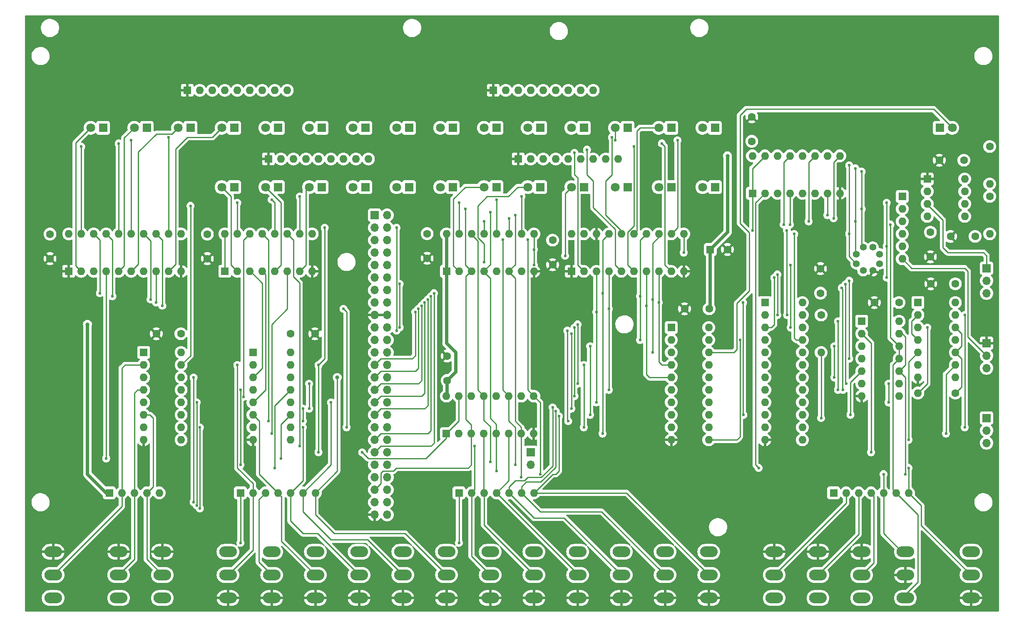
<source format=gbr>
%TF.GenerationSoftware,KiCad,Pcbnew,7.0.9*%
%TF.CreationDate,2023-12-04T17:05:13-06:00*%
%TF.ProjectId,sbc6120-rbc-front-panel,73626336-3132-4302-9d72-62632d66726f,1.0*%
%TF.SameCoordinates,Original*%
%TF.FileFunction,Copper,L2,Bot*%
%TF.FilePolarity,Positive*%
%FSLAX46Y46*%
G04 Gerber Fmt 4.6, Leading zero omitted, Abs format (unit mm)*
G04 Created by KiCad (PCBNEW 7.0.9) date 2023-12-04 17:05:13*
%MOMM*%
%LPD*%
G01*
G04 APERTURE LIST*
%TA.AperFunction,ComponentPad*%
%ADD10R,1.600000X1.600000*%
%TD*%
%TA.AperFunction,ComponentPad*%
%ADD11O,1.600000X1.600000*%
%TD*%
%TA.AperFunction,ComponentPad*%
%ADD12R,1.800000X1.800000*%
%TD*%
%TA.AperFunction,ComponentPad*%
%ADD13C,1.800000*%
%TD*%
%TA.AperFunction,ComponentPad*%
%ADD14O,3.600000X2.200000*%
%TD*%
%TA.AperFunction,ComponentPad*%
%ADD15C,1.600000*%
%TD*%
%TA.AperFunction,ComponentPad*%
%ADD16R,1.700000X1.700000*%
%TD*%
%TA.AperFunction,ComponentPad*%
%ADD17O,1.700000X1.700000*%
%TD*%
%TA.AperFunction,ComponentPad*%
%ADD18C,1.408000*%
%TD*%
%TA.AperFunction,ViaPad*%
%ADD19C,0.600000*%
%TD*%
%TA.AperFunction,ViaPad*%
%ADD20C,0.800000*%
%TD*%
%TA.AperFunction,Conductor*%
%ADD21C,0.250000*%
%TD*%
%TA.AperFunction,Conductor*%
%ADD22C,0.700000*%
%TD*%
G04 APERTURE END LIST*
D10*
%TO.P,U9,1,E1*%
%TO.N,Net-(U10-E1)*%
X74930000Y-93980000D03*
D11*
%TO.P,U9,2,I1*%
%TO.N,/control-logic/~{BOOT SW}*%
X74930000Y-96520000D03*
%TO.P,U9,3,O1*%
%TO.N,DX0*%
X74930000Y-99060000D03*
%TO.P,U9,4,I2*%
%TO.N,/control-logic/~{LOAD ADDR SW}*%
X74930000Y-101600000D03*
%TO.P,U9,5,O2*%
%TO.N,DX1*%
X74930000Y-104140000D03*
%TO.P,U9,6,I3*%
%TO.N,/control-logic/~{LOAD EXTD ADDR SW}*%
X74930000Y-106680000D03*
%TO.P,U9,7,O3*%
%TO.N,DX2*%
X74930000Y-109220000D03*
%TO.P,U9,8,GND*%
%TO.N,GND*%
X74930000Y-111760000D03*
%TO.P,U9,9,O4*%
%TO.N,DX3*%
X82550000Y-111760000D03*
%TO.P,U9,10,I4*%
%TO.N,/control-logic/~{CLEAR SW}*%
X82550000Y-109220000D03*
%TO.P,U9,11,O5*%
%TO.N,DX4*%
X82550000Y-106680000D03*
%TO.P,U9,12,I5*%
%TO.N,/control-logic/~{CONT SW}*%
X82550000Y-104140000D03*
%TO.P,U9,13,O6*%
%TO.N,DX5*%
X82550000Y-101600000D03*
%TO.P,U9,14,I6*%
%TO.N,/control-logic/~{EXAM SW}*%
X82550000Y-99060000D03*
%TO.P,U9,15,E2*%
%TO.N,Net-(U10-E1)*%
X82550000Y-96520000D03*
%TO.P,U9,16,VCC*%
%TO.N,VCC*%
X82550000Y-93980000D03*
%TD*%
D12*
%TO.P,D16,1,K*%
%TO.N,Net-(D16-K)*%
X93345000Y-60325000D03*
D13*
%TO.P,D16,2,A*%
%TO.N,Net-(D16-A)*%
X90805000Y-60325000D03*
%TD*%
D12*
%TO.P,D7,1,K*%
%TO.N,Net-(D7-K)*%
X120015000Y-48260000D03*
D13*
%TO.P,D7,2,A*%
%TO.N,Net-(D7-A)*%
X117475000Y-48260000D03*
%TD*%
D14*
%TO.P,SW10,1,A*%
%TO.N,GND*%
X172085000Y-143955000D03*
%TO.P,SW10,2,B*%
%TO.N,Net-(RN6-R4)*%
X172085000Y-139255000D03*
%TO.P,SW10,3*%
%TO.N,N/C*%
X172085000Y-134555000D03*
%TD*%
D12*
%TO.P,D14,1,K*%
%TO.N,Net-(D14-K)*%
X182245000Y-48260000D03*
D13*
%TO.P,D14,2,A*%
%TO.N,Net-(D14-A)*%
X179705000Y-48260000D03*
%TD*%
D15*
%TO.P,C4,1*%
%TO.N,VCC*%
X55880000Y-69890000D03*
%TO.P,C4,2*%
%TO.N,GND*%
X55880000Y-74890000D03*
%TD*%
D12*
%TO.P,D4,1,K*%
%TO.N,Net-(D4-K)*%
X93345000Y-48260000D03*
D13*
%TO.P,D4,2,A*%
%TO.N,Net-(D4-A)*%
X90805000Y-48260000D03*
%TD*%
D10*
%TO.P,RN8,1,common*%
%TO.N,VCC*%
X215265000Y-122555000D03*
D11*
%TO.P,RN8,2,R1*%
%TO.N,/control-logic/~{CLEAR SW}*%
X217805000Y-122555000D03*
%TO.P,RN8,3,R2*%
%TO.N,/control-logic/~{CONT SW}*%
X220345000Y-122555000D03*
%TO.P,RN8,4,R3*%
%TO.N,/control-logic/~{EXAM SW}*%
X222885000Y-122555000D03*
%TO.P,RN8,5,R4*%
%TO.N,/control-logic/HALT*%
X225425000Y-122555000D03*
%TO.P,RN8,6,R5*%
%TO.N,/control-logic/RUN*%
X227965000Y-122555000D03*
%TO.P,RN8,7,R6*%
%TO.N,/control-logic/~{DEP SW}*%
X230505000Y-122555000D03*
%TD*%
D15*
%TO.P,C3,1*%
%TO.N,VCC*%
X87884000Y-69890000D03*
%TO.P,C3,2*%
%TO.N,GND*%
X87884000Y-74890000D03*
%TD*%
%TO.P,C2,1*%
%TO.N,VCC*%
X132588000Y-69810000D03*
%TO.P,C2,2*%
%TO.N,GND*%
X132588000Y-74810000D03*
%TD*%
D10*
%TO.P,U3,1,~{Mr}*%
%TO.N,VCC*%
X91440000Y-77470000D03*
D11*
%TO.P,U3,2,Q0*%
%TO.N,Net-(D16-A)*%
X93980000Y-77470000D03*
%TO.P,U3,3,D0*%
%TO.N,DX0*%
X96520000Y-77470000D03*
%TO.P,U3,4,D1*%
%TO.N,DX1*%
X99060000Y-77470000D03*
%TO.P,U3,5,Q1*%
%TO.N,Net-(D17-A)*%
X101600000Y-77470000D03*
%TO.P,U3,6,D2*%
%TO.N,DX2*%
X104140000Y-77470000D03*
%TO.P,U3,7,Q2*%
%TO.N,Net-(D18-A)*%
X106680000Y-77470000D03*
%TO.P,U3,8,GND*%
%TO.N,GND*%
X109220000Y-77470000D03*
%TO.P,U3,9,Cp*%
%TO.N,CLK DATA DISP H*%
X109220000Y-69850000D03*
%TO.P,U3,10,Q3*%
%TO.N,Net-(D19-A)*%
X106680000Y-69850000D03*
%TO.P,U3,11,D3*%
%TO.N,DX3*%
X104140000Y-69850000D03*
%TO.P,U3,12,Q4*%
%TO.N,Net-(D20-A)*%
X101600000Y-69850000D03*
%TO.P,U3,13,D4*%
%TO.N,DX4*%
X99060000Y-69850000D03*
%TO.P,U3,14,D5*%
%TO.N,DX5*%
X96520000Y-69850000D03*
%TO.P,U3,15,Q5*%
%TO.N,Net-(D21-A)*%
X93980000Y-69850000D03*
%TO.P,U3,16,VCC*%
%TO.N,VCC*%
X91440000Y-69850000D03*
%TD*%
D15*
%TO.P,C10,1*%
%TO.N,VCC*%
X228560000Y-83820000D03*
%TO.P,C10,2*%
%TO.N,GND*%
X223560000Y-83820000D03*
%TD*%
D14*
%TO.P,SW17,1,A*%
%TO.N,GND*%
X212090000Y-134555000D03*
%TO.P,SW17,2,B*%
%TO.N,/control-logic/~{CONT SW}*%
X212090000Y-139255000D03*
%TO.P,SW17,3*%
%TO.N,N/C*%
X212090000Y-143955000D03*
%TD*%
D12*
%TO.P,D23,1,K*%
%TO.N,Net-(D23-K)*%
X155575000Y-60325000D03*
D13*
%TO.P,D23,2,A*%
%TO.N,Net-(D23-A)*%
X153035000Y-60325000D03*
%TD*%
D10*
%TO.P,RN4,1,common*%
%TO.N,GND*%
X151130000Y-54610000D03*
D11*
%TO.P,RN4,2,R1*%
%TO.N,unconnected-(RN4-R1-Pad2)*%
X153670000Y-54610000D03*
%TO.P,RN4,3,R2*%
%TO.N,unconnected-(RN4-R2-Pad3)*%
X156210000Y-54610000D03*
%TO.P,RN4,4,R3*%
%TO.N,Net-(D22-K)*%
X158750000Y-54610000D03*
%TO.P,RN4,5,R4*%
%TO.N,Net-(D23-K)*%
X161290000Y-54610000D03*
%TO.P,RN4,6,R5*%
%TO.N,Net-(D24-K)*%
X163830000Y-54610000D03*
%TO.P,RN4,7,R6*%
%TO.N,Net-(D25-K)*%
X166370000Y-54610000D03*
%TO.P,RN4,8,R7*%
%TO.N,Net-(D26-K)*%
X168910000Y-54610000D03*
%TO.P,RN4,9,R8*%
%TO.N,Net-(D27-K)*%
X171450000Y-54610000D03*
%TD*%
D10*
%TO.P,U12,1*%
%TO.N,Net-(U7-IO7)*%
X220980000Y-87630000D03*
D11*
%TO.P,U12,2*%
%TO.N,/control-logic/~{CPREQ}*%
X220980000Y-90170000D03*
%TO.P,U12,3*%
%TO.N,Net-(U7-IO6)*%
X220980000Y-92710000D03*
%TO.P,U12,4*%
%TO.N,SKIP L*%
X220980000Y-95250000D03*
%TO.P,U12,5*%
%TO.N,Net-(U7-IO9)*%
X220980000Y-97790000D03*
%TO.P,U12,6*%
%TO.N,C1 L*%
X220980000Y-100330000D03*
%TO.P,U12,7,GND*%
%TO.N,GND*%
X220980000Y-102870000D03*
%TO.P,U12,8*%
%TO.N,C0 L*%
X228600000Y-102870000D03*
%TO.P,U12,9*%
%TO.N,Net-(U7-IO8)*%
X228600000Y-100330000D03*
%TO.P,U12,10*%
%TO.N,/control-logic/HALT*%
X228600000Y-97790000D03*
%TO.P,U12,11*%
%TO.N,/control-logic/RUN*%
X228600000Y-95250000D03*
%TO.P,U12,12*%
X228600000Y-92710000D03*
%TO.P,U12,13*%
%TO.N,/control-logic/HALT*%
X228600000Y-90170000D03*
%TO.P,U12,14,VCC*%
%TO.N,VCC*%
X228600000Y-87630000D03*
%TD*%
D14*
%TO.P,SW2,1,A*%
%TO.N,GND*%
X100965000Y-143955000D03*
%TO.P,SW2,2,B*%
%TO.N,Net-(RN5-R2)*%
X100965000Y-139255000D03*
%TO.P,SW2,3*%
%TO.N,N/C*%
X100965000Y-134555000D03*
%TD*%
%TO.P,SW12,1,A*%
%TO.N,GND*%
X189865000Y-143955000D03*
%TO.P,SW12,2,B*%
%TO.N,Net-(RN6-R6)*%
X189865000Y-139255000D03*
%TO.P,SW12,3*%
%TO.N,N/C*%
X189865000Y-134555000D03*
%TD*%
%TO.P,SW11,1,A*%
%TO.N,GND*%
X180975000Y-143955000D03*
%TO.P,SW11,2,B*%
%TO.N,Net-(RN6-R5)*%
X180975000Y-139255000D03*
%TO.P,SW11,3*%
%TO.N,N/C*%
X180975000Y-134555000D03*
%TD*%
D10*
%TO.P,U11,1,~{R}*%
%TO.N,Net-(U11A-~{R})*%
X232410000Y-83820000D03*
D11*
%TO.P,U11,2,D*%
%TO.N,VCC*%
X232410000Y-86360000D03*
%TO.P,U11,3,C*%
%TO.N,Net-(SW23-B)*%
X232410000Y-88900000D03*
%TO.P,U11,4,~{S}*%
%TO.N,VCC*%
X232410000Y-91440000D03*
%TO.P,U11,5,Q*%
%TO.N,Net-(U11A-Q)*%
X232410000Y-93980000D03*
%TO.P,U11,6,~{Q}*%
%TO.N,unconnected-(U11A-~{Q}-Pad6)*%
X232410000Y-96520000D03*
%TO.P,U11,7,GND*%
%TO.N,GND*%
X232410000Y-99060000D03*
%TO.P,U11,8,~{Q}*%
%TO.N,unconnected-(U11B-~{Q}-Pad8)*%
X240030000Y-99060000D03*
%TO.P,U11,9,Q*%
%TO.N,Net-(U11B-Q)*%
X240030000Y-96520000D03*
%TO.P,U11,10,~{S}*%
%TO.N,VCC*%
X240030000Y-93980000D03*
%TO.P,U11,11,C*%
%TO.N,/control-logic/RUN*%
X240030000Y-91440000D03*
%TO.P,U11,12,D*%
%TO.N,VCC*%
X240030000Y-88900000D03*
%TO.P,U11,13,~{R}*%
%TO.N,Net-(U11A-~{R})*%
X240030000Y-86360000D03*
%TO.P,U11,14,VCC*%
%TO.N,VCC*%
X240030000Y-83820000D03*
%TD*%
D10*
%TO.P,U10,1,E1*%
%TO.N,Net-(U10-E1)*%
X198755000Y-61595000D03*
D11*
%TO.P,U10,2,I1*%
%TO.N,/control-logic/~{DEP SW}*%
X201295000Y-61595000D03*
%TO.P,U10,3,O1*%
%TO.N,DX6*%
X203835000Y-61595000D03*
%TO.P,U10,4,I2*%
%TO.N,/control-logic/RUN*%
X206375000Y-61595000D03*
%TO.P,U10,5,O2*%
%TO.N,DX7*%
X208915000Y-61595000D03*
%TO.P,U10,6,I3*%
%TO.N,/control-logic/~{MD DISP}*%
X211455000Y-61595000D03*
%TO.P,U10,7,O3*%
%TO.N,DX8*%
X213995000Y-61595000D03*
%TO.P,U10,8,GND*%
%TO.N,GND*%
X216535000Y-61595000D03*
%TO.P,U10,9,O4*%
%TO.N,DX9*%
X216535000Y-53975000D03*
%TO.P,U10,10,I4*%
%TO.N,/control-logic/~{MQ DISP}*%
X213995000Y-53975000D03*
%TO.P,U10,11,O5*%
%TO.N,DX10*%
X211455000Y-53975000D03*
%TO.P,U10,12,I5*%
%TO.N,/control-logic/~{AC DISP}*%
X208915000Y-53975000D03*
%TO.P,U10,13,O6*%
%TO.N,DX11*%
X206375000Y-53975000D03*
%TO.P,U10,14,I6*%
%TO.N,/control-logic/~{STATUS DISP}*%
X203835000Y-53975000D03*
%TO.P,U10,15,E2*%
%TO.N,Net-(U10-E1)*%
X201295000Y-53975000D03*
%TO.P,U10,16,VCC*%
%TO.N,VCC*%
X198755000Y-53975000D03*
%TD*%
D14*
%TO.P,SW5,1,A*%
%TO.N,GND*%
X127635000Y-143955000D03*
%TO.P,SW5,2,B*%
%TO.N,Net-(RN5-R5)*%
X127635000Y-139255000D03*
%TO.P,SW5,3*%
%TO.N,N/C*%
X127635000Y-134555000D03*
%TD*%
D12*
%TO.P,D10,1,K*%
%TO.N,Net-(D10-K)*%
X146685000Y-48260000D03*
D13*
%TO.P,D10,2,A*%
%TO.N,Net-(D10-A)*%
X144145000Y-48260000D03*
%TD*%
D10*
%TO.P,RN2,1,common*%
%TO.N,GND*%
X146050000Y-40640000D03*
D11*
%TO.P,RN2,2,R1*%
%TO.N,Net-(D9-K)*%
X148590000Y-40640000D03*
%TO.P,RN2,3,R2*%
%TO.N,Net-(D10-K)*%
X151130000Y-40640000D03*
%TO.P,RN2,4,R3*%
%TO.N,Net-(D11-K)*%
X153670000Y-40640000D03*
%TO.P,RN2,5,R4*%
%TO.N,Net-(D12-K)*%
X156210000Y-40640000D03*
%TO.P,RN2,6,R5*%
%TO.N,Net-(D13-K)*%
X158750000Y-40640000D03*
%TO.P,RN2,7,R6*%
%TO.N,Net-(D14-K)*%
X161290000Y-40640000D03*
%TO.P,RN2,8,R7*%
%TO.N,Net-(D15-K)*%
X163830000Y-40640000D03*
%TO.P,RN2,9,R8*%
%TO.N,RUN LED*%
X166370000Y-40640000D03*
%TD*%
D14*
%TO.P,SW20,1,A*%
%TO.N,/control-logic/RUN*%
X229870000Y-143955000D03*
%TO.P,SW20,2,B*%
%TO.N,GND*%
X229870000Y-139255000D03*
%TO.P,SW20,3,C*%
%TO.N,/control-logic/HALT*%
X229870000Y-134555000D03*
%TD*%
D12*
%TO.P,D18,1,K*%
%TO.N,Net-(D18-K)*%
X111125000Y-60325000D03*
D13*
%TO.P,D18,2,A*%
%TO.N,Net-(D18-A)*%
X108585000Y-60325000D03*
%TD*%
D12*
%TO.P,D5,1,K*%
%TO.N,Net-(D5-K)*%
X102235000Y-48260000D03*
D13*
%TO.P,D5,2,A*%
%TO.N,Net-(D5-A)*%
X99695000Y-48260000D03*
%TD*%
D12*
%TO.P,D21,1,K*%
%TO.N,Net-(D21-K)*%
X137795000Y-60325000D03*
D13*
%TO.P,D21,2,A*%
%TO.N,Net-(D21-A)*%
X135255000Y-60325000D03*
%TD*%
D12*
%TO.P,D22,1,K*%
%TO.N,Net-(D22-K)*%
X146685000Y-60325000D03*
D13*
%TO.P,D22,2,A*%
%TO.N,Net-(D22-A)*%
X144145000Y-60325000D03*
%TD*%
D12*
%TO.P,D9,1,K*%
%TO.N,Net-(D9-K)*%
X137795000Y-48260000D03*
D13*
%TO.P,D9,2,A*%
%TO.N,Net-(D9-A)*%
X135255000Y-48260000D03*
%TD*%
D14*
%TO.P,SW6,1,A*%
%TO.N,GND*%
X136525000Y-143955000D03*
%TO.P,SW6,2,B*%
%TO.N,Net-(RN5-R6)*%
X136525000Y-139255000D03*
%TO.P,SW6,3*%
%TO.N,N/C*%
X136525000Y-134555000D03*
%TD*%
D15*
%TO.P,C5,1*%
%TO.N,VCC*%
X158115000Y-71120000D03*
%TO.P,C5,2*%
%TO.N,GND*%
X158115000Y-76120000D03*
%TD*%
D10*
%TO.P,C16,1*%
%TO.N,VCC*%
X190175000Y-73025000D03*
D15*
%TO.P,C16,2*%
%TO.N,GND*%
X193675000Y-73025000D03*
%TD*%
D14*
%TO.P,SW8,1,A*%
%TO.N,GND*%
X154305000Y-143955000D03*
%TO.P,SW8,2,B*%
%TO.N,Net-(RN6-R2)*%
X154305000Y-139255000D03*
%TO.P,SW8,3*%
%TO.N,N/C*%
X154305000Y-134555000D03*
%TD*%
D10*
%TO.P,U4,1,~{Mr}*%
%TO.N,VCC*%
X136525000Y-77470000D03*
D11*
%TO.P,U4,2,Q0*%
%TO.N,Net-(D22-A)*%
X139065000Y-77470000D03*
%TO.P,U4,3,D0*%
%TO.N,DX6*%
X141605000Y-77470000D03*
%TO.P,U4,4,D1*%
%TO.N,DX7*%
X144145000Y-77470000D03*
%TO.P,U4,5,Q1*%
%TO.N,Net-(D23-A)*%
X146685000Y-77470000D03*
%TO.P,U4,6,D2*%
%TO.N,DX8*%
X149225000Y-77470000D03*
%TO.P,U4,7,Q2*%
%TO.N,Net-(D24-A)*%
X151765000Y-77470000D03*
%TO.P,U4,8,GND*%
%TO.N,GND*%
X154305000Y-77470000D03*
%TO.P,U4,9,Cp*%
%TO.N,CLK DATA DISP H*%
X154305000Y-69850000D03*
%TO.P,U4,10,Q3*%
%TO.N,Net-(D25-A)*%
X151765000Y-69850000D03*
%TO.P,U4,11,D3*%
%TO.N,DX9*%
X149225000Y-69850000D03*
%TO.P,U4,12,Q4*%
%TO.N,Net-(D26-A)*%
X146685000Y-69850000D03*
%TO.P,U4,13,D4*%
%TO.N,DX10*%
X144145000Y-69850000D03*
%TO.P,U4,14,D5*%
%TO.N,DX11*%
X141605000Y-69850000D03*
%TO.P,U4,15,Q5*%
%TO.N,Net-(D27-A)*%
X139065000Y-69850000D03*
%TO.P,U4,16,VCC*%
%TO.N,VCC*%
X136525000Y-69850000D03*
%TD*%
D15*
%TO.P,C7,1*%
%TO.N,VCC*%
X198628000Y-51014000D03*
%TO.P,C7,2*%
%TO.N,GND*%
X198628000Y-46014000D03*
%TD*%
D12*
%TO.P,D6,1,K*%
%TO.N,Net-(D6-K)*%
X111125000Y-48260000D03*
D13*
%TO.P,D6,2,A*%
%TO.N,Net-(D6-A)*%
X108585000Y-48260000D03*
%TD*%
D10*
%TO.P,U2,1,OE*%
%TO.N,GND*%
X161925000Y-77470000D03*
D11*
%TO.P,U2,2,O0*%
%TO.N,Net-(D9-A)*%
X164465000Y-77470000D03*
%TO.P,U2,3,D0*%
%TO.N,MA5*%
X167005000Y-77470000D03*
%TO.P,U2,4,D1*%
%TO.N,MA6*%
X169545000Y-77470000D03*
%TO.P,U2,5,O1*%
%TO.N,Net-(D10-A)*%
X172085000Y-77470000D03*
%TO.P,U2,6,O2*%
%TO.N,Net-(D11-A)*%
X174625000Y-77470000D03*
%TO.P,U2,7,D2*%
%TO.N,MA7*%
X177165000Y-77470000D03*
%TO.P,U2,8,D3*%
%TO.N,MA8*%
X179705000Y-77470000D03*
%TO.P,U2,9,O3*%
%TO.N,Net-(D12-A)*%
X182245000Y-77470000D03*
%TO.P,U2,10,GND*%
%TO.N,GND*%
X184785000Y-77470000D03*
%TO.P,U2,11,LE*%
%TO.N,CLK ADDR DISP H*%
X184785000Y-69850000D03*
%TO.P,U2,12,O4*%
%TO.N,Net-(D13-A)*%
X182245000Y-69850000D03*
%TO.P,U2,13,D4*%
%TO.N,MA9*%
X179705000Y-69850000D03*
%TO.P,U2,14,D5*%
%TO.N,MA10*%
X177165000Y-69850000D03*
%TO.P,U2,15,O5*%
%TO.N,Net-(D14-A)*%
X174625000Y-69850000D03*
%TO.P,U2,16,O6*%
%TO.N,Net-(D15-A)*%
X172085000Y-69850000D03*
%TO.P,U2,17,D6*%
%TO.N,MA11*%
X169545000Y-69850000D03*
%TO.P,U2,18,D7*%
%TO.N,GND*%
X167005000Y-69850000D03*
%TO.P,U2,19,O7*%
%TO.N,unconnected-(U2-O7-Pad19)*%
X164465000Y-69850000D03*
%TO.P,U2,20,VCC*%
%TO.N,VCC*%
X161925000Y-69850000D03*
%TD*%
D14*
%TO.P,SW13,1,A*%
%TO.N,GND*%
X56515000Y-134555000D03*
%TO.P,SW13,2,B*%
%TO.N,/control-logic/~{BOOT SW}*%
X56515000Y-139255000D03*
%TO.P,SW13,3*%
%TO.N,N/C*%
X56515000Y-143955000D03*
%TD*%
D15*
%TO.P,R2,1*%
%TO.N,Net-(U8-DIS)*%
X247015000Y-62230000D03*
D11*
%TO.P,R2,2*%
%TO.N,Net-(U8-THR)*%
X247015000Y-69850000D03*
%TD*%
D12*
%TO.P,D8,1,K*%
%TO.N,Net-(D8-K)*%
X128905000Y-48260000D03*
D13*
%TO.P,D8,2,A*%
%TO.N,Net-(D8-A)*%
X126365000Y-48260000D03*
%TD*%
D14*
%TO.P,SW9,1,A*%
%TO.N,GND*%
X163195000Y-143955000D03*
%TO.P,SW9,2,B*%
%TO.N,Net-(RN6-R3)*%
X163195000Y-139255000D03*
%TO.P,SW9,3*%
%TO.N,N/C*%
X163195000Y-134555000D03*
%TD*%
D15*
%TO.P,C13,1*%
%TO.N,VCC*%
X136652000Y-99695000D03*
%TO.P,C13,2*%
%TO.N,GND*%
X136652000Y-94695000D03*
%TD*%
D10*
%TO.P,U6,1,E1*%
%TO.N,RD SR L*%
X136515000Y-110490000D03*
D11*
%TO.P,U6,2,I1*%
%TO.N,Net-(RN6-R1)*%
X139055000Y-110490000D03*
%TO.P,U6,3,O1*%
%TO.N,DX6*%
X141595000Y-110490000D03*
%TO.P,U6,4,I2*%
%TO.N,Net-(RN6-R2)*%
X144135000Y-110490000D03*
%TO.P,U6,5,O2*%
%TO.N,DX7*%
X146675000Y-110490000D03*
%TO.P,U6,6,I3*%
%TO.N,Net-(RN6-R3)*%
X149215000Y-110490000D03*
%TO.P,U6,7,O3*%
%TO.N,DX8*%
X151755000Y-110490000D03*
%TO.P,U6,8,GND*%
%TO.N,GND*%
X154295000Y-110490000D03*
%TO.P,U6,9,O4*%
%TO.N,DX9*%
X154295000Y-102870000D03*
%TO.P,U6,10,I4*%
%TO.N,Net-(RN6-R4)*%
X151755000Y-102870000D03*
%TO.P,U6,11,O5*%
%TO.N,DX10*%
X149215000Y-102870000D03*
%TO.P,U6,12,I5*%
%TO.N,Net-(RN6-R5)*%
X146675000Y-102870000D03*
%TO.P,U6,13,O6*%
%TO.N,DX11*%
X144135000Y-102870000D03*
%TO.P,U6,14,I6*%
%TO.N,Net-(RN6-R6)*%
X141595000Y-102870000D03*
%TO.P,U6,15,E2*%
%TO.N,RD SR L*%
X139055000Y-102870000D03*
%TO.P,U6,16,VCC*%
%TO.N,VCC*%
X136515000Y-102870000D03*
%TD*%
D12*
%TO.P,D2,1,K*%
%TO.N,Net-(D2-K)*%
X75565000Y-48260000D03*
D13*
%TO.P,D2,2,A*%
%TO.N,Net-(D2-A)*%
X73025000Y-48260000D03*
%TD*%
D16*
%TO.P,SW23,1,A*%
%TO.N,Net-(SW23-A)*%
X246380000Y-76835000D03*
D17*
%TO.P,SW23,2,B*%
%TO.N,Net-(SW23-B)*%
X246380000Y-79375000D03*
%TO.P,SW23,3*%
%TO.N,N/C*%
X246380000Y-81915000D03*
%TD*%
D12*
%TO.P,D17,1,K*%
%TO.N,Net-(D17-K)*%
X102235000Y-60325000D03*
D13*
%TO.P,D17,2,A*%
%TO.N,Net-(D17-A)*%
X99695000Y-60325000D03*
%TD*%
D10*
%TO.P,U8,1,GND*%
%TO.N,GND*%
X234315000Y-58674000D03*
D11*
%TO.P,U8,2,TR*%
%TO.N,Net-(U8-THR)*%
X234315000Y-61214000D03*
%TO.P,U8,3,Q*%
%TO.N,Net-(SW23-A)*%
X234315000Y-63754000D03*
%TO.P,U8,4,R*%
%TO.N,VCC*%
X234315000Y-66294000D03*
%TO.P,U8,5,CV*%
%TO.N,Net-(U8-CV)*%
X241935000Y-66294000D03*
%TO.P,U8,6,THR*%
%TO.N,Net-(U8-THR)*%
X241935000Y-63754000D03*
%TO.P,U8,7,DIS*%
%TO.N,Net-(U8-DIS)*%
X241935000Y-61214000D03*
%TO.P,U8,8,VCC*%
%TO.N,VCC*%
X241935000Y-58674000D03*
%TD*%
D15*
%TO.P,C1,1*%
%TO.N,Net-(U8-CV)*%
X234950000Y-69509000D03*
%TO.P,C1,2*%
%TO.N,GND*%
X234950000Y-74509000D03*
%TD*%
D10*
%TO.P,RN7,1,common*%
%TO.N,VCC*%
X67945000Y-122555000D03*
D11*
%TO.P,RN7,2,R1*%
%TO.N,/control-logic/~{BOOT SW}*%
X70485000Y-122555000D03*
%TO.P,RN7,3,R2*%
%TO.N,/control-logic/~{LOAD ADDR SW}*%
X73025000Y-122555000D03*
%TO.P,RN7,4,R3*%
%TO.N,/control-logic/~{LOAD EXTD ADDR SW}*%
X75565000Y-122555000D03*
%TO.P,RN7,5,R4*%
%TO.N,unconnected-(RN7-R4-Pad5)*%
X78105000Y-122555000D03*
%TD*%
D10*
%TO.P,RN9,1,common*%
%TO.N,VCC*%
X229235000Y-62230000D03*
D11*
%TO.P,RN9,2,R1*%
%TO.N,/control-logic/~{STATUS DISP}*%
X229235000Y-64770000D03*
%TO.P,RN9,3,R2*%
%TO.N,/control-logic/~{AC DISP}*%
X229235000Y-67310000D03*
%TO.P,RN9,4,R3*%
%TO.N,/control-logic/~{MQ DISP}*%
X229235000Y-69850000D03*
%TO.P,RN9,5,R4*%
%TO.N,/control-logic/~{MD DISP}*%
X229235000Y-72390000D03*
%TO.P,RN9,6,R5*%
%TO.N,/control-logic/~{PANEL LOCK}*%
X229235000Y-74930000D03*
%TD*%
D18*
%TO.P,SW21,*%
%TO.N,*%
X224596654Y-73957984D03*
X224596587Y-75901988D03*
X223221988Y-72583413D03*
%TO.P,SW21,1,1*%
%TO.N,/control-logic/~{MD DISP}*%
X221278012Y-77276587D03*
%TO.P,SW21,2,2*%
%TO.N,/control-logic/~{MQ DISP}*%
X219903346Y-75902016D03*
%TO.P,SW21,3,3*%
%TO.N,/control-logic/~{AC DISP}*%
X219903413Y-73958012D03*
%TO.P,SW21,4,4*%
%TO.N,/control-logic/~{STATUS DISP}*%
X221277984Y-72583346D03*
%TO.P,SW21,C,C*%
%TO.N,GND*%
X223222016Y-77276654D03*
%TD*%
D15*
%TO.P,C15,1*%
%TO.N,VCC*%
X82510000Y-90170000D03*
%TO.P,C15,2*%
%TO.N,GND*%
X77510000Y-90170000D03*
%TD*%
D14*
%TO.P,SW1,1,A*%
%TO.N,GND*%
X92075000Y-143955000D03*
%TO.P,SW1,2,B*%
%TO.N,Net-(RN5-R1)*%
X92075000Y-139255000D03*
%TO.P,SW1,3*%
%TO.N,N/C*%
X92075000Y-134555000D03*
%TD*%
%TO.P,SW18,1,A*%
%TO.N,GND*%
X220980000Y-134555000D03*
%TO.P,SW18,2,B*%
%TO.N,/control-logic/~{EXAM SW}*%
X220980000Y-139255000D03*
%TO.P,SW18,3*%
%TO.N,N/C*%
X220980000Y-143955000D03*
%TD*%
D15*
%TO.P,C9,1*%
%TO.N,VCC*%
X240030000Y-80010000D03*
%TO.P,C9,2*%
%TO.N,GND*%
X235030000Y-80010000D03*
%TD*%
D12*
%TO.P,D19,1,K*%
%TO.N,Net-(D19-K)*%
X120015000Y-60325000D03*
D13*
%TO.P,D19,2,A*%
%TO.N,Net-(D19-A)*%
X117475000Y-60325000D03*
%TD*%
D12*
%TO.P,D1,1,K*%
%TO.N,Net-(D1-K)*%
X66675000Y-48260000D03*
D13*
%TO.P,D1,2,A*%
%TO.N,Net-(D1-A)*%
X64135000Y-48260000D03*
%TD*%
D14*
%TO.P,SW3,1,A*%
%TO.N,GND*%
X109855000Y-143955000D03*
%TO.P,SW3,2,B*%
%TO.N,Net-(RN5-R3)*%
X109855000Y-139255000D03*
%TO.P,SW3,3*%
%TO.N,N/C*%
X109855000Y-134555000D03*
%TD*%
D12*
%TO.P,D20,1,K*%
%TO.N,Net-(D20-K)*%
X128905000Y-60325000D03*
D13*
%TO.P,D20,2,A*%
%TO.N,Net-(D20-A)*%
X126365000Y-60325000D03*
%TD*%
D12*
%TO.P,D25,1,K*%
%TO.N,Net-(D25-K)*%
X173355000Y-60325000D03*
D13*
%TO.P,D25,2,A*%
%TO.N,Net-(D25-A)*%
X170815000Y-60325000D03*
%TD*%
D15*
%TO.P,R4,1*%
%TO.N,VCC*%
X212725000Y-86360000D03*
D11*
%TO.P,R4,2*%
%TO.N,/control-logic/~{CONSOLE BREAK REQ}*%
X212725000Y-93980000D03*
%TD*%
D10*
%TO.P,RN6,1,common*%
%TO.N,VCC*%
X139065000Y-122555000D03*
D11*
%TO.P,RN6,2,R1*%
%TO.N,Net-(RN6-R1)*%
X141605000Y-122555000D03*
%TO.P,RN6,3,R2*%
%TO.N,Net-(RN6-R2)*%
X144145000Y-122555000D03*
%TO.P,RN6,4,R3*%
%TO.N,Net-(RN6-R3)*%
X146685000Y-122555000D03*
%TO.P,RN6,5,R4*%
%TO.N,Net-(RN6-R4)*%
X149225000Y-122555000D03*
%TO.P,RN6,6,R5*%
%TO.N,Net-(RN6-R5)*%
X151765000Y-122555000D03*
%TO.P,RN6,7,R6*%
%TO.N,Net-(RN6-R6)*%
X154305000Y-122555000D03*
%TD*%
D10*
%TO.P,U1,1,OE*%
%TO.N,GND*%
X59690000Y-77470000D03*
D11*
%TO.P,U1,2,O0*%
%TO.N,Net-(D1-A)*%
X62230000Y-77470000D03*
%TO.P,U1,3,D0*%
%TO.N,EMA0*%
X64770000Y-77470000D03*
%TO.P,U1,4,D1*%
%TO.N,EMA1*%
X67310000Y-77470000D03*
%TO.P,U1,5,O1*%
%TO.N,Net-(D2-A)*%
X69850000Y-77470000D03*
%TO.P,U1,6,O2*%
%TO.N,Net-(D3-A)*%
X72390000Y-77470000D03*
%TO.P,U1,7,D2*%
%TO.N,EMA2*%
X74930000Y-77470000D03*
%TO.P,U1,8,D3*%
%TO.N,MA0*%
X77470000Y-77470000D03*
%TO.P,U1,9,O3*%
%TO.N,Net-(D4-A)*%
X80010000Y-77470000D03*
%TO.P,U1,10,GND*%
%TO.N,GND*%
X82550000Y-77470000D03*
%TO.P,U1,11,LE*%
%TO.N,CLK ADDR DISP H*%
X82550000Y-69850000D03*
%TO.P,U1,12,O4*%
%TO.N,Net-(D5-A)*%
X80010000Y-69850000D03*
%TO.P,U1,13,D4*%
%TO.N,MA1*%
X77470000Y-69850000D03*
%TO.P,U1,14,D5*%
%TO.N,MA2*%
X74930000Y-69850000D03*
%TO.P,U1,15,O5*%
%TO.N,Net-(D6-A)*%
X72390000Y-69850000D03*
%TO.P,U1,16,O6*%
%TO.N,Net-(D7-A)*%
X69850000Y-69850000D03*
%TO.P,U1,17,D6*%
%TO.N,MA3*%
X67310000Y-69850000D03*
%TO.P,U1,18,D7*%
%TO.N,MA4*%
X64770000Y-69850000D03*
%TO.P,U1,19,O7*%
%TO.N,Net-(D8-A)*%
X62230000Y-69850000D03*
%TO.P,U1,20,VCC*%
%TO.N,VCC*%
X59690000Y-69850000D03*
%TD*%
D15*
%TO.P,C14,1*%
%TO.N,VCC*%
X104775000Y-90170000D03*
%TO.P,C14,2*%
%TO.N,GND*%
X109775000Y-90170000D03*
%TD*%
D12*
%TO.P,D15,1,K*%
%TO.N,Net-(D15-K)*%
X191135000Y-48260000D03*
D13*
%TO.P,D15,2,A*%
%TO.N,Net-(D15-A)*%
X188595000Y-48260000D03*
%TD*%
D10*
%TO.P,U13,1,I1/CLK*%
%TO.N,LXDAR L*%
X182245000Y-88900000D03*
D11*
%TO.P,U13,2,I2*%
%TO.N,MA10*%
X182245000Y-91440000D03*
%TO.P,U13,3,I3*%
%TO.N,MA9*%
X182245000Y-93980000D03*
%TO.P,U13,4,I4*%
%TO.N,MA8*%
X182245000Y-96520000D03*
%TO.P,U13,5,I5*%
%TO.N,MA7*%
X182245000Y-99060000D03*
%TO.P,U13,6,I6*%
%TO.N,MA6*%
X182245000Y-101600000D03*
%TO.P,U13,7,I7*%
%TO.N,MA5*%
X182245000Y-104140000D03*
%TO.P,U13,8,I8*%
%TO.N,MA4*%
X182245000Y-106680000D03*
%TO.P,U13,9,I9*%
%TO.N,MA3*%
X182245000Y-109220000D03*
%TO.P,U13,10,GND*%
%TO.N,GND*%
X182245000Y-111760000D03*
%TO.P,U13,11,I10/~{OE}*%
%TO.N,MA11*%
X189865000Y-111760000D03*
%TO.P,U13,12,IO8*%
%TO.N,unconnected-(U13-IO8-Pad12)*%
X189865000Y-109220000D03*
%TO.P,U13,13,IO7*%
%TO.N,Net-(U13-IO7)*%
X189865000Y-106680000D03*
%TO.P,U13,14,IO6*%
%TO.N,unconnected-(U13-IO6-Pad14)*%
X189865000Y-104140000D03*
%TO.P,U13,15,IO5*%
%TO.N,unconnected-(U13-IO5-Pad15)*%
X189865000Y-101600000D03*
%TO.P,U13,16,IO4*%
%TO.N,unconnected-(U13-IO4-Pad16)*%
X189865000Y-99060000D03*
%TO.P,U13,17,I03*%
%TO.N,/control-logic/~{RUN LED L}*%
X189865000Y-96520000D03*
%TO.P,U13,18,IO2*%
%TO.N,/control-logic/RUN LED H*%
X189865000Y-93980000D03*
%TO.P,U13,19,IO1*%
%TO.N,unconnected-(U13-IO1-Pad19)*%
X189865000Y-91440000D03*
%TO.P,U13,20,VCC*%
%TO.N,VCC*%
X189865000Y-88900000D03*
%TD*%
D14*
%TO.P,SW4,1,A*%
%TO.N,GND*%
X118745000Y-143955000D03*
%TO.P,SW4,2,B*%
%TO.N,Net-(RN5-R4)*%
X118745000Y-139255000D03*
%TO.P,SW4,3*%
%TO.N,N/C*%
X118745000Y-134555000D03*
%TD*%
D15*
%TO.P,C11,1*%
%TO.N,VCC*%
X212598000Y-81915000D03*
%TO.P,C11,2*%
%TO.N,GND*%
X212598000Y-76915000D03*
%TD*%
D14*
%TO.P,SW19,1,A*%
%TO.N,GND*%
X243205000Y-143955000D03*
%TO.P,SW19,2,B*%
%TO.N,/control-logic/~{DEP SW}*%
X243205000Y-139255000D03*
%TO.P,SW19,3*%
%TO.N,N/C*%
X243205000Y-134555000D03*
%TD*%
D15*
%TO.P,C12,1*%
%TO.N,VCC*%
X189952000Y-85090000D03*
%TO.P,C12,2*%
%TO.N,GND*%
X184952000Y-85090000D03*
%TD*%
%TO.P,C6,1*%
%TO.N,Net-(U8-THR)*%
X244054000Y-70358000D03*
%TO.P,C6,2*%
%TO.N,GND*%
X239054000Y-70358000D03*
%TD*%
D16*
%TO.P,SW22,1,A*%
%TO.N,GND*%
X246380000Y-92075000D03*
D17*
%TO.P,SW22,2,B*%
%TO.N,/control-logic/~{PANEL LOCK}*%
X246380000Y-94615000D03*
%TO.P,SW22,3*%
%TO.N,N/C*%
X246380000Y-97155000D03*
%TD*%
D12*
%TO.P,D13,1,K*%
%TO.N,Net-(D13-K)*%
X173355000Y-48260000D03*
D13*
%TO.P,D13,2,A*%
%TO.N,Net-(D13-A)*%
X170815000Y-48260000D03*
%TD*%
D14*
%TO.P,SW15,1,A*%
%TO.N,GND*%
X78740000Y-134555000D03*
%TO.P,SW15,2,B*%
%TO.N,/control-logic/~{LOAD EXTD ADDR SW}*%
X78740000Y-139255000D03*
%TO.P,SW15,3*%
%TO.N,N/C*%
X78740000Y-143955000D03*
%TD*%
D12*
%TO.P,D12,1,K*%
%TO.N,Net-(D12-K)*%
X164465000Y-48260000D03*
D13*
%TO.P,D12,2,A*%
%TO.N,Net-(D12-A)*%
X161925000Y-48260000D03*
%TD*%
D10*
%TO.P,RN5,1,common*%
%TO.N,VCC*%
X94615000Y-122555000D03*
D11*
%TO.P,RN5,2,R1*%
%TO.N,Net-(RN5-R1)*%
X97155000Y-122555000D03*
%TO.P,RN5,3,R2*%
%TO.N,Net-(RN5-R2)*%
X99695000Y-122555000D03*
%TO.P,RN5,4,R3*%
%TO.N,Net-(RN5-R3)*%
X102235000Y-122555000D03*
%TO.P,RN5,5,R4*%
%TO.N,Net-(RN5-R4)*%
X104775000Y-122555000D03*
%TO.P,RN5,6,R5*%
%TO.N,Net-(RN5-R5)*%
X107315000Y-122555000D03*
%TO.P,RN5,7,R6*%
%TO.N,Net-(RN5-R6)*%
X109855000Y-122555000D03*
%TD*%
D16*
%TO.P,SW24,1,A*%
%TO.N,/control-logic/~{CONSOLE BREAK REQ}*%
X246380000Y-107315000D03*
D17*
%TO.P,SW24,2,B*%
%TO.N,Net-(J2-Pin_2)*%
X246380000Y-109855000D03*
%TO.P,SW24,3*%
%TO.N,N/C*%
X246380000Y-112395000D03*
%TD*%
D10*
%TO.P,RN1,1,common*%
%TO.N,GND*%
X83820000Y-40640000D03*
D11*
%TO.P,RN1,2,R1*%
%TO.N,Net-(D1-K)*%
X86360000Y-40640000D03*
%TO.P,RN1,3,R2*%
%TO.N,Net-(D2-K)*%
X88900000Y-40640000D03*
%TO.P,RN1,4,R3*%
%TO.N,Net-(D3-K)*%
X91440000Y-40640000D03*
%TO.P,RN1,5,R4*%
%TO.N,Net-(D4-K)*%
X93980000Y-40640000D03*
%TO.P,RN1,6,R5*%
%TO.N,Net-(D5-K)*%
X96520000Y-40640000D03*
%TO.P,RN1,7,R6*%
%TO.N,Net-(D6-K)*%
X99060000Y-40640000D03*
%TO.P,RN1,8,R7*%
%TO.N,Net-(D7-K)*%
X101600000Y-40640000D03*
%TO.P,RN1,9,R8*%
%TO.N,Net-(D8-K)*%
X104140000Y-40640000D03*
%TD*%
D12*
%TO.P,D24,1,K*%
%TO.N,Net-(D24-K)*%
X164465000Y-60325000D03*
D13*
%TO.P,D24,2,A*%
%TO.N,Net-(D24-A)*%
X161925000Y-60325000D03*
%TD*%
D12*
%TO.P,D28,1,K*%
%TO.N,RUN LED*%
X236855000Y-48260000D03*
D13*
%TO.P,D28,2,A*%
%TO.N,/control-logic/RUN LED H*%
X239395000Y-48260000D03*
%TD*%
D12*
%TO.P,D26,1,K*%
%TO.N,Net-(D26-K)*%
X182245000Y-60325000D03*
D13*
%TO.P,D26,2,A*%
%TO.N,Net-(D26-A)*%
X179705000Y-60325000D03*
%TD*%
D15*
%TO.P,C8,1*%
%TO.N,VCC*%
X241768000Y-54864000D03*
%TO.P,C8,2*%
%TO.N,GND*%
X236768000Y-54864000D03*
%TD*%
%TO.P,R1,1*%
%TO.N,VCC*%
X247015000Y-52070000D03*
D11*
%TO.P,R1,2*%
%TO.N,Net-(U8-DIS)*%
X247015000Y-59690000D03*
%TD*%
D10*
%TO.P,U5,1,E1*%
%TO.N,RD SR L*%
X97155000Y-93970000D03*
D11*
%TO.P,U5,2,I1*%
%TO.N,Net-(RN5-R1)*%
X97155000Y-96510000D03*
%TO.P,U5,3,O1*%
%TO.N,DX0*%
X97155000Y-99050000D03*
%TO.P,U5,4,I2*%
%TO.N,Net-(RN5-R2)*%
X97155000Y-101590000D03*
%TO.P,U5,5,O2*%
%TO.N,DX1*%
X97155000Y-104130000D03*
%TO.P,U5,6,I3*%
%TO.N,Net-(RN5-R3)*%
X97155000Y-106670000D03*
%TO.P,U5,7,O3*%
%TO.N,DX2*%
X97155000Y-109210000D03*
%TO.P,U5,8,GND*%
%TO.N,GND*%
X97155000Y-111750000D03*
%TO.P,U5,9,O4*%
%TO.N,DX3*%
X104775000Y-111750000D03*
%TO.P,U5,10,I4*%
%TO.N,Net-(RN5-R4)*%
X104775000Y-109210000D03*
%TO.P,U5,11,O5*%
%TO.N,DX4*%
X104775000Y-106670000D03*
%TO.P,U5,12,I5*%
%TO.N,Net-(RN5-R5)*%
X104775000Y-104130000D03*
%TO.P,U5,13,O6*%
%TO.N,DX5*%
X104775000Y-101590000D03*
%TO.P,U5,14,I6*%
%TO.N,Net-(RN5-R6)*%
X104775000Y-99050000D03*
%TO.P,U5,15,E2*%
%TO.N,RD SR L*%
X104775000Y-96510000D03*
%TO.P,U5,16,VCC*%
%TO.N,VCC*%
X104775000Y-93970000D03*
%TD*%
D14*
%TO.P,SW14,1,A*%
%TO.N,GND*%
X69850000Y-134555000D03*
%TO.P,SW14,2,B*%
%TO.N,/control-logic/~{LOAD ADDR SW}*%
X69850000Y-139255000D03*
%TO.P,SW14,3*%
%TO.N,N/C*%
X69850000Y-143955000D03*
%TD*%
D16*
%TO.P,J1,1,Pin_1*%
%TO.N,VCC*%
X121915000Y-66035000D03*
D17*
%TO.P,J1,2,Pin_2*%
X124455000Y-66035000D03*
%TO.P,J1,3,Pin_3*%
%TO.N,RD SR L*%
X121915000Y-68575000D03*
%TO.P,J1,4,Pin_4*%
%TO.N,WR SR L*%
X124455000Y-68575000D03*
%TO.P,J1,5,Pin_5*%
%TO.N,SKIP L*%
X121915000Y-71115000D03*
%TO.P,J1,6,Pin_6*%
%TO.N,BYTE READ L*%
X124455000Y-71115000D03*
%TO.P,J1,7,Pin_7*%
%TO.N,C0 L*%
X121915000Y-73655000D03*
%TO.P,J1,8,Pin_8*%
%TO.N,C1 L*%
X124455000Y-73655000D03*
%TO.P,J1,9,Pin_9*%
%TO.N,INTREQ L*%
X121915000Y-76195000D03*
%TO.P,J1,10,Pin_10*%
%TO.N,INTGNT L*%
X124455000Y-76195000D03*
%TO.P,J1,11,Pin_11*%
%TO.N,READ L*%
X121915000Y-78735000D03*
%TO.P,J1,12,Pin_12*%
%TO.N,IOCLR L*%
X124455000Y-78735000D03*
%TO.P,J1,13,Pin_13*%
%TO.N,WRITE L*%
X121915000Y-81275000D03*
%TO.P,J1,14,Pin_14*%
%TO.N,LXDAR L*%
X124455000Y-81275000D03*
%TO.P,J1,15,Pin_15*%
%TO.N,LOAD DAR H*%
X121915000Y-83815000D03*
%TO.P,J1,16,Pin_16*%
%TO.N,DISK CE L*%
X124455000Y-83815000D03*
%TO.P,J1,17,Pin_17*%
%TO.N,GND*%
X121915000Y-86355000D03*
%TO.P,J1,18,Pin_18*%
X124455000Y-86355000D03*
%TO.P,J1,19,Pin_19*%
%TO.N,SPARE SKIP H*%
X121915000Y-88895000D03*
%TO.P,J1,20,Pin_20*%
%TO.N,PANEL IOT H*%
X124455000Y-88895000D03*
%TO.P,J1,21,Pin_21*%
%TO.N,EMA2*%
X121915000Y-91435000D03*
%TO.P,J1,22,Pin_22*%
%TO.N,LXMAR L*%
X124455000Y-91435000D03*
%TO.P,J1,23,Pin_23*%
%TO.N,MA4*%
X121915000Y-93975000D03*
%TO.P,J1,24,Pin_24*%
%TO.N,unconnected-(J1-Pin_24-Pad24)*%
X124455000Y-93975000D03*
%TO.P,J1,25,Pin_25*%
%TO.N,MA5*%
X121915000Y-96515000D03*
%TO.P,J1,26,Pin_26*%
%TO.N,MA3*%
X124455000Y-96515000D03*
%TO.P,J1,27,Pin_27*%
%TO.N,MA6*%
X121915000Y-99055000D03*
%TO.P,J1,28,Pin_28*%
%TO.N,MA2*%
X124455000Y-99055000D03*
%TO.P,J1,29,Pin_29*%
%TO.N,MA7*%
X121915000Y-101595000D03*
%TO.P,J1,30,Pin_30*%
%TO.N,MA0*%
X124455000Y-101595000D03*
%TO.P,J1,31,Pin_31*%
%TO.N,MA8*%
X121915000Y-104135000D03*
%TO.P,J1,32,Pin_32*%
%TO.N,MA1*%
X124455000Y-104135000D03*
%TO.P,J1,33,Pin_33*%
%TO.N,MA9*%
X121915000Y-106675000D03*
%TO.P,J1,34,Pin_34*%
%TO.N,DX0*%
X124455000Y-106675000D03*
%TO.P,J1,35,Pin_35*%
%TO.N,EMA0*%
X121915000Y-109215000D03*
%TO.P,J1,36,Pin_36*%
%TO.N,DX1*%
X124455000Y-109215000D03*
%TO.P,J1,37,Pin_37*%
%TO.N,MA10*%
X121915000Y-111755000D03*
%TO.P,J1,38,Pin_38*%
%TO.N,DX2*%
X124455000Y-111755000D03*
%TO.P,J1,39,Pin_39*%
%TO.N,MA11*%
X121915000Y-114295000D03*
%TO.P,J1,40,Pin_40*%
%TO.N,DX3*%
X124455000Y-114295000D03*
%TO.P,J1,41,Pin_41*%
%TO.N,EMA1*%
X121915000Y-116835000D03*
%TO.P,J1,42,Pin_42*%
%TO.N,DX4*%
X124455000Y-116835000D03*
%TO.P,J1,43,Pin_43*%
%TO.N,DX5*%
X121915000Y-119375000D03*
%TO.P,J1,44,Pin_44*%
%TO.N,DX11*%
X124455000Y-119375000D03*
%TO.P,J1,45,Pin_45*%
%TO.N,DX6*%
X121915000Y-121915000D03*
%TO.P,J1,46,Pin_46*%
%TO.N,DX10*%
X124455000Y-121915000D03*
%TO.P,J1,47,Pin_47*%
%TO.N,DX7*%
X121915000Y-124455000D03*
%TO.P,J1,48,Pin_48*%
%TO.N,DX9*%
X124455000Y-124455000D03*
%TO.P,J1,49,Pin_49*%
%TO.N,GND*%
X121915000Y-126995000D03*
%TO.P,J1,50,Pin_50*%
%TO.N,DX8*%
X124455000Y-126995000D03*
%TD*%
D10*
%TO.P,RN3,1,common*%
%TO.N,GND*%
X100330000Y-54610000D03*
D11*
%TO.P,RN3,2,R1*%
%TO.N,unconnected-(RN3-R1-Pad2)*%
X102870000Y-54610000D03*
%TO.P,RN3,3,R2*%
%TO.N,unconnected-(RN3-R2-Pad3)*%
X105410000Y-54610000D03*
%TO.P,RN3,4,R3*%
%TO.N,Net-(D16-K)*%
X107950000Y-54610000D03*
%TO.P,RN3,5,R4*%
%TO.N,Net-(D17-K)*%
X110490000Y-54610000D03*
%TO.P,RN3,6,R5*%
%TO.N,Net-(D18-K)*%
X113030000Y-54610000D03*
%TO.P,RN3,7,R6*%
%TO.N,Net-(D19-K)*%
X115570000Y-54610000D03*
%TO.P,RN3,8,R7*%
%TO.N,Net-(D20-K)*%
X118110000Y-54610000D03*
%TO.P,RN3,9,R8*%
%TO.N,Net-(D21-K)*%
X120650000Y-54610000D03*
%TD*%
D12*
%TO.P,D11,1,K*%
%TO.N,Net-(D11-K)*%
X155575000Y-48260000D03*
D13*
%TO.P,D11,2,A*%
%TO.N,Net-(D11-A)*%
X153035000Y-48260000D03*
%TD*%
D14*
%TO.P,SW16,1,A*%
%TO.N,GND*%
X203200000Y-134555000D03*
%TO.P,SW16,2,B*%
%TO.N,/control-logic/~{CLEAR SW}*%
X203200000Y-139255000D03*
%TO.P,SW16,3*%
%TO.N,N/C*%
X203200000Y-143955000D03*
%TD*%
D15*
%TO.P,R3,1*%
%TO.N,VCC*%
X240030000Y-102235000D03*
D11*
%TO.P,R3,2*%
%TO.N,Net-(SW23-B)*%
X232410000Y-102235000D03*
%TD*%
D10*
%TO.P,U7,1,I1/CLK*%
%TO.N,Net-(U13-IO7)*%
X201295000Y-83820000D03*
D11*
%TO.P,U7,2,I2*%
%TO.N,/control-logic/~{MD DISP}*%
X201295000Y-86360000D03*
%TO.P,U7,3,I3*%
%TO.N,/control-logic/~{PANEL LOCK}*%
X201295000Y-88900000D03*
%TO.P,U7,4,I4*%
%TO.N,MA11*%
X201295000Y-91440000D03*
%TO.P,U7,5,I5*%
%TO.N,MA10*%
X201295000Y-93980000D03*
%TO.P,U7,6,I6*%
%TO.N,MA9*%
X201295000Y-96520000D03*
%TO.P,U7,7,I7*%
%TO.N,WRITE L*%
X201295000Y-99060000D03*
%TO.P,U7,8,I8*%
%TO.N,READ L*%
X201295000Y-101600000D03*
%TO.P,U7,9,I9*%
%TO.N,LXMAR L*%
X201295000Y-104140000D03*
%TO.P,U7,10,I10*%
%TO.N,WR SR L*%
X201295000Y-106680000D03*
%TO.P,U7,11,I11*%
%TO.N,Net-(U11B-Q)*%
X201295000Y-109220000D03*
%TO.P,U7,12,GND*%
%TO.N,GND*%
X201295000Y-111760000D03*
%TO.P,U7,13,I12*%
%TO.N,Net-(U11A-Q)*%
X208915000Y-111760000D03*
%TO.P,U7,14,IO10*%
%TO.N,Net-(U11A-~{R})*%
X208915000Y-109220000D03*
%TO.P,U7,15,IO9*%
%TO.N,Net-(U7-IO9)*%
X208915000Y-106680000D03*
%TO.P,U7,16,IO8*%
%TO.N,Net-(U7-IO8)*%
X208915000Y-104140000D03*
%TO.P,U7,17,IO7*%
%TO.N,Net-(U7-IO7)*%
X208915000Y-101600000D03*
%TO.P,U7,18,IO6*%
%TO.N,Net-(U7-IO6)*%
X208915000Y-99060000D03*
%TO.P,U7,19,IO5*%
%TO.N,unconnected-(U7-IO5-Pad19)*%
X208915000Y-96520000D03*
%TO.P,U7,20,IO4*%
%TO.N,/control-logic/~{CONSOLE BREAK REQ}*%
X208915000Y-93980000D03*
%TO.P,U7,21,I03*%
%TO.N,CLK ADDR DISP H*%
X208915000Y-91440000D03*
%TO.P,U7,22,IO2*%
%TO.N,CLK DATA DISP H*%
X208915000Y-88900000D03*
%TO.P,U7,23,IO1*%
%TO.N,Net-(U10-E1)*%
X208915000Y-86360000D03*
%TO.P,U7,24,VCC*%
%TO.N,VCC*%
X208915000Y-83820000D03*
%TD*%
D12*
%TO.P,D3,1,K*%
%TO.N,Net-(D3-K)*%
X84460000Y-48260000D03*
D13*
%TO.P,D3,2,A*%
%TO.N,Net-(D3-A)*%
X81920000Y-48260000D03*
%TD*%
D12*
%TO.P,D27,1,K*%
%TO.N,Net-(D27-K)*%
X191135000Y-60325000D03*
D13*
%TO.P,D27,2,A*%
%TO.N,Net-(D27-A)*%
X188595000Y-60325000D03*
%TD*%
D14*
%TO.P,SW7,1,A*%
%TO.N,GND*%
X145415000Y-143955000D03*
%TO.P,SW7,2,B*%
%TO.N,Net-(RN6-R1)*%
X145415000Y-139255000D03*
%TO.P,SW7,3*%
%TO.N,N/C*%
X145415000Y-134555000D03*
%TD*%
D16*
%TO.P,J2,1,Pin_1*%
%TO.N,/control-logic/~{CPREQ}*%
X153670000Y-114295000D03*
D17*
%TO.P,J2,2,Pin_2*%
%TO.N,Net-(J2-Pin_2)*%
X153670000Y-116835000D03*
%TD*%
D19*
%TO.N,DX8*%
X213995000Y-66040000D03*
X150495000Y-66040000D03*
X151755000Y-119380000D03*
%TO.N,GND*%
X223520000Y-66040000D03*
D20*
X98425000Y-67310000D03*
X133350000Y-66040000D03*
D19*
X71755000Y-83820000D03*
D20*
X88900000Y-93345000D03*
D19*
X97155000Y-114300000D03*
D20*
X198120000Y-88900000D03*
D19*
X71755000Y-80645000D03*
D20*
X165735000Y-74930000D03*
X205105000Y-97790000D03*
X193040000Y-88900000D03*
D19*
X90170000Y-111760000D03*
%TO.N,DX9*%
X155575000Y-118745000D03*
X149225000Y-66675000D03*
X153035000Y-70993000D03*
X215265000Y-66675000D03*
%TO.N,DX7*%
X145415000Y-65405000D03*
X146685000Y-118110000D03*
%TO.N,DX10*%
X147955000Y-70993000D03*
X144145000Y-67310000D03*
X150495000Y-116840000D03*
X210185000Y-67310000D03*
%TO.N,DX6*%
X140335000Y-64770000D03*
%TO.N,DX11*%
X145415000Y-116205000D03*
X205105000Y-67945000D03*
%TO.N,DX5*%
X101600000Y-117475000D03*
X95250000Y-103005000D03*
%TO.N,DX4*%
X100330000Y-107950000D03*
X102870000Y-115570000D03*
%TO.N,EMA1*%
X67310000Y-115570000D03*
%TO.N,DX3*%
X106680000Y-113010000D03*
%TO.N,MA11*%
X196215000Y-91440000D03*
X168275000Y-81915000D03*
X133985000Y-81915000D03*
X168275000Y-110490000D03*
%TO.N,DX2*%
X100965000Y-110490000D03*
%TO.N,MA10*%
X175895000Y-91440000D03*
X175895000Y-82550000D03*
X133350000Y-82550000D03*
%TO.N,DX1*%
X107315000Y-107950000D03*
X107315000Y-105410000D03*
%TO.N,EMA0*%
X115570000Y-85090000D03*
X116205000Y-109220000D03*
%TO.N,DX0*%
X108585000Y-105410000D03*
X108585000Y-100330000D03*
%TO.N,MA9*%
X178435000Y-83185000D03*
X132715000Y-83185000D03*
X178435000Y-93980000D03*
%TO.N,MA1*%
X78740000Y-84455000D03*
%TO.N,MA8*%
X132080000Y-83820000D03*
X179705000Y-83820000D03*
%TO.N,MA0*%
X77470000Y-83820000D03*
%TO.N,MA7*%
X131445000Y-84455000D03*
X177165000Y-84455000D03*
%TO.N,MA2*%
X76345000Y-83185000D03*
%TO.N,MA6*%
X130810000Y-85090000D03*
X169545000Y-101600000D03*
X169545000Y-85090000D03*
%TO.N,MA3*%
X164465000Y-96520000D03*
X164465000Y-109220000D03*
X68580000Y-82550000D03*
%TO.N,MA5*%
X130175000Y-85725000D03*
X167005000Y-104140000D03*
X167005000Y-85725000D03*
%TO.N,MA4*%
X66040000Y-81915000D03*
X165735000Y-92710000D03*
X165735000Y-106680000D03*
%TO.N,LXMAR L*%
X161925000Y-105410000D03*
X161925000Y-90170000D03*
%TO.N,WRITE L*%
X163195000Y-100330000D03*
X163195000Y-88265000D03*
%TO.N,READ L*%
X162560000Y-88900000D03*
X127000000Y-88900000D03*
X127000000Y-80010000D03*
X162560000Y-102870000D03*
%TO.N,C1 L*%
X217805000Y-100330000D03*
X217715500Y-80099500D03*
%TO.N,C0 L*%
X217170000Y-101600000D03*
X216916825Y-80824000D03*
%TO.N,SKIP L*%
X218440000Y-79375000D03*
X218440000Y-95250000D03*
%TO.N,WR SR L*%
X161110500Y-89535000D03*
X126365000Y-68575000D03*
X161290000Y-107950000D03*
X126365000Y-89535000D03*
%TO.N,RD SR L*%
X111760000Y-68580000D03*
X119380000Y-114300000D03*
X110490000Y-114300000D03*
X110490000Y-96520000D03*
D20*
%TO.N,VCC*%
X63500000Y-88265000D03*
D19*
X139065000Y-132715000D03*
D20*
X193675000Y-53975000D03*
D19*
X94615000Y-132715000D03*
%TO.N,Net-(D5-A)*%
X80010000Y-50165000D03*
%TO.N,Net-(D6-A)*%
X72390000Y-50800000D03*
%TO.N,Net-(D7-A)*%
X69850000Y-51435000D03*
%TO.N,Net-(D8-A)*%
X62230000Y-52070000D03*
%TO.N,Net-(D9-A)*%
X162560000Y-53340000D03*
%TO.N,Net-(D10-A)*%
X165100000Y-52705000D03*
%TO.N,Net-(D11-A)*%
X174625000Y-52070000D03*
%TO.N,Net-(D12-A)*%
X180340000Y-51435000D03*
%TO.N,Net-(D13-A)*%
X170815000Y-50800000D03*
X183515000Y-50800000D03*
%TO.N,Net-(D15-A)*%
X170180000Y-50165000D03*
%TO.N,Net-(D19-A)*%
X106680000Y-62230000D03*
%TO.N,Net-(D20-A)*%
X100965000Y-62875500D03*
%TO.N,Net-(D21-A)*%
X93980000Y-63500000D03*
%TO.N,Net-(D23-A)*%
X144145000Y-75565000D03*
%TO.N,Net-(D24-A)*%
X160655000Y-74295000D03*
%TO.N,Net-(D25-A)*%
X151765000Y-62230000D03*
%TO.N,Net-(D26-A)*%
X146685000Y-62875500D03*
%TO.N,Net-(D27-A)*%
X139065000Y-63510500D03*
%TO.N,/control-logic/~{CPREQ}*%
X222885000Y-114300000D03*
%TO.N,/control-logic/~{CONSOLE BREAK REQ}*%
X212725000Y-107315000D03*
%TO.N,Net-(RN5-R1)*%
X93980000Y-96520000D03*
%TO.N,Net-(RN5-R2)*%
X94615000Y-101600000D03*
X94615000Y-116840000D03*
%TO.N,Net-(RN5-R4)*%
X107315000Y-109220000D03*
%TO.N,Net-(RN6-R4)*%
X158115000Y-105156000D03*
%TO.N,Net-(RN6-R5)*%
X158750000Y-105918000D03*
%TO.N,Net-(RN6-R6)*%
X159385000Y-106934000D03*
%TO.N,/control-logic/~{CLEAR SW}*%
X86360000Y-125730000D03*
X86360000Y-109220000D03*
%TO.N,/control-logic/~{CONT SW}*%
X85725000Y-104140000D03*
X85725000Y-125095000D03*
%TO.N,/control-logic/~{EXAM SW}*%
X85090000Y-99060000D03*
X85090000Y-124460000D03*
%TO.N,/control-logic/~{DEP SW}*%
X230505000Y-117475000D03*
X200025000Y-117475000D03*
%TO.N,/control-logic/~{STATUS DISP}*%
X220980000Y-57150000D03*
X220980000Y-64770000D03*
%TO.N,/control-logic/~{AC DISP}*%
X219710000Y-67310000D03*
X219710000Y-56515000D03*
%TO.N,/control-logic/~{MQ DISP}*%
X218440000Y-55880000D03*
X218440000Y-69850000D03*
%TO.N,/control-logic/~{MD DISP}*%
X226060000Y-72390000D03*
X203835000Y-78105000D03*
X226060000Y-63500000D03*
X226060000Y-78740000D03*
X203835000Y-86360000D03*
%TO.N,/control-logic/~{PANEL LOCK}*%
X203200000Y-78740000D03*
%TO.N,Net-(SW23-B)*%
X234315000Y-88900000D03*
%TO.N,CLK ADDR DISP H*%
X207264000Y-69850000D03*
X184785000Y-73660000D03*
%TO.N,CLK DATA DISP H*%
X206539500Y-76200000D03*
X154305000Y-76170497D03*
X154305000Y-73025000D03*
X206539500Y-88900000D03*
%TO.N,Net-(U13-IO7)*%
X196850000Y-83820000D03*
X196929000Y-106680000D03*
%TO.N,/control-logic/RUN*%
X206375000Y-67945000D03*
X226822000Y-67945000D03*
%TO.N,/control-logic/HALT*%
X229870000Y-118745000D03*
X225425000Y-118745000D03*
%TO.N,Net-(RN5-R5)*%
X113030000Y-104130000D03*
D20*
%TO.N,Net-(RN5-R6)*%
X114300000Y-99060000D03*
D19*
%TO.N,Net-(RN6-R1)*%
X142240000Y-113030000D03*
%TO.N,Net-(U11B-Q)*%
X238125000Y-110490000D03*
%TO.N,Net-(U11A-Q)*%
X230505000Y-111760000D03*
%TO.N,Net-(U11A-~{R})*%
X241935000Y-109220000D03*
X241935000Y-86360000D03*
%TO.N,Net-(U7-IO9)*%
X218694000Y-106680000D03*
%TO.N,Net-(U7-IO8)*%
X226441000Y-100330000D03*
X226441000Y-104140000D03*
%TO.N,Net-(U7-IO7)*%
X216154000Y-87630000D03*
X216154000Y-101600000D03*
%TO.N,Net-(U7-IO6)*%
X215429500Y-99060000D03*
X215392000Y-92710000D03*
%TO.N,Net-(U10-E1)*%
X84455000Y-64135000D03*
X205815000Y-86360000D03*
X205777000Y-69125500D03*
X198755000Y-69125500D03*
%TD*%
D21*
%TO.N,DX8*%
X213995000Y-61595000D02*
X213995000Y-66040000D01*
X149098000Y-77470000D02*
X150495000Y-78867000D01*
X150495000Y-78867000D02*
X150495000Y-107950000D01*
X150495000Y-107950000D02*
X151755000Y-109210000D01*
X150495000Y-66040000D02*
X150495000Y-76073000D01*
X151755000Y-109210000D02*
X151755000Y-110490000D01*
X151755000Y-119380000D02*
X151755000Y-110490000D01*
X150495000Y-76073000D02*
X149098000Y-77470000D01*
%TO.N,DX9*%
X215265000Y-55245000D02*
X216535000Y-53975000D01*
X155575000Y-118745000D02*
X155575000Y-104150000D01*
X155575000Y-104150000D02*
X154295000Y-102870000D01*
X153053000Y-71011000D02*
X153053000Y-101628000D01*
X215265000Y-66675000D02*
X215265000Y-55245000D01*
X149225000Y-66675000D02*
X149225000Y-69850000D01*
X153035000Y-70993000D02*
X153053000Y-71011000D01*
X153053000Y-101628000D02*
X154295000Y-102870000D01*
%TO.N,DX7*%
X145415000Y-76073000D02*
X144018000Y-77470000D01*
X146675000Y-118100000D02*
X146675000Y-110490000D01*
X146675000Y-108575000D02*
X146675000Y-110490000D01*
X145415000Y-107315000D02*
X146675000Y-108575000D01*
X146685000Y-118110000D02*
X146675000Y-118100000D01*
X145415000Y-78867000D02*
X145415000Y-107315000D01*
X144018000Y-77470000D02*
X145415000Y-78867000D01*
X145415000Y-65405000D02*
X145415000Y-76073000D01*
%TO.N,DX10*%
X147973000Y-71011000D02*
X147973000Y-101628000D01*
X149215000Y-107940000D02*
X149215000Y-102870000D01*
X147973000Y-101628000D02*
X149215000Y-102870000D01*
X210185000Y-67310000D02*
X210185000Y-55245000D01*
X144145000Y-67310000D02*
X144145000Y-69850000D01*
X147955000Y-70993000D02*
X147973000Y-71011000D01*
X210185000Y-55245000D02*
X211455000Y-53975000D01*
X150495000Y-116840000D02*
X150495000Y-109220000D01*
X150495000Y-109220000D02*
X149215000Y-107940000D01*
%TO.N,DX6*%
X141478000Y-77470000D02*
X140470000Y-78478000D01*
X140335000Y-64770000D02*
X140335000Y-76200000D01*
X141595000Y-116840000D02*
X141595000Y-110490000D01*
X123190000Y-120640000D02*
X123190000Y-118544149D01*
X121915000Y-121915000D02*
X123190000Y-120640000D01*
X140960000Y-117475000D02*
X141595000Y-116840000D01*
X140470000Y-107577000D02*
X141595000Y-108702000D01*
X123624149Y-118110000D02*
X125720000Y-118110000D01*
X126355000Y-117475000D02*
X140960000Y-117475000D01*
X123190000Y-118544149D02*
X123624149Y-118110000D01*
X125720000Y-118110000D02*
X126355000Y-117475000D01*
X140335000Y-76200000D02*
X141605000Y-77470000D01*
X141595000Y-108702000D02*
X141595000Y-110490000D01*
X140470000Y-78478000D02*
X140470000Y-107577000D01*
%TO.N,DX11*%
X145415000Y-109029500D02*
X144135000Y-107749500D01*
X205105000Y-55245000D02*
X206375000Y-53975000D01*
X141605000Y-69977000D02*
X142875000Y-71247000D01*
X142875000Y-71247000D02*
X142875000Y-101610000D01*
X205105000Y-67945000D02*
X205105000Y-55245000D01*
X142875000Y-101610000D02*
X144135000Y-102870000D01*
X145415000Y-116205000D02*
X145415000Y-109029500D01*
X144135000Y-107749500D02*
X144135000Y-102870000D01*
%TO.N,DX5*%
X101600000Y-117475000D02*
X101600000Y-104775000D01*
X96520000Y-69850000D02*
X95250000Y-71120000D01*
X95250000Y-71120000D02*
X95250000Y-103005000D01*
X101600000Y-104775000D02*
X104775000Y-101600000D01*
%TO.N,DX4*%
X100330000Y-71120000D02*
X99060000Y-69850000D01*
X102870000Y-108575000D02*
X104775000Y-106670000D01*
X102870000Y-115570000D02*
X102870000Y-108575000D01*
X100330000Y-107950000D02*
X100330000Y-71120000D01*
%TO.N,EMA1*%
X67310000Y-115570000D02*
X67310000Y-77470000D01*
%TO.N,DX3*%
X105410000Y-71120000D02*
X104140000Y-69850000D01*
X106680000Y-79852995D02*
X105410000Y-78582995D01*
X105410000Y-78582995D02*
X105410000Y-71120000D01*
X106680000Y-113010000D02*
X106680000Y-79852995D01*
%TO.N,MA11*%
X133985000Y-112395000D02*
X133350000Y-113030000D01*
X123180000Y-113030000D02*
X121915000Y-114295000D01*
X196215000Y-91440000D02*
X196215000Y-111125000D01*
X133350000Y-113030000D02*
X123180000Y-113030000D01*
X195580000Y-111760000D02*
X189865000Y-111760000D01*
X196215000Y-111125000D02*
X195580000Y-111760000D01*
X168275000Y-81915000D02*
X168275000Y-71120000D01*
X133985000Y-81915000D02*
X133985000Y-112395000D01*
X168275000Y-71120000D02*
X169545000Y-69850000D01*
X168275000Y-110490000D02*
X168275000Y-81915000D01*
%TO.N,DX2*%
X104140000Y-85090000D02*
X104140000Y-77470000D01*
X100965000Y-110490000D02*
X100965000Y-88265000D01*
X100965000Y-88265000D02*
X104140000Y-85090000D01*
%TO.N,MA10*%
X132715000Y-110490000D02*
X123180000Y-110490000D01*
X133350000Y-109855000D02*
X132715000Y-110490000D01*
X175895000Y-82550000D02*
X175895000Y-71120000D01*
X123180000Y-110490000D02*
X121915000Y-111755000D01*
X133350000Y-82550000D02*
X133350000Y-109855000D01*
X175895000Y-91440000D02*
X175895000Y-82550000D01*
X175895000Y-71120000D02*
X177165000Y-69850000D01*
%TO.N,DX1*%
X99695000Y-101590000D02*
X99695000Y-78105000D01*
X99695000Y-78105000D02*
X99060000Y-77470000D01*
X107315000Y-107950000D02*
X107315000Y-105410000D01*
X97155000Y-104130000D02*
X99695000Y-101590000D01*
%TO.N,EMA0*%
X115570000Y-85090000D02*
X116205000Y-85725000D01*
X116205000Y-85725000D02*
X116205000Y-109220000D01*
%TO.N,DX0*%
X97155000Y-99050000D02*
X99060000Y-97145000D01*
X108585000Y-105410000D02*
X108585000Y-100330000D01*
X99060000Y-79883000D02*
X96647000Y-77470000D01*
X99060000Y-97145000D02*
X99060000Y-79883000D01*
%TO.N,MA9*%
X178435000Y-71755000D02*
X180340000Y-69850000D01*
X132715000Y-104775000D02*
X132080000Y-105410000D01*
X132080000Y-105410000D02*
X123180000Y-105410000D01*
X123180000Y-105410000D02*
X121915000Y-106675000D01*
X132715000Y-83185000D02*
X132715000Y-104775000D01*
X178435000Y-83185000D02*
X178435000Y-71755000D01*
X178435000Y-93980000D02*
X178435000Y-83185000D01*
%TO.N,MA1*%
X78740000Y-84455000D02*
X78740000Y-71120000D01*
X78740000Y-71120000D02*
X77470000Y-69850000D01*
%TO.N,MA8*%
X132080000Y-102235000D02*
X131445000Y-102870000D01*
X179705000Y-95885000D02*
X179705000Y-83820000D01*
X180340000Y-96520000D02*
X179705000Y-95885000D01*
X182245000Y-96520000D02*
X180340000Y-96520000D01*
X131445000Y-102870000D02*
X123180000Y-102870000D01*
X123180000Y-102870000D02*
X121915000Y-104135000D01*
X132080000Y-83820000D02*
X132080000Y-102235000D01*
X179705000Y-83820000D02*
X179705000Y-77470000D01*
%TO.N,MA0*%
X77470000Y-83820000D02*
X77470000Y-77470000D01*
%TO.N,MA7*%
X177165000Y-84455000D02*
X177165000Y-77470000D01*
X182245000Y-99060000D02*
X177800000Y-99060000D01*
X123180000Y-100330000D02*
X121915000Y-101595000D01*
X131445000Y-84455000D02*
X131445000Y-99695000D01*
X131445000Y-99695000D02*
X130810000Y-100330000D01*
X177165000Y-98425000D02*
X177165000Y-84455000D01*
X130810000Y-100330000D02*
X123180000Y-100330000D01*
X177800000Y-99060000D02*
X177165000Y-98425000D01*
%TO.N,MA2*%
X76345000Y-83185000D02*
X76345000Y-71265000D01*
X76345000Y-71265000D02*
X74930000Y-69850000D01*
%TO.N,MA6*%
X123180000Y-97790000D02*
X121915000Y-99055000D01*
X130810000Y-97155000D02*
X130175000Y-97790000D01*
X169545000Y-85090000D02*
X169545000Y-77470000D01*
X130175000Y-97790000D02*
X123180000Y-97790000D01*
X169545000Y-101600000D02*
X169545000Y-85090000D01*
X130810000Y-85090000D02*
X130810000Y-97155000D01*
%TO.N,MA3*%
X68580000Y-82550000D02*
X68580000Y-71120000D01*
X164465000Y-109220000D02*
X164465000Y-96520000D01*
X68580000Y-71120000D02*
X67310000Y-69850000D01*
%TO.N,MA5*%
X130175000Y-85725000D02*
X130175000Y-94615000D01*
X167005000Y-85725000D02*
X167005000Y-77470000D01*
X130175000Y-94615000D02*
X129540000Y-95250000D01*
X129540000Y-95250000D02*
X123180000Y-95250000D01*
X123180000Y-95250000D02*
X121915000Y-96515000D01*
X167005000Y-104140000D02*
X167005000Y-85725000D01*
%TO.N,MA4*%
X66040000Y-81915000D02*
X66040000Y-71120000D01*
X165735000Y-106680000D02*
X165735000Y-92710000D01*
X66040000Y-71120000D02*
X64770000Y-69850000D01*
%TO.N,LXMAR L*%
X161925000Y-90170000D02*
X161925000Y-105410000D01*
%TO.N,WRITE L*%
X163195000Y-100330000D02*
X163195000Y-88265000D01*
%TO.N,READ L*%
X162560000Y-88900000D02*
X162560000Y-102870000D01*
X127000000Y-88900000D02*
X127000000Y-80010000D01*
%TO.N,C1 L*%
X217805000Y-100330000D02*
X217715000Y-100240000D01*
X217715000Y-80100000D02*
X217715500Y-80099500D01*
X217715000Y-100240000D02*
X217715000Y-80100000D01*
%TO.N,C0 L*%
X217080000Y-101510000D02*
X217080000Y-80987175D01*
X217080000Y-80987175D02*
X216916825Y-80824000D01*
X217170000Y-101600000D02*
X217080000Y-101510000D01*
%TO.N,SKIP L*%
X218440000Y-79375000D02*
X218440000Y-95250000D01*
%TO.N,WR SR L*%
X161110500Y-89535000D02*
X161110500Y-107770500D01*
X161110500Y-107770500D02*
X161290000Y-107950000D01*
X126365000Y-89535000D02*
X126365000Y-68575000D01*
%TO.N,RD SR L*%
X139055000Y-107950000D02*
X136515000Y-110490000D01*
X136515000Y-110490000D02*
X136515000Y-111369000D01*
X111760000Y-68580000D02*
X111760000Y-95250000D01*
X120650000Y-115570000D02*
X119380000Y-114300000D01*
X111760000Y-95250000D02*
X110490000Y-96520000D01*
X139055000Y-102870000D02*
X139055000Y-107950000D01*
X110490000Y-114300000D02*
X110490000Y-96520000D01*
X136515000Y-111369000D02*
X132314000Y-115570000D01*
X132314000Y-115570000D02*
X120650000Y-115570000D01*
D22*
%TO.N,VCC*%
X138430000Y-97917000D02*
X136652000Y-99695000D01*
X193675000Y-53975000D02*
X193675000Y-69525000D01*
X136525000Y-69850000D02*
X136525000Y-77470000D01*
D21*
X91440000Y-77470000D02*
X91440000Y-69850000D01*
X231140000Y-90170000D02*
X232410000Y-91440000D01*
X94615000Y-122555000D02*
X94615000Y-132715000D01*
X232410000Y-86360000D02*
X231140000Y-87630000D01*
X231140000Y-87630000D02*
X231140000Y-90170000D01*
D22*
X63500000Y-118745000D02*
X63500000Y-88265000D01*
X138430000Y-93980000D02*
X138430000Y-97917000D01*
X136652000Y-99695000D02*
X136652000Y-102733000D01*
D21*
X240030000Y-93980000D02*
X241300000Y-95250000D01*
X241300000Y-95250000D02*
X241300000Y-100965000D01*
X241300000Y-90170000D02*
X241300000Y-92710000D01*
D22*
X67310000Y-122555000D02*
X63500000Y-118745000D01*
X136525000Y-92075000D02*
X138430000Y-93980000D01*
D21*
X241300000Y-100965000D02*
X240030000Y-102235000D01*
D22*
X193675000Y-69525000D02*
X190175000Y-73025000D01*
X190175000Y-73025000D02*
X190175000Y-84867000D01*
D21*
X139065000Y-122555000D02*
X139065000Y-132715000D01*
X241300000Y-92710000D02*
X240030000Y-93980000D01*
D22*
X67945000Y-122555000D02*
X67310000Y-122555000D01*
D21*
X240030000Y-88900000D02*
X241300000Y-90170000D01*
D22*
X136525000Y-77470000D02*
X136525000Y-92075000D01*
D21*
%TO.N,Net-(D1-A)*%
X62230000Y-77470000D02*
X61105000Y-76345000D01*
X61105000Y-76345000D02*
X61105000Y-51290000D01*
X61105000Y-51290000D02*
X64135000Y-48260000D01*
%TO.N,Net-(D2-A)*%
X70975000Y-50310000D02*
X70975000Y-76345000D01*
X73025000Y-48260000D02*
X70975000Y-50310000D01*
X70975000Y-76345000D02*
X69850000Y-77470000D01*
%TO.N,Net-(D3-A)*%
X73805000Y-53195000D02*
X73805000Y-76055000D01*
X81920000Y-48260000D02*
X80695000Y-49485000D01*
X73805000Y-76055000D02*
X72390000Y-77470000D01*
X80695000Y-49485000D02*
X77515000Y-49485000D01*
X77515000Y-49485000D02*
X73805000Y-53195000D01*
%TO.N,Net-(D4-A)*%
X88900000Y-50165000D02*
X83820000Y-50165000D01*
X90805000Y-48260000D02*
X88900000Y-50165000D01*
X83820000Y-50165000D02*
X81425000Y-52560000D01*
X81425000Y-52560000D02*
X81425000Y-76055000D01*
X81425000Y-76055000D02*
X80010000Y-77470000D01*
%TO.N,Net-(D5-A)*%
X80010000Y-50165000D02*
X80010000Y-69850000D01*
%TO.N,Net-(D6-A)*%
X72390000Y-50800000D02*
X72390000Y-69850000D01*
%TO.N,Net-(D7-A)*%
X69850000Y-51435000D02*
X69850000Y-69850000D01*
%TO.N,Net-(D8-A)*%
X62230000Y-52070000D02*
X62230000Y-69850000D01*
%TO.N,Net-(D9-A)*%
X163195000Y-76200000D02*
X164465000Y-77470000D01*
X162560000Y-53340000D02*
X162560000Y-57785000D01*
X163195000Y-58420000D02*
X163195000Y-76200000D01*
X162560000Y-57785000D02*
X163195000Y-58420000D01*
%TO.N,Net-(D10-A)*%
X165100000Y-57785000D02*
X166370000Y-59055000D01*
X166370000Y-59055000D02*
X166370000Y-64480000D01*
X165100000Y-52705000D02*
X165100000Y-57785000D01*
X166370000Y-64480000D02*
X170815000Y-68925000D01*
X170815000Y-76200000D02*
X172085000Y-77470000D01*
X170815000Y-68925000D02*
X170815000Y-76200000D01*
%TO.N,Net-(D11-A)*%
X174625000Y-52070000D02*
X174625000Y-68259009D01*
X174625000Y-68259009D02*
X173355000Y-69529009D01*
X173355000Y-69529009D02*
X173355000Y-76200000D01*
X173355000Y-76200000D02*
X174625000Y-77470000D01*
%TO.N,Net-(D12-A)*%
X180930000Y-76155000D02*
X182245000Y-77470000D01*
X180340000Y-51435000D02*
X180930000Y-52025000D01*
X180930000Y-52025000D02*
X180930000Y-76155000D01*
%TO.N,Net-(D13-A)*%
X183515000Y-68580000D02*
X182245000Y-69850000D01*
X183515000Y-50800000D02*
X183515000Y-68580000D01*
X170815000Y-48260000D02*
X170815000Y-50800000D01*
%TO.N,Net-(D14-A)*%
X175260000Y-48895000D02*
X175260000Y-69215000D01*
X179705000Y-48260000D02*
X175895000Y-48260000D01*
X175895000Y-48260000D02*
X175260000Y-48895000D01*
X175260000Y-69215000D02*
X174625000Y-69850000D01*
%TO.N,Net-(D15-A)*%
X170180000Y-57785000D02*
X168910000Y-59055000D01*
X168910000Y-66040000D02*
X172085000Y-69215000D01*
X168910000Y-59055000D02*
X168910000Y-66040000D01*
X170180000Y-50165000D02*
X170180000Y-57785000D01*
%TO.N,Net-(D16-A)*%
X92692000Y-76182000D02*
X92692000Y-62212000D01*
X93980000Y-77470000D02*
X92692000Y-76182000D01*
X92692000Y-62212000D02*
X90805000Y-60325000D01*
%TO.N,Net-(D17-A)*%
X102852000Y-63482000D02*
X99695000Y-60325000D01*
X101600000Y-77470000D02*
X102852000Y-76218000D01*
X102852000Y-76218000D02*
X102852000Y-63482000D01*
%TO.N,Net-(D18-A)*%
X107932000Y-76218000D02*
X107932000Y-60978000D01*
X107932000Y-60978000D02*
X108585000Y-60325000D01*
X106680000Y-77470000D02*
X107932000Y-76218000D01*
%TO.N,Net-(D19-A)*%
X106680000Y-62230000D02*
X106680000Y-69850000D01*
%TO.N,Net-(D20-A)*%
X100965000Y-62875500D02*
X101600000Y-63510500D01*
X101600000Y-63510500D02*
X101600000Y-69850000D01*
%TO.N,Net-(D21-A)*%
X93980000Y-63500000D02*
X93980000Y-69850000D01*
%TO.N,Net-(D22-A)*%
X139065000Y-77470000D02*
X137940000Y-76345000D01*
X137940000Y-62720000D02*
X140335000Y-60325000D01*
X140335000Y-60325000D02*
X144145000Y-60325000D01*
X137940000Y-76345000D02*
X137940000Y-62720000D01*
%TO.N,Net-(D23-A)*%
X144780000Y-62230000D02*
X149100558Y-62230000D01*
X149100558Y-62230000D02*
X151005558Y-60325000D01*
X144145000Y-71880604D02*
X142875000Y-70610604D01*
X144145000Y-75565000D02*
X144145000Y-71880604D01*
X142875000Y-64135000D02*
X144780000Y-62230000D01*
X142875000Y-70610604D02*
X142875000Y-64135000D01*
X151005558Y-60325000D02*
X153035000Y-60325000D01*
%TO.N,Net-(D24-A)*%
X160655000Y-74295000D02*
X160655000Y-61595000D01*
X160655000Y-61595000D02*
X161925000Y-60325000D01*
%TO.N,Net-(D25-A)*%
X151765000Y-62230000D02*
X151765000Y-69850000D01*
%TO.N,Net-(D26-A)*%
X146685000Y-62875500D02*
X146685000Y-69850000D01*
%TO.N,Net-(D27-A)*%
X139065000Y-63510500D02*
X139065000Y-69850000D01*
%TO.N,/control-logic/~{CPREQ}*%
X222885000Y-92075000D02*
X222885000Y-114300000D01*
X220980000Y-90170000D02*
X222885000Y-92075000D01*
%TO.N,Net-(SW23-A)*%
X237490000Y-67056000D02*
X237490000Y-72644000D01*
X237490000Y-72644000D02*
X238506000Y-73660000D01*
X234315000Y-63881000D02*
X237490000Y-67056000D01*
X238506000Y-73660000D02*
X245745000Y-73660000D01*
X246380000Y-74295000D02*
X246380000Y-76835000D01*
X245745000Y-73660000D02*
X246380000Y-74295000D01*
%TO.N,/control-logic/~{CONSOLE BREAK REQ}*%
X212725000Y-93980000D02*
X212725000Y-107315000D01*
%TO.N,Net-(RN5-R1)*%
X97155000Y-134175000D02*
X92075000Y-139255000D01*
X97155000Y-120650000D02*
X93980000Y-117475000D01*
X93980000Y-96520000D02*
X93980000Y-117475000D01*
X97155000Y-122555000D02*
X97155000Y-120650000D01*
X97155000Y-122555000D02*
X97155000Y-134175000D01*
%TO.N,Net-(RN5-R2)*%
X98355000Y-136645000D02*
X98355000Y-123895000D01*
X94615000Y-116840000D02*
X94615000Y-101600000D01*
X98355000Y-123895000D02*
X99695000Y-122555000D01*
X100965000Y-139255000D02*
X98355000Y-136645000D01*
%TO.N,Net-(RN5-R3)*%
X102990000Y-123310000D02*
X102235000Y-122555000D01*
X98425000Y-118745000D02*
X98425000Y-107940000D01*
X98425000Y-107940000D02*
X97155000Y-106670000D01*
X102990000Y-132390000D02*
X102990000Y-123310000D01*
X109855000Y-139255000D02*
X102990000Y-132390000D01*
X102235000Y-122555000D02*
X98425000Y-118745000D01*
%TO.N,Net-(RN5-R4)*%
X110300000Y-130810000D02*
X107315000Y-130810000D01*
X107315000Y-109220000D02*
X107315000Y-120015000D01*
X107315000Y-120015000D02*
X104775000Y-122555000D01*
X107315000Y-130810000D02*
X104775000Y-128270000D01*
X118745000Y-139255000D02*
X110300000Y-130810000D01*
X104775000Y-128270000D02*
X104775000Y-122555000D01*
%TO.N,Net-(RN6-R3)*%
X149215000Y-110490000D02*
X149215000Y-120025000D01*
X149215000Y-120025000D02*
X146685000Y-122555000D01*
X146685000Y-122555000D02*
X163195000Y-139065000D01*
%TO.N,Net-(RN6-R4)*%
X158115000Y-105156000D02*
X158115000Y-117088884D01*
X158115000Y-117088884D02*
X155823884Y-119380000D01*
X150495000Y-120015000D02*
X149225000Y-121285000D01*
X149225000Y-121285000D02*
X149225000Y-122555000D01*
X172085000Y-139255000D02*
X160465000Y-127635000D01*
X153035000Y-119380000D02*
X152400000Y-120015000D01*
X154305000Y-127635000D02*
X149225000Y-122555000D01*
X160465000Y-127635000D02*
X154305000Y-127635000D01*
X152400000Y-120015000D02*
X150495000Y-120015000D01*
X155823884Y-119380000D02*
X153035000Y-119380000D01*
%TO.N,Net-(RN6-R5)*%
X168085000Y-126365000D02*
X155575000Y-126365000D01*
X152718198Y-120333198D02*
X151765000Y-121286396D01*
X180975000Y-139255000D02*
X168085000Y-126365000D01*
X151765000Y-121286396D02*
X151765000Y-122555000D01*
X155738276Y-120333198D02*
X152718198Y-120333198D01*
X155575000Y-126365000D02*
X151765000Y-122555000D01*
X158673237Y-117398237D02*
X158750000Y-117321475D01*
X155738276Y-120333198D02*
X158673237Y-117398237D01*
X158750000Y-117321475D02*
X158750000Y-105918000D01*
%TO.N,Net-(RN6-R6)*%
X173165000Y-122555000D02*
X189865000Y-139255000D01*
X159385000Y-118110000D02*
X158750000Y-118745000D01*
X159385000Y-106934000D02*
X159385000Y-118110000D01*
X154305000Y-122555000D02*
X173165000Y-122555000D01*
X158115000Y-118745000D02*
X154305000Y-122555000D01*
X158750000Y-118745000D02*
X158115000Y-118745000D01*
%TO.N,/control-logic/~{BOOT SW}*%
X71120000Y-96520000D02*
X70485000Y-97155000D01*
X74930000Y-96520000D02*
X71120000Y-96520000D01*
X56515000Y-139255000D02*
X70485000Y-125285000D01*
X70485000Y-97155000D02*
X70485000Y-122555000D01*
X70485000Y-125285000D02*
X70485000Y-122555000D01*
%TO.N,/control-logic/~{LOAD ADDR SW}*%
X74930000Y-101600000D02*
X73660000Y-101600000D01*
X69850000Y-139255000D02*
X73025000Y-136080000D01*
X73660000Y-101600000D02*
X73025000Y-102235000D01*
X73025000Y-102235000D02*
X73025000Y-122555000D01*
X73025000Y-136080000D02*
X73025000Y-122555000D01*
%TO.N,/control-logic/~{LOAD EXTD ADDR SW}*%
X74930000Y-106680000D02*
X76200000Y-106680000D01*
X75565000Y-136080000D02*
X75565000Y-122555000D01*
X76200000Y-106680000D02*
X76835000Y-107315000D01*
X76835000Y-121285000D02*
X75565000Y-122555000D01*
X76835000Y-107315000D02*
X76835000Y-121285000D01*
X78740000Y-139255000D02*
X75565000Y-136080000D01*
%TO.N,/control-logic/~{CLEAR SW}*%
X86360000Y-109220000D02*
X86360000Y-125730000D01*
X217805000Y-124650000D02*
X203200000Y-139255000D01*
X217805000Y-122555000D02*
X217805000Y-124650000D01*
%TO.N,/control-logic/~{CONT SW}*%
X220345000Y-122555000D02*
X220345000Y-131000000D01*
X85725000Y-104140000D02*
X85725000Y-125095000D01*
X220345000Y-131000000D02*
X212090000Y-139255000D01*
%TO.N,/control-logic/~{EXAM SW}*%
X85090000Y-99060000D02*
X85090000Y-124460000D01*
X223447129Y-123117129D02*
X223447129Y-136787871D01*
X223447129Y-136787871D02*
X220980000Y-139255000D01*
X222885000Y-122555000D02*
X223447129Y-123117129D01*
%TO.N,/control-logic/~{DEP SW}*%
X199390000Y-63500000D02*
X199390000Y-116840000D01*
X233099544Y-129149544D02*
X243205000Y-139255000D01*
X230505000Y-122555000D02*
X233099544Y-125149544D01*
X233099544Y-125149544D02*
X233099544Y-129149544D01*
X199390000Y-116840000D02*
X200025000Y-117475000D01*
X201295000Y-61595000D02*
X199390000Y-63500000D01*
X230505000Y-117475000D02*
X230505000Y-122555000D01*
%TO.N,/control-logic/~{STATUS DISP}*%
X220980000Y-64770000D02*
X220980000Y-57150000D01*
X220980000Y-72285362D02*
X220980000Y-64770000D01*
%TO.N,/control-logic/~{AC DISP}*%
X219710000Y-67310000D02*
X219710000Y-56515000D01*
X219710000Y-67310000D02*
X219710000Y-73853441D01*
%TO.N,/control-logic/~{MQ DISP}*%
X218440000Y-55880000D02*
X218440000Y-69850000D01*
X218440000Y-74438670D02*
X219903346Y-75902016D01*
X218440000Y-69850000D02*
X218440000Y-74438670D01*
%TO.N,/control-logic/~{MD DISP}*%
X226060000Y-72390000D02*
X226060000Y-63500000D01*
X226060000Y-78740000D02*
X226060000Y-72390000D01*
X203835000Y-86360000D02*
X203835000Y-78105000D01*
%TO.N,/control-logic/~{PANEL LOCK}*%
X241935000Y-76835000D02*
X231140000Y-76835000D01*
X246380000Y-94615000D02*
X242560000Y-90795000D01*
X203200000Y-88265000D02*
X202565000Y-88900000D01*
X242570000Y-77470000D02*
X241935000Y-76835000D01*
X203200000Y-78740000D02*
X203200000Y-88265000D01*
X231140000Y-76835000D02*
X229235000Y-74930000D01*
X202565000Y-88900000D02*
X201295000Y-88900000D01*
X242560000Y-90795000D02*
X242560000Y-77480000D01*
X242560000Y-77480000D02*
X242570000Y-77470000D01*
%TO.N,Net-(SW23-B)*%
X234315000Y-88900000D02*
X234315000Y-100330000D01*
X234315000Y-100330000D02*
X232410000Y-102235000D01*
%TO.N,CLK ADDR DISP H*%
X184785000Y-69850000D02*
X184785000Y-73660000D01*
X207264000Y-91059000D02*
X207264000Y-69850000D01*
X208915000Y-91440000D02*
X207645000Y-91440000D01*
X207645000Y-91440000D02*
X207264000Y-91059000D01*
%TO.N,CLK DATA DISP H*%
X154305000Y-73025000D02*
X154305000Y-69977000D01*
X206539500Y-76200000D02*
X206539500Y-88900000D01*
X154305000Y-76170497D02*
X154305000Y-73025000D01*
%TO.N,Net-(U13-IO7)*%
X196929000Y-106680000D02*
X196850000Y-106601000D01*
X196850000Y-106601000D02*
X196850000Y-83820000D01*
%TO.N,/control-logic/RUN*%
X228600000Y-95250000D02*
X228600000Y-92710000D01*
X232410000Y-140715000D02*
X229870000Y-143255000D01*
X232410000Y-127000000D02*
X232410000Y-140715000D01*
X227330000Y-96520000D02*
X227330000Y-121920000D01*
X227965000Y-122555000D02*
X232410000Y-127000000D01*
X226822000Y-90932000D02*
X226822000Y-67945000D01*
X228600000Y-92710000D02*
X226822000Y-90932000D01*
X206375000Y-67945000D02*
X206375000Y-61595000D01*
X228600000Y-95250000D02*
X227330000Y-96520000D01*
X227330000Y-121920000D02*
X227965000Y-122555000D01*
%TO.N,/control-logic/HALT*%
X225425000Y-118745000D02*
X225425000Y-122555000D01*
X229870000Y-90805000D02*
X229870000Y-96520000D01*
X229870000Y-96520000D02*
X228600000Y-97790000D01*
X225425000Y-122555000D02*
X225425000Y-130810000D01*
X228600000Y-97790000D02*
X229870000Y-99060000D01*
X225425000Y-130810000D02*
X229870000Y-135255000D01*
X229235000Y-90170000D02*
X229870000Y-90805000D01*
X229870000Y-99060000D02*
X229870000Y-118745000D01*
%TO.N,/control-logic/RUN LED H*%
X189865000Y-93980000D02*
X194945000Y-93980000D01*
X194945000Y-93980000D02*
X195590000Y-93335000D01*
X196215000Y-45720000D02*
X197485000Y-44450000D01*
X195590000Y-93335000D02*
X195590000Y-84003058D01*
X235585000Y-44450000D02*
X239395000Y-48260000D01*
X197485000Y-44450000D02*
X235585000Y-44450000D01*
X198120000Y-69612192D02*
X196215000Y-67707192D01*
X196215000Y-67707192D02*
X196215000Y-45720000D01*
X198120000Y-81473058D02*
X198120000Y-69612192D01*
X195590000Y-84003058D02*
X198120000Y-81473058D01*
%TO.N,Net-(RN5-R5)*%
X120460000Y-132080000D02*
X113030000Y-132080000D01*
X107315000Y-126365000D02*
X107315000Y-122555000D01*
X113030000Y-132080000D02*
X107315000Y-126365000D01*
X127635000Y-139255000D02*
X120460000Y-132080000D01*
X113030000Y-104130000D02*
X113030000Y-116840000D01*
X113030000Y-116840000D02*
X107315000Y-122555000D01*
%TO.N,Net-(RN5-R6)*%
X109855000Y-127000000D02*
X109855000Y-122555000D01*
X114310000Y-118100000D02*
X114310000Y-99070000D01*
X136525000Y-139255000D02*
X128080000Y-130810000D01*
X113665000Y-130810000D02*
X109855000Y-127000000D01*
X114310000Y-99070000D02*
X114300000Y-99060000D01*
X109855000Y-122555000D02*
X114310000Y-118100000D01*
X128080000Y-130810000D02*
X113665000Y-130810000D01*
%TO.N,Net-(RN6-R1)*%
X142240000Y-121920000D02*
X141605000Y-122555000D01*
X142240000Y-113030000D02*
X142240000Y-121920000D01*
X141605000Y-135445000D02*
X145415000Y-139255000D01*
X141605000Y-122555000D02*
X141605000Y-135445000D01*
%TO.N,Net-(RN6-R2)*%
X144145000Y-122555000D02*
X144145000Y-129095000D01*
X144135000Y-110490000D02*
X144135000Y-122545000D01*
X144145000Y-129095000D02*
X154305000Y-139255000D01*
%TO.N,Net-(U11B-Q)*%
X238125000Y-98425000D02*
X240030000Y-96520000D01*
X238125000Y-110490000D02*
X238125000Y-98425000D01*
%TO.N,Net-(U11A-Q)*%
X230505000Y-95885000D02*
X232410000Y-93980000D01*
X230505000Y-111760000D02*
X230505000Y-95885000D01*
%TO.N,Net-(U11A-~{R})*%
X241935000Y-109220000D02*
X241935000Y-86360000D01*
%TO.N,Net-(U7-IO9)*%
X218694000Y-106680000D02*
X218694000Y-100076000D01*
X218694000Y-100076000D02*
X220980000Y-97790000D01*
%TO.N,Net-(U7-IO8)*%
X226441000Y-104140000D02*
X226441000Y-100330000D01*
%TO.N,Net-(U7-IO7)*%
X216154000Y-101600000D02*
X216154000Y-87630000D01*
%TO.N,Net-(U7-IO6)*%
X215429500Y-92747500D02*
X215392000Y-92710000D01*
X215429500Y-99060000D02*
X215429500Y-92747500D01*
%TO.N,Net-(U10-E1)*%
X198755000Y-56515000D02*
X201295000Y-53975000D01*
X205777000Y-69125500D02*
X205777000Y-86322000D01*
X198755000Y-61595000D02*
X198755000Y-69125500D01*
X84455000Y-64135000D02*
X84455000Y-94615000D01*
X84455000Y-94615000D02*
X82550000Y-96520000D01*
X198755000Y-61595000D02*
X198755000Y-56515000D01*
X205777000Y-86322000D02*
X205815000Y-86360000D01*
%TD*%
%TA.AperFunction,Conductor*%
%TO.N,GND*%
G36*
X221682865Y-123098348D02*
G01*
X221727381Y-123149724D01*
X221737853Y-123172180D01*
X221754429Y-123207728D01*
X221754432Y-123207734D01*
X221884954Y-123394141D01*
X222045858Y-123555045D01*
X222045861Y-123555047D01*
X222232266Y-123685568D01*
X222438504Y-123781739D01*
X222658308Y-123840635D01*
X222708436Y-123845020D01*
X222773504Y-123870472D01*
X222814483Y-123927062D01*
X222821629Y-123968548D01*
X222821629Y-133157252D01*
X222801944Y-133224291D01*
X222749140Y-133270046D01*
X222679982Y-133279990D01*
X222627722Y-133258783D01*
X222627519Y-133259115D01*
X222625518Y-133257889D01*
X222624759Y-133257581D01*
X222623373Y-133256574D01*
X222408631Y-133124980D01*
X222175956Y-133028603D01*
X221931072Y-132969813D01*
X221742872Y-132955000D01*
X221230000Y-132955000D01*
X221230000Y-134055000D01*
X220730000Y-134055000D01*
X220730000Y-132955000D01*
X220217128Y-132955000D01*
X220028927Y-132969813D01*
X219784043Y-133028603D01*
X219551368Y-133124980D01*
X219336637Y-133256568D01*
X219336633Y-133256570D01*
X219244591Y-133335182D01*
X219180830Y-133363752D01*
X219111744Y-133353315D01*
X219059268Y-133307184D01*
X219040063Y-133240005D01*
X219060226Y-133173108D01*
X219076375Y-133153214D01*
X220728788Y-131500801D01*
X220741042Y-131490986D01*
X220740859Y-131490764D01*
X220746866Y-131485792D01*
X220746877Y-131485786D01*
X220780632Y-131449840D01*
X220794227Y-131435364D01*
X220804671Y-131424918D01*
X220815120Y-131414471D01*
X220819379Y-131408978D01*
X220823152Y-131404561D01*
X220855062Y-131370582D01*
X220864715Y-131353020D01*
X220875389Y-131336770D01*
X220887673Y-131320936D01*
X220906180Y-131278167D01*
X220908749Y-131272924D01*
X220925977Y-131241587D01*
X220931197Y-131232092D01*
X220936177Y-131212691D01*
X220942478Y-131194288D01*
X220950438Y-131175896D01*
X220957730Y-131129849D01*
X220958911Y-131124152D01*
X220970500Y-131079019D01*
X220970500Y-131058983D01*
X220972027Y-131039582D01*
X220975160Y-131019804D01*
X220970775Y-130973415D01*
X220970500Y-130967577D01*
X220970500Y-123769188D01*
X220990185Y-123702149D01*
X221023377Y-123667613D01*
X221123745Y-123597335D01*
X221184139Y-123555047D01*
X221345047Y-123394139D01*
X221475568Y-123207734D01*
X221502618Y-123149724D01*
X221548790Y-123097285D01*
X221615983Y-123078133D01*
X221682865Y-123098348D01*
G37*
%TD.AperFunction*%
%TA.AperFunction,Conductor*%
G36*
X232660000Y-100338872D02*
G01*
X232856317Y-100286269D01*
X232856326Y-100286265D01*
X233062482Y-100190134D01*
X233248820Y-100059657D01*
X233409657Y-99898820D01*
X233463925Y-99821319D01*
X233518502Y-99777694D01*
X233588001Y-99770502D01*
X233650355Y-99802024D01*
X233685769Y-99862254D01*
X233689500Y-99892443D01*
X233689500Y-100019546D01*
X233669815Y-100086585D01*
X233653181Y-100107227D01*
X232824821Y-100935586D01*
X232763498Y-100969071D01*
X232705048Y-100967680D01*
X232636697Y-100949366D01*
X232636693Y-100949365D01*
X232636692Y-100949365D01*
X232523346Y-100939448D01*
X232410001Y-100929532D01*
X232409998Y-100929532D01*
X232183313Y-100949364D01*
X232183302Y-100949366D01*
X231963511Y-101008258D01*
X231963502Y-101008261D01*
X231757267Y-101104431D01*
X231757265Y-101104432D01*
X231570858Y-101234954D01*
X231409954Y-101395858D01*
X231356075Y-101472807D01*
X231301499Y-101516432D01*
X231232000Y-101523626D01*
X231169645Y-101492103D01*
X231134231Y-101431874D01*
X231130500Y-101401684D01*
X231130500Y-99892443D01*
X231150185Y-99825404D01*
X231202989Y-99779649D01*
X231272147Y-99769705D01*
X231335703Y-99798730D01*
X231356075Y-99821319D01*
X231410342Y-99898820D01*
X231571179Y-100059657D01*
X231757517Y-100190134D01*
X231963673Y-100286265D01*
X231963682Y-100286269D01*
X232159999Y-100338872D01*
X232160000Y-100338871D01*
X232160000Y-99375686D01*
X232171955Y-99387641D01*
X232284852Y-99445165D01*
X232378519Y-99460000D01*
X232441481Y-99460000D01*
X232535148Y-99445165D01*
X232648045Y-99387641D01*
X232660000Y-99375686D01*
X232660000Y-100338872D01*
G37*
%TD.AperFunction*%
%TA.AperFunction,Conductor*%
G36*
X75180000Y-113038872D02*
G01*
X75376317Y-112986269D01*
X75376326Y-112986265D01*
X75582482Y-112890134D01*
X75768820Y-112759657D01*
X75929657Y-112598820D01*
X75983925Y-112521319D01*
X76038502Y-112477694D01*
X76108001Y-112470502D01*
X76170355Y-112502024D01*
X76205769Y-112562254D01*
X76209500Y-112592443D01*
X76209500Y-120974546D01*
X76189815Y-121041585D01*
X76173181Y-121062227D01*
X75979821Y-121255586D01*
X75918498Y-121289071D01*
X75860048Y-121287680D01*
X75791697Y-121269366D01*
X75791693Y-121269365D01*
X75791692Y-121269365D01*
X75634209Y-121255587D01*
X75565001Y-121249532D01*
X75564998Y-121249532D01*
X75338313Y-121269364D01*
X75338302Y-121269366D01*
X75118511Y-121328258D01*
X75118502Y-121328261D01*
X74912267Y-121424431D01*
X74912265Y-121424432D01*
X74725858Y-121554954D01*
X74564954Y-121715858D01*
X74434432Y-121902265D01*
X74434431Y-121902267D01*
X74421861Y-121929225D01*
X74408668Y-121957518D01*
X74407382Y-121960275D01*
X74361209Y-122012714D01*
X74294016Y-122031866D01*
X74227135Y-122011650D01*
X74182618Y-121960275D01*
X74182187Y-121959350D01*
X74155568Y-121902266D01*
X74025047Y-121715861D01*
X74025045Y-121715858D01*
X73864140Y-121554953D01*
X73703377Y-121442386D01*
X73659752Y-121387809D01*
X73650500Y-121340811D01*
X73650500Y-112592443D01*
X73670185Y-112525404D01*
X73722989Y-112479649D01*
X73792147Y-112469705D01*
X73855703Y-112498730D01*
X73876075Y-112521319D01*
X73930342Y-112598820D01*
X74091179Y-112759657D01*
X74277517Y-112890134D01*
X74483673Y-112986265D01*
X74483682Y-112986269D01*
X74679999Y-113038872D01*
X74680000Y-113038871D01*
X74680000Y-112075686D01*
X74691955Y-112087641D01*
X74804852Y-112145165D01*
X74898519Y-112160000D01*
X74961481Y-112160000D01*
X75055148Y-112145165D01*
X75168045Y-112087641D01*
X75180000Y-112075686D01*
X75180000Y-113038872D01*
G37*
%TD.AperFunction*%
%TA.AperFunction,Conductor*%
G36*
X95846129Y-103661444D02*
G01*
X95891344Y-103714712D01*
X95900582Y-103783968D01*
X95897805Y-103797163D01*
X95869367Y-103903299D01*
X95869364Y-103903313D01*
X95849532Y-104129998D01*
X95849532Y-104130001D01*
X95869364Y-104356686D01*
X95869366Y-104356697D01*
X95928258Y-104576488D01*
X95928261Y-104576497D01*
X96024431Y-104782732D01*
X96024432Y-104782734D01*
X96154954Y-104969141D01*
X96315858Y-105130045D01*
X96315861Y-105130047D01*
X96502266Y-105260568D01*
X96560275Y-105287618D01*
X96612714Y-105333791D01*
X96631866Y-105400984D01*
X96611650Y-105467865D01*
X96560275Y-105512382D01*
X96502267Y-105539431D01*
X96502265Y-105539432D01*
X96315858Y-105669954D01*
X96154954Y-105830858D01*
X96024432Y-106017265D01*
X96024431Y-106017267D01*
X95928261Y-106223502D01*
X95928258Y-106223511D01*
X95869366Y-106443302D01*
X95869364Y-106443313D01*
X95849532Y-106669998D01*
X95849532Y-106670001D01*
X95869364Y-106896686D01*
X95869366Y-106896697D01*
X95928258Y-107116488D01*
X95928261Y-107116497D01*
X96024431Y-107322732D01*
X96024432Y-107322734D01*
X96154954Y-107509141D01*
X96315858Y-107670045D01*
X96323830Y-107675627D01*
X96502266Y-107800568D01*
X96559786Y-107827390D01*
X96560275Y-107827618D01*
X96612714Y-107873791D01*
X96631866Y-107940984D01*
X96611650Y-108007865D01*
X96560275Y-108052382D01*
X96502267Y-108079431D01*
X96502265Y-108079432D01*
X96315858Y-108209954D01*
X96154954Y-108370858D01*
X96024432Y-108557265D01*
X96024431Y-108557267D01*
X95928261Y-108763502D01*
X95928258Y-108763511D01*
X95869366Y-108983302D01*
X95869364Y-108983313D01*
X95849532Y-109209998D01*
X95849532Y-109210001D01*
X95869364Y-109436686D01*
X95869366Y-109436697D01*
X95928258Y-109656488D01*
X95928261Y-109656497D01*
X96024431Y-109862732D01*
X96024432Y-109862734D01*
X96154954Y-110049141D01*
X96315858Y-110210045D01*
X96315861Y-110210047D01*
X96502266Y-110340568D01*
X96560865Y-110367893D01*
X96613305Y-110414065D01*
X96632457Y-110481258D01*
X96612242Y-110548139D01*
X96560867Y-110592657D01*
X96502515Y-110619867D01*
X96316179Y-110750342D01*
X96155342Y-110911179D01*
X96024865Y-111097517D01*
X95928734Y-111303673D01*
X95928730Y-111303682D01*
X95876127Y-111499999D01*
X95876128Y-111500000D01*
X96839314Y-111500000D01*
X96827359Y-111511955D01*
X96769835Y-111624852D01*
X96750014Y-111750000D01*
X96769835Y-111875148D01*
X96827359Y-111988045D01*
X96839314Y-112000000D01*
X95876128Y-112000000D01*
X95928730Y-112196317D01*
X95928734Y-112196326D01*
X96024865Y-112402482D01*
X96155342Y-112588820D01*
X96316179Y-112749657D01*
X96502517Y-112880134D01*
X96708673Y-112976265D01*
X96708682Y-112976269D01*
X96904999Y-113028872D01*
X96905000Y-113028871D01*
X96905000Y-112065686D01*
X96916955Y-112077641D01*
X97029852Y-112135165D01*
X97123519Y-112150000D01*
X97186481Y-112150000D01*
X97280148Y-112135165D01*
X97393045Y-112077641D01*
X97405000Y-112065686D01*
X97405000Y-113028872D01*
X97601317Y-112976269D01*
X97601321Y-112976267D01*
X97623094Y-112966115D01*
X97692172Y-112955623D01*
X97755956Y-112984142D01*
X97794196Y-113042618D01*
X97799500Y-113078497D01*
X97799500Y-118662255D01*
X97797775Y-118677872D01*
X97798061Y-118677899D01*
X97797326Y-118685665D01*
X97799500Y-118754814D01*
X97799500Y-118784343D01*
X97799501Y-118784360D01*
X97800368Y-118791231D01*
X97800826Y-118797050D01*
X97802290Y-118843624D01*
X97802291Y-118843627D01*
X97807880Y-118862867D01*
X97811824Y-118881911D01*
X97814336Y-118901792D01*
X97829439Y-118939939D01*
X97831490Y-118945119D01*
X97833382Y-118950647D01*
X97846381Y-118995388D01*
X97856580Y-119012634D01*
X97865136Y-119030100D01*
X97865286Y-119030478D01*
X97872514Y-119048732D01*
X97899898Y-119086423D01*
X97903106Y-119091307D01*
X97926826Y-119131414D01*
X97926833Y-119131424D01*
X97940990Y-119145580D01*
X97953628Y-119160376D01*
X97958031Y-119166437D01*
X97965406Y-119176587D01*
X97994614Y-119200750D01*
X98001309Y-119206288D01*
X98005620Y-119210210D01*
X98934568Y-120139158D01*
X99837591Y-121042181D01*
X99871076Y-121103504D01*
X99866092Y-121173196D01*
X99824220Y-121229129D01*
X99758756Y-121253546D01*
X99739104Y-121253390D01*
X99695003Y-121249532D01*
X99694998Y-121249532D01*
X99468313Y-121269364D01*
X99468302Y-121269366D01*
X99248511Y-121328258D01*
X99248502Y-121328261D01*
X99042267Y-121424431D01*
X99042265Y-121424432D01*
X98855858Y-121554954D01*
X98694954Y-121715858D01*
X98564432Y-121902265D01*
X98564431Y-121902267D01*
X98551861Y-121929225D01*
X98538668Y-121957518D01*
X98537382Y-121960275D01*
X98491209Y-122012714D01*
X98424016Y-122031866D01*
X98357135Y-122011650D01*
X98312618Y-121960275D01*
X98312187Y-121959350D01*
X98285568Y-121902266D01*
X98155047Y-121715861D01*
X98155045Y-121715858D01*
X97994140Y-121554953D01*
X97833377Y-121442386D01*
X97789752Y-121387809D01*
X97780500Y-121340811D01*
X97780500Y-120732738D01*
X97782224Y-120717124D01*
X97781938Y-120717097D01*
X97782672Y-120709334D01*
X97780500Y-120640203D01*
X97780500Y-120610651D01*
X97780500Y-120610650D01*
X97779629Y-120603759D01*
X97779172Y-120597945D01*
X97777709Y-120551372D01*
X97772122Y-120532144D01*
X97768174Y-120513084D01*
X97767295Y-120506121D01*
X97765664Y-120493208D01*
X97765663Y-120493206D01*
X97765663Y-120493204D01*
X97748512Y-120449887D01*
X97746619Y-120444358D01*
X97733618Y-120399609D01*
X97733616Y-120399606D01*
X97723423Y-120382371D01*
X97714861Y-120364894D01*
X97707487Y-120346270D01*
X97707486Y-120346268D01*
X97680079Y-120308545D01*
X97676888Y-120303686D01*
X97670668Y-120293169D01*
X97653170Y-120263580D01*
X97653168Y-120263578D01*
X97653165Y-120263574D01*
X97639006Y-120249415D01*
X97626368Y-120234619D01*
X97621333Y-120227689D01*
X97614594Y-120218413D01*
X97603544Y-120209272D01*
X97578688Y-120188709D01*
X97574376Y-120184786D01*
X95068856Y-117679265D01*
X95035371Y-117617942D01*
X95040355Y-117548250D01*
X95082227Y-117492317D01*
X95090545Y-117486603D01*
X95117262Y-117469816D01*
X95244816Y-117342262D01*
X95340789Y-117189522D01*
X95400368Y-117019255D01*
X95405082Y-116977419D01*
X95420565Y-116840003D01*
X95420565Y-116839996D01*
X95400369Y-116660750D01*
X95400368Y-116660745D01*
X95378970Y-116599592D01*
X95340789Y-116490478D01*
X95279052Y-116392225D01*
X95259506Y-116361117D01*
X95240500Y-116295145D01*
X95240500Y-103922448D01*
X95260185Y-103855409D01*
X95312989Y-103809654D01*
X95350616Y-103799228D01*
X95378659Y-103796068D01*
X95429249Y-103790369D01*
X95429252Y-103790368D01*
X95429255Y-103790368D01*
X95599522Y-103730789D01*
X95613967Y-103721713D01*
X95644634Y-103702443D01*
X95712058Y-103660077D01*
X95779294Y-103641077D01*
X95846129Y-103661444D01*
G37*
%TD.AperFunction*%
%TA.AperFunction,Conductor*%
G36*
X154545000Y-111768872D02*
G01*
X154741317Y-111716269D01*
X154741326Y-111716266D01*
X154773095Y-111701452D01*
X154842172Y-111690960D01*
X154905956Y-111719479D01*
X154944196Y-111777956D01*
X154949500Y-111813834D01*
X154949500Y-112894414D01*
X154929815Y-112961453D01*
X154877011Y-113007208D01*
X154807853Y-113017152D01*
X154766078Y-113003249D01*
X154762333Y-113001204D01*
X154627482Y-112950908D01*
X154627483Y-112950908D01*
X154567883Y-112944501D01*
X154567881Y-112944500D01*
X154567873Y-112944500D01*
X154567864Y-112944500D01*
X152772129Y-112944500D01*
X152772123Y-112944501D01*
X152712516Y-112950908D01*
X152577671Y-113001202D01*
X152569886Y-113005454D01*
X152569080Y-113003978D01*
X152513345Y-113024766D01*
X152445072Y-113009914D01*
X152395667Y-112960508D01*
X152380500Y-112901082D01*
X152380500Y-111704188D01*
X152400185Y-111637149D01*
X152433377Y-111602613D01*
X152523555Y-111539470D01*
X152594139Y-111490047D01*
X152755047Y-111329139D01*
X152885568Y-111142734D01*
X152912895Y-111084129D01*
X152959064Y-111031695D01*
X153026257Y-111012542D01*
X153093139Y-111032757D01*
X153137657Y-111084133D01*
X153164865Y-111142482D01*
X153295342Y-111328820D01*
X153456179Y-111489657D01*
X153642517Y-111620134D01*
X153848673Y-111716265D01*
X153848682Y-111716269D01*
X154044999Y-111768872D01*
X154045000Y-111768871D01*
X154045000Y-110805686D01*
X154056955Y-110817641D01*
X154169852Y-110875165D01*
X154263519Y-110890000D01*
X154326481Y-110890000D01*
X154420148Y-110875165D01*
X154533045Y-110817641D01*
X154545000Y-110805686D01*
X154545000Y-111768872D01*
G37*
%TD.AperFunction*%
%TA.AperFunction,Conductor*%
G36*
X153092865Y-103413348D02*
G01*
X153137381Y-103464724D01*
X153143230Y-103477266D01*
X153164429Y-103522728D01*
X153164432Y-103522734D01*
X153294954Y-103709141D01*
X153455858Y-103870045D01*
X153455861Y-103870047D01*
X153642266Y-104000568D01*
X153848504Y-104096739D01*
X153848509Y-104096740D01*
X153848511Y-104096741D01*
X153863906Y-104100866D01*
X154068308Y-104155635D01*
X154225791Y-104169413D01*
X154294998Y-104175468D01*
X154295000Y-104175468D01*
X154295002Y-104175468D01*
X154351673Y-104170509D01*
X154521692Y-104155635D01*
X154590048Y-104137319D01*
X154659897Y-104138982D01*
X154709822Y-104169413D01*
X154913181Y-104372771D01*
X154946666Y-104434094D01*
X154949500Y-104460452D01*
X154949500Y-109166165D01*
X154929815Y-109233204D01*
X154877011Y-109278959D01*
X154807853Y-109288903D01*
X154773097Y-109278548D01*
X154741328Y-109263734D01*
X154545000Y-109211127D01*
X154545000Y-110174314D01*
X154533045Y-110162359D01*
X154420148Y-110104835D01*
X154326481Y-110090000D01*
X154263519Y-110090000D01*
X154169852Y-110104835D01*
X154056955Y-110162359D01*
X154045000Y-110174314D01*
X154045000Y-109211127D01*
X153848671Y-109263734D01*
X153642517Y-109359865D01*
X153456179Y-109490342D01*
X153295342Y-109651179D01*
X153164867Y-109837515D01*
X153137657Y-109895867D01*
X153091484Y-109948306D01*
X153024290Y-109967457D01*
X152957409Y-109947241D01*
X152912893Y-109895865D01*
X152899277Y-109866666D01*
X152885568Y-109837266D01*
X152755047Y-109650861D01*
X152755045Y-109650858D01*
X152594141Y-109489954D01*
X152435358Y-109378774D01*
X152391733Y-109324197D01*
X152384746Y-109277073D01*
X152382917Y-109277131D01*
X152380500Y-109200203D01*
X152380500Y-109170651D01*
X152380500Y-109170650D01*
X152379629Y-109163759D01*
X152379172Y-109157945D01*
X152379022Y-109153181D01*
X152377709Y-109111373D01*
X152372122Y-109092144D01*
X152368174Y-109073084D01*
X152365663Y-109053204D01*
X152348512Y-109009887D01*
X152346619Y-109004358D01*
X152333618Y-108959609D01*
X152333616Y-108959606D01*
X152323423Y-108942371D01*
X152314861Y-108924894D01*
X152307487Y-108906270D01*
X152307486Y-108906268D01*
X152280079Y-108868545D01*
X152276888Y-108863686D01*
X152275698Y-108861674D01*
X152253170Y-108823580D01*
X152253168Y-108823578D01*
X152253165Y-108823574D01*
X152239006Y-108809415D01*
X152226368Y-108794619D01*
X152214594Y-108778413D01*
X152208668Y-108773511D01*
X152178688Y-108748709D01*
X152174376Y-108744786D01*
X151156818Y-107727227D01*
X151123334Y-107665905D01*
X151120500Y-107639547D01*
X151120500Y-104203712D01*
X151140185Y-104136673D01*
X151192989Y-104090918D01*
X151262147Y-104080974D01*
X151296903Y-104091329D01*
X151308504Y-104096739D01*
X151308509Y-104096740D01*
X151308511Y-104096741D01*
X151323906Y-104100866D01*
X151528308Y-104155635D01*
X151685791Y-104169413D01*
X151754998Y-104175468D01*
X151755000Y-104175468D01*
X151755002Y-104175468D01*
X151811673Y-104170509D01*
X151981692Y-104155635D01*
X152201496Y-104096739D01*
X152407734Y-104000568D01*
X152594139Y-103870047D01*
X152755047Y-103709139D01*
X152885568Y-103522734D01*
X152912618Y-103464724D01*
X152958790Y-103412285D01*
X153025983Y-103393133D01*
X153092865Y-103413348D01*
G37*
%TD.AperFunction*%
%TA.AperFunction,Conductor*%
G36*
X123995507Y-86145156D02*
G01*
X123955000Y-86283111D01*
X123955000Y-86426889D01*
X123995507Y-86564844D01*
X124021314Y-86605000D01*
X122348686Y-86605000D01*
X122374493Y-86564844D01*
X122415000Y-86426889D01*
X122415000Y-86283111D01*
X122374493Y-86145156D01*
X122348686Y-86105000D01*
X124021314Y-86105000D01*
X123995507Y-86145156D01*
G37*
%TD.AperFunction*%
%TA.AperFunction,Conductor*%
G36*
X83790354Y-70592895D02*
G01*
X83825769Y-70653125D01*
X83829500Y-70683315D01*
X83829500Y-76637556D01*
X83809815Y-76704595D01*
X83757011Y-76750350D01*
X83687853Y-76760294D01*
X83624297Y-76731269D01*
X83603926Y-76708680D01*
X83549661Y-76631183D01*
X83388820Y-76470342D01*
X83202482Y-76339865D01*
X82996328Y-76243734D01*
X82800000Y-76191127D01*
X82800000Y-77154314D01*
X82788045Y-77142359D01*
X82675148Y-77084835D01*
X82581481Y-77070000D01*
X82518519Y-77070000D01*
X82424852Y-77084835D01*
X82311955Y-77142359D01*
X82300000Y-77154314D01*
X82300000Y-76191127D01*
X82299999Y-76191126D01*
X82209505Y-76215375D01*
X82139655Y-76213712D01*
X82081792Y-76174550D01*
X82054288Y-76110321D01*
X82054939Y-76076193D01*
X82055160Y-76074804D01*
X82050775Y-76028415D01*
X82050500Y-76022577D01*
X82050500Y-71224136D01*
X82070185Y-71157097D01*
X82122989Y-71111342D01*
X82192147Y-71101398D01*
X82206582Y-71104358D01*
X82323308Y-71135635D01*
X82480780Y-71149412D01*
X82549998Y-71155468D01*
X82550000Y-71155468D01*
X82550002Y-71155468D01*
X82618306Y-71149492D01*
X82776692Y-71135635D01*
X82996496Y-71076739D01*
X83202734Y-70980568D01*
X83389139Y-70850047D01*
X83550047Y-70689139D01*
X83603925Y-70612191D01*
X83658501Y-70568567D01*
X83727999Y-70561373D01*
X83790354Y-70592895D01*
G37*
%TD.AperFunction*%
%TA.AperFunction,Conductor*%
G36*
X167255000Y-71128872D02*
G01*
X167451317Y-71076269D01*
X167451321Y-71076267D01*
X167473094Y-71066115D01*
X167542172Y-71055623D01*
X167605956Y-71084142D01*
X167644196Y-71142618D01*
X167649500Y-71178497D01*
X167649500Y-76140950D01*
X167629815Y-76207989D01*
X167577011Y-76253744D01*
X167507853Y-76263688D01*
X167473099Y-76253334D01*
X167451498Y-76243262D01*
X167451488Y-76243258D01*
X167231697Y-76184366D01*
X167231693Y-76184365D01*
X167231692Y-76184365D01*
X167231691Y-76184364D01*
X167231686Y-76184364D01*
X167005002Y-76164532D01*
X167004998Y-76164532D01*
X166778313Y-76184364D01*
X166778302Y-76184366D01*
X166558511Y-76243258D01*
X166558502Y-76243261D01*
X166352267Y-76339431D01*
X166352265Y-76339432D01*
X166165858Y-76469954D01*
X166004954Y-76630858D01*
X165874432Y-76817265D01*
X165874431Y-76817267D01*
X165847382Y-76875275D01*
X165801209Y-76927714D01*
X165734016Y-76946866D01*
X165667135Y-76926650D01*
X165622618Y-76875275D01*
X165618908Y-76867318D01*
X165595568Y-76817266D01*
X165465555Y-76631587D01*
X165465045Y-76630858D01*
X165304141Y-76469954D01*
X165117734Y-76339432D01*
X165117732Y-76339431D01*
X164911497Y-76243261D01*
X164911488Y-76243258D01*
X164691697Y-76184366D01*
X164691693Y-76184365D01*
X164691692Y-76184365D01*
X164691691Y-76184364D01*
X164691686Y-76184364D01*
X164465002Y-76164532D01*
X164464999Y-76164532D01*
X164238313Y-76184364D01*
X164238296Y-76184367D01*
X164169949Y-76202680D01*
X164100099Y-76201016D01*
X164050177Y-76170586D01*
X163856819Y-75977228D01*
X163823334Y-75915905D01*
X163820500Y-75889547D01*
X163820500Y-71179048D01*
X163840185Y-71112009D01*
X163892989Y-71066254D01*
X163962147Y-71056310D01*
X163996905Y-71066667D01*
X164018504Y-71076739D01*
X164018509Y-71076740D01*
X164018511Y-71076741D01*
X164048181Y-71084691D01*
X164238308Y-71135635D01*
X164395780Y-71149412D01*
X164464998Y-71155468D01*
X164465000Y-71155468D01*
X164465002Y-71155468D01*
X164533306Y-71149492D01*
X164691692Y-71135635D01*
X164911496Y-71076739D01*
X165117734Y-70980568D01*
X165304139Y-70850047D01*
X165465047Y-70689139D01*
X165595568Y-70502734D01*
X165622895Y-70444129D01*
X165669064Y-70391695D01*
X165736257Y-70372542D01*
X165803139Y-70392757D01*
X165847657Y-70444133D01*
X165874865Y-70502482D01*
X166005342Y-70688820D01*
X166166179Y-70849657D01*
X166352517Y-70980134D01*
X166558673Y-71076265D01*
X166558682Y-71076269D01*
X166754999Y-71128872D01*
X166755000Y-71128871D01*
X166755000Y-70165686D01*
X166766955Y-70177641D01*
X166879852Y-70235165D01*
X166973519Y-70250000D01*
X167036481Y-70250000D01*
X167130148Y-70235165D01*
X167243045Y-70177641D01*
X167255000Y-70165686D01*
X167255000Y-71128872D01*
G37*
%TD.AperFunction*%
%TA.AperFunction,Conductor*%
G36*
X165708181Y-61708547D02*
G01*
X165741666Y-61769870D01*
X165744500Y-61796228D01*
X165744500Y-64397255D01*
X165742775Y-64412872D01*
X165743061Y-64412899D01*
X165742326Y-64420665D01*
X165744500Y-64489814D01*
X165744500Y-64519343D01*
X165744501Y-64519360D01*
X165745368Y-64526231D01*
X165745826Y-64532050D01*
X165747290Y-64578624D01*
X165747291Y-64578627D01*
X165752880Y-64597867D01*
X165756824Y-64616911D01*
X165759336Y-64636792D01*
X165776182Y-64679341D01*
X165776490Y-64680119D01*
X165778382Y-64685647D01*
X165784654Y-64707235D01*
X165791382Y-64730390D01*
X165800134Y-64745190D01*
X165801580Y-64747634D01*
X165810138Y-64765103D01*
X165817514Y-64783732D01*
X165844898Y-64821423D01*
X165848106Y-64826307D01*
X165871827Y-64866416D01*
X165871833Y-64866424D01*
X165885990Y-64880580D01*
X165898628Y-64895376D01*
X165910405Y-64911586D01*
X165910406Y-64911587D01*
X165946309Y-64941288D01*
X165950620Y-64945210D01*
X168525760Y-67520351D01*
X169364764Y-68359355D01*
X169398249Y-68420678D01*
X169393265Y-68490370D01*
X169351393Y-68546303D01*
X169309177Y-68566811D01*
X169098508Y-68623259D01*
X169098502Y-68623261D01*
X168892267Y-68719431D01*
X168892265Y-68719432D01*
X168705858Y-68849954D01*
X168544954Y-69010858D01*
X168420649Y-69188387D01*
X168414432Y-69197266D01*
X168400164Y-69227865D01*
X168387106Y-69255867D01*
X168340933Y-69308306D01*
X168273739Y-69327457D01*
X168206858Y-69307241D01*
X168162342Y-69255865D01*
X168135135Y-69197520D01*
X168135134Y-69197518D01*
X168004657Y-69011179D01*
X167843820Y-68850342D01*
X167657482Y-68719865D01*
X167451328Y-68623734D01*
X167255000Y-68571127D01*
X167255000Y-69534314D01*
X167243045Y-69522359D01*
X167130148Y-69464835D01*
X167036481Y-69450000D01*
X166973519Y-69450000D01*
X166879852Y-69464835D01*
X166766955Y-69522359D01*
X166755000Y-69534314D01*
X166755000Y-68571127D01*
X166558671Y-68623734D01*
X166352517Y-68719865D01*
X166166179Y-68850342D01*
X166005342Y-69011179D01*
X165874867Y-69197515D01*
X165847657Y-69255867D01*
X165801484Y-69308306D01*
X165734290Y-69327457D01*
X165667409Y-69307241D01*
X165622893Y-69255865D01*
X165618236Y-69245879D01*
X165595568Y-69197266D01*
X165465047Y-69010861D01*
X165465045Y-69010858D01*
X165304141Y-68849954D01*
X165117734Y-68719432D01*
X165117732Y-68719431D01*
X164911497Y-68623261D01*
X164911488Y-68623258D01*
X164691697Y-68564366D01*
X164691693Y-68564365D01*
X164691692Y-68564365D01*
X164691691Y-68564364D01*
X164691686Y-68564364D01*
X164465002Y-68544532D01*
X164464998Y-68544532D01*
X164238313Y-68564364D01*
X164238302Y-68564366D01*
X164018511Y-68623258D01*
X164018501Y-68623262D01*
X163996901Y-68633334D01*
X163927824Y-68643824D01*
X163864040Y-68615302D01*
X163825803Y-68556824D01*
X163820500Y-68520950D01*
X163820500Y-61849499D01*
X163840185Y-61782460D01*
X163892989Y-61736705D01*
X163944500Y-61725499D01*
X165412871Y-61725499D01*
X165412872Y-61725499D01*
X165472483Y-61719091D01*
X165577168Y-61680045D01*
X165646858Y-61675062D01*
X165708181Y-61708547D01*
G37*
%TD.AperFunction*%
%TA.AperFunction,Conductor*%
G36*
X248862539Y-25420185D02*
G01*
X248908294Y-25472989D01*
X248919500Y-25524500D01*
X248919500Y-146560500D01*
X248899815Y-146627539D01*
X248847011Y-146673294D01*
X248795500Y-146684500D01*
X50924500Y-146684500D01*
X50857461Y-146664815D01*
X50811706Y-146612011D01*
X50800500Y-146560500D01*
X50800500Y-143955000D01*
X54209551Y-143955000D01*
X54229317Y-144206151D01*
X54288126Y-144451110D01*
X54384533Y-144683859D01*
X54516160Y-144898653D01*
X54516161Y-144898656D01*
X54516164Y-144898659D01*
X54679776Y-145090224D01*
X54828066Y-145216875D01*
X54871343Y-145253838D01*
X54871346Y-145253839D01*
X55086140Y-145385466D01*
X55317737Y-145481396D01*
X55318889Y-145481873D01*
X55563852Y-145540683D01*
X55719950Y-145552968D01*
X55752116Y-145555500D01*
X55752118Y-145555500D01*
X57277884Y-145555500D01*
X57307518Y-145553167D01*
X57466148Y-145540683D01*
X57711111Y-145481873D01*
X57943859Y-145385466D01*
X58158659Y-145253836D01*
X58350224Y-145090224D01*
X58513836Y-144898659D01*
X58645466Y-144683859D01*
X58741873Y-144451111D01*
X58800683Y-144206148D01*
X58820449Y-143955000D01*
X67544551Y-143955000D01*
X67564317Y-144206151D01*
X67623126Y-144451110D01*
X67719533Y-144683859D01*
X67851160Y-144898653D01*
X67851161Y-144898656D01*
X67851164Y-144898659D01*
X68014776Y-145090224D01*
X68163066Y-145216875D01*
X68206343Y-145253838D01*
X68206346Y-145253839D01*
X68421140Y-145385466D01*
X68652737Y-145481396D01*
X68653889Y-145481873D01*
X68898852Y-145540683D01*
X69054950Y-145552968D01*
X69087116Y-145555500D01*
X69087118Y-145555500D01*
X70612884Y-145555500D01*
X70642518Y-145553167D01*
X70801148Y-145540683D01*
X71046111Y-145481873D01*
X71278859Y-145385466D01*
X71493659Y-145253836D01*
X71685224Y-145090224D01*
X71848836Y-144898659D01*
X71980466Y-144683859D01*
X72076873Y-144451111D01*
X72135683Y-144206148D01*
X72155449Y-143955000D01*
X76434551Y-143955000D01*
X76454317Y-144206151D01*
X76513126Y-144451110D01*
X76609533Y-144683859D01*
X76741160Y-144898653D01*
X76741161Y-144898656D01*
X76741164Y-144898659D01*
X76904776Y-145090224D01*
X77053066Y-145216875D01*
X77096343Y-145253838D01*
X77096346Y-145253839D01*
X77311140Y-145385466D01*
X77542737Y-145481396D01*
X77543889Y-145481873D01*
X77788852Y-145540683D01*
X77944950Y-145552968D01*
X77977116Y-145555500D01*
X77977118Y-145555500D01*
X79502884Y-145555500D01*
X79532518Y-145553167D01*
X79691148Y-145540683D01*
X79936111Y-145481873D01*
X80168859Y-145385466D01*
X80383659Y-145253836D01*
X80575224Y-145090224D01*
X80738836Y-144898659D01*
X80870466Y-144683859D01*
X80966873Y-144451111D01*
X81025683Y-144206148D01*
X81025773Y-144205000D01*
X89789728Y-144205000D01*
X89789811Y-144206067D01*
X89848603Y-144450956D01*
X89944980Y-144683631D01*
X90076568Y-144898362D01*
X90076571Y-144898367D01*
X90240130Y-145089869D01*
X90431632Y-145253428D01*
X90431637Y-145253431D01*
X90646368Y-145385019D01*
X90879043Y-145481396D01*
X91123927Y-145540186D01*
X91312128Y-145555000D01*
X91825000Y-145555000D01*
X91825000Y-144455000D01*
X92325000Y-144455000D01*
X92325000Y-145555000D01*
X92837872Y-145555000D01*
X93026072Y-145540186D01*
X93270956Y-145481396D01*
X93503631Y-145385019D01*
X93718362Y-145253431D01*
X93718367Y-145253428D01*
X93909869Y-145089869D01*
X94073428Y-144898367D01*
X94073431Y-144898362D01*
X94205019Y-144683631D01*
X94301396Y-144450956D01*
X94360188Y-144206067D01*
X94360272Y-144205000D01*
X98679728Y-144205000D01*
X98679811Y-144206067D01*
X98738603Y-144450956D01*
X98834980Y-144683631D01*
X98966568Y-144898362D01*
X98966571Y-144898367D01*
X99130130Y-145089869D01*
X99321632Y-145253428D01*
X99321637Y-145253431D01*
X99536368Y-145385019D01*
X99769043Y-145481396D01*
X100013927Y-145540186D01*
X100202128Y-145555000D01*
X100715000Y-145555000D01*
X100715000Y-144455000D01*
X101215000Y-144455000D01*
X101215000Y-145555000D01*
X101727872Y-145555000D01*
X101916072Y-145540186D01*
X102160956Y-145481396D01*
X102393631Y-145385019D01*
X102608362Y-145253431D01*
X102608367Y-145253428D01*
X102799869Y-145089869D01*
X102963428Y-144898367D01*
X102963431Y-144898362D01*
X103095019Y-144683631D01*
X103191396Y-144450956D01*
X103250188Y-144206067D01*
X103250272Y-144205000D01*
X107569728Y-144205000D01*
X107569811Y-144206067D01*
X107628603Y-144450956D01*
X107724980Y-144683631D01*
X107856568Y-144898362D01*
X107856571Y-144898367D01*
X108020130Y-145089869D01*
X108211632Y-145253428D01*
X108211637Y-145253431D01*
X108426368Y-145385019D01*
X108659043Y-145481396D01*
X108903927Y-145540186D01*
X109092128Y-145555000D01*
X109605000Y-145555000D01*
X109605000Y-144455000D01*
X110105000Y-144455000D01*
X110105000Y-145555000D01*
X110617872Y-145555000D01*
X110806072Y-145540186D01*
X111050956Y-145481396D01*
X111283631Y-145385019D01*
X111498362Y-145253431D01*
X111498367Y-145253428D01*
X111689869Y-145089869D01*
X111853428Y-144898367D01*
X111853431Y-144898362D01*
X111985019Y-144683631D01*
X112081396Y-144450956D01*
X112140188Y-144206067D01*
X112140272Y-144205000D01*
X116459728Y-144205000D01*
X116459811Y-144206067D01*
X116518603Y-144450956D01*
X116614980Y-144683631D01*
X116746568Y-144898362D01*
X116746571Y-144898367D01*
X116910130Y-145089869D01*
X117101632Y-145253428D01*
X117101637Y-145253431D01*
X117316368Y-145385019D01*
X117549043Y-145481396D01*
X117793927Y-145540186D01*
X117982128Y-145555000D01*
X118495000Y-145555000D01*
X118495000Y-144455000D01*
X118995000Y-144455000D01*
X118995000Y-145555000D01*
X119507872Y-145555000D01*
X119696072Y-145540186D01*
X119940956Y-145481396D01*
X120173631Y-145385019D01*
X120388362Y-145253431D01*
X120388367Y-145253428D01*
X120579869Y-145089869D01*
X120743428Y-144898367D01*
X120743431Y-144898362D01*
X120875019Y-144683631D01*
X120971396Y-144450956D01*
X121030188Y-144206067D01*
X121030272Y-144205000D01*
X125349728Y-144205000D01*
X125349811Y-144206067D01*
X125408603Y-144450956D01*
X125504980Y-144683631D01*
X125636568Y-144898362D01*
X125636571Y-144898367D01*
X125800130Y-145089869D01*
X125991632Y-145253428D01*
X125991637Y-145253431D01*
X126206368Y-145385019D01*
X126439043Y-145481396D01*
X126683927Y-145540186D01*
X126872128Y-145555000D01*
X127385000Y-145555000D01*
X127385000Y-144455000D01*
X127885000Y-144455000D01*
X127885000Y-145555000D01*
X128397872Y-145555000D01*
X128586072Y-145540186D01*
X128830956Y-145481396D01*
X129063631Y-145385019D01*
X129278362Y-145253431D01*
X129278367Y-145253428D01*
X129469869Y-145089869D01*
X129633428Y-144898367D01*
X129633431Y-144898362D01*
X129765019Y-144683631D01*
X129861396Y-144450956D01*
X129920188Y-144206067D01*
X129920272Y-144205000D01*
X134239728Y-144205000D01*
X134239811Y-144206067D01*
X134298603Y-144450956D01*
X134394980Y-144683631D01*
X134526568Y-144898362D01*
X134526571Y-144898367D01*
X134690130Y-145089869D01*
X134881632Y-145253428D01*
X134881637Y-145253431D01*
X135096368Y-145385019D01*
X135329043Y-145481396D01*
X135573927Y-145540186D01*
X135762128Y-145555000D01*
X136275000Y-145555000D01*
X136275000Y-144455000D01*
X136775000Y-144455000D01*
X136775000Y-145555000D01*
X137287872Y-145555000D01*
X137476072Y-145540186D01*
X137720956Y-145481396D01*
X137953631Y-145385019D01*
X138168362Y-145253431D01*
X138168367Y-145253428D01*
X138359869Y-145089869D01*
X138523428Y-144898367D01*
X138523431Y-144898362D01*
X138655019Y-144683631D01*
X138751396Y-144450956D01*
X138810188Y-144206067D01*
X138810272Y-144205000D01*
X143129728Y-144205000D01*
X143129811Y-144206067D01*
X143188603Y-144450956D01*
X143284980Y-144683631D01*
X143416568Y-144898362D01*
X143416571Y-144898367D01*
X143580130Y-145089869D01*
X143771632Y-145253428D01*
X143771637Y-145253431D01*
X143986368Y-145385019D01*
X144219043Y-145481396D01*
X144463927Y-145540186D01*
X144652128Y-145555000D01*
X145165000Y-145555000D01*
X145165000Y-144455000D01*
X145665000Y-144455000D01*
X145665000Y-145555000D01*
X146177872Y-145555000D01*
X146366072Y-145540186D01*
X146610956Y-145481396D01*
X146843631Y-145385019D01*
X147058362Y-145253431D01*
X147058367Y-145253428D01*
X147249869Y-145089869D01*
X147413428Y-144898367D01*
X147413431Y-144898362D01*
X147545019Y-144683631D01*
X147641396Y-144450956D01*
X147700188Y-144206067D01*
X147700272Y-144205000D01*
X152019728Y-144205000D01*
X152019811Y-144206067D01*
X152078603Y-144450956D01*
X152174980Y-144683631D01*
X152306568Y-144898362D01*
X152306571Y-144898367D01*
X152470130Y-145089869D01*
X152661632Y-145253428D01*
X152661637Y-145253431D01*
X152876368Y-145385019D01*
X153109043Y-145481396D01*
X153353927Y-145540186D01*
X153542128Y-145555000D01*
X154055000Y-145555000D01*
X154055000Y-144455000D01*
X154555000Y-144455000D01*
X154555000Y-145555000D01*
X155067872Y-145555000D01*
X155256072Y-145540186D01*
X155500956Y-145481396D01*
X155733631Y-145385019D01*
X155948362Y-145253431D01*
X155948367Y-145253428D01*
X156139869Y-145089869D01*
X156303428Y-144898367D01*
X156303431Y-144898362D01*
X156435019Y-144683631D01*
X156531396Y-144450956D01*
X156590188Y-144206067D01*
X156590272Y-144205000D01*
X160909728Y-144205000D01*
X160909811Y-144206067D01*
X160968603Y-144450956D01*
X161064980Y-144683631D01*
X161196568Y-144898362D01*
X161196571Y-144898367D01*
X161360130Y-145089869D01*
X161551632Y-145253428D01*
X161551637Y-145253431D01*
X161766368Y-145385019D01*
X161999043Y-145481396D01*
X162243927Y-145540186D01*
X162432128Y-145555000D01*
X162945000Y-145555000D01*
X162945000Y-144455000D01*
X163445000Y-144455000D01*
X163445000Y-145555000D01*
X163957872Y-145555000D01*
X164146072Y-145540186D01*
X164390956Y-145481396D01*
X164623631Y-145385019D01*
X164838362Y-145253431D01*
X164838367Y-145253428D01*
X165029869Y-145089869D01*
X165193428Y-144898367D01*
X165193431Y-144898362D01*
X165325019Y-144683631D01*
X165421396Y-144450956D01*
X165480188Y-144206067D01*
X165480272Y-144205000D01*
X169799728Y-144205000D01*
X169799811Y-144206067D01*
X169858603Y-144450956D01*
X169954980Y-144683631D01*
X170086568Y-144898362D01*
X170086571Y-144898367D01*
X170250130Y-145089869D01*
X170441632Y-145253428D01*
X170441637Y-145253431D01*
X170656368Y-145385019D01*
X170889043Y-145481396D01*
X171133927Y-145540186D01*
X171322128Y-145555000D01*
X171835000Y-145555000D01*
X171835000Y-144455000D01*
X172335000Y-144455000D01*
X172335000Y-145555000D01*
X172847872Y-145555000D01*
X173036072Y-145540186D01*
X173280956Y-145481396D01*
X173513631Y-145385019D01*
X173728362Y-145253431D01*
X173728367Y-145253428D01*
X173919869Y-145089869D01*
X174083428Y-144898367D01*
X174083431Y-144898362D01*
X174215019Y-144683631D01*
X174311396Y-144450956D01*
X174370188Y-144206067D01*
X174370272Y-144205000D01*
X178689728Y-144205000D01*
X178689811Y-144206067D01*
X178748603Y-144450956D01*
X178844980Y-144683631D01*
X178976568Y-144898362D01*
X178976571Y-144898367D01*
X179140130Y-145089869D01*
X179331632Y-145253428D01*
X179331637Y-145253431D01*
X179546368Y-145385019D01*
X179779043Y-145481396D01*
X180023927Y-145540186D01*
X180212128Y-145555000D01*
X180725000Y-145555000D01*
X180725000Y-144455000D01*
X181225000Y-144455000D01*
X181225000Y-145555000D01*
X181737872Y-145555000D01*
X181926072Y-145540186D01*
X182170956Y-145481396D01*
X182403631Y-145385019D01*
X182618362Y-145253431D01*
X182618367Y-145253428D01*
X182809869Y-145089869D01*
X182973428Y-144898367D01*
X182973431Y-144898362D01*
X183105019Y-144683631D01*
X183201396Y-144450956D01*
X183260188Y-144206067D01*
X183260272Y-144205000D01*
X187579728Y-144205000D01*
X187579811Y-144206067D01*
X187638603Y-144450956D01*
X187734980Y-144683631D01*
X187866568Y-144898362D01*
X187866571Y-144898367D01*
X188030130Y-145089869D01*
X188221632Y-145253428D01*
X188221637Y-145253431D01*
X188436368Y-145385019D01*
X188669043Y-145481396D01*
X188913927Y-145540186D01*
X189102128Y-145555000D01*
X189615000Y-145555000D01*
X189615000Y-144455000D01*
X190115000Y-144455000D01*
X190115000Y-145555000D01*
X190627872Y-145555000D01*
X190816072Y-145540186D01*
X191060956Y-145481396D01*
X191293631Y-145385019D01*
X191508362Y-145253431D01*
X191508367Y-145253428D01*
X191699869Y-145089869D01*
X191863428Y-144898367D01*
X191863431Y-144898362D01*
X191995019Y-144683631D01*
X192091396Y-144450956D01*
X192150188Y-144206067D01*
X192150272Y-144205000D01*
X190998686Y-144205000D01*
X191024493Y-144164844D01*
X191065000Y-144026889D01*
X191065000Y-143955000D01*
X200894551Y-143955000D01*
X200914317Y-144206151D01*
X200973126Y-144451110D01*
X201069533Y-144683859D01*
X201201160Y-144898653D01*
X201201161Y-144898656D01*
X201201164Y-144898659D01*
X201364776Y-145090224D01*
X201513066Y-145216875D01*
X201556343Y-145253838D01*
X201556346Y-145253839D01*
X201771140Y-145385466D01*
X202002737Y-145481396D01*
X202003889Y-145481873D01*
X202248852Y-145540683D01*
X202404950Y-145552968D01*
X202437116Y-145555500D01*
X202437118Y-145555500D01*
X203962884Y-145555500D01*
X203992518Y-145553167D01*
X204151148Y-145540683D01*
X204396111Y-145481873D01*
X204628859Y-145385466D01*
X204843659Y-145253836D01*
X205035224Y-145090224D01*
X205198836Y-144898659D01*
X205330466Y-144683859D01*
X205426873Y-144451111D01*
X205485683Y-144206148D01*
X205505449Y-143955000D01*
X209784551Y-143955000D01*
X209804317Y-144206151D01*
X209863126Y-144451110D01*
X209959533Y-144683859D01*
X210091160Y-144898653D01*
X210091161Y-144898656D01*
X210091164Y-144898659D01*
X210254776Y-145090224D01*
X210403066Y-145216875D01*
X210446343Y-145253838D01*
X210446346Y-145253839D01*
X210661140Y-145385466D01*
X210892737Y-145481396D01*
X210893889Y-145481873D01*
X211138852Y-145540683D01*
X211294950Y-145552968D01*
X211327116Y-145555500D01*
X211327118Y-145555500D01*
X212852884Y-145555500D01*
X212882518Y-145553167D01*
X213041148Y-145540683D01*
X213286111Y-145481873D01*
X213518859Y-145385466D01*
X213733659Y-145253836D01*
X213925224Y-145090224D01*
X214088836Y-144898659D01*
X214220466Y-144683859D01*
X214316873Y-144451111D01*
X214375683Y-144206148D01*
X214395449Y-143955000D01*
X218674551Y-143955000D01*
X218694317Y-144206151D01*
X218753126Y-144451110D01*
X218849533Y-144683859D01*
X218981160Y-144898653D01*
X218981161Y-144898656D01*
X218981164Y-144898659D01*
X219144776Y-145090224D01*
X219293066Y-145216875D01*
X219336343Y-145253838D01*
X219336346Y-145253839D01*
X219551140Y-145385466D01*
X219782737Y-145481396D01*
X219783889Y-145481873D01*
X220028852Y-145540683D01*
X220184950Y-145552968D01*
X220217116Y-145555500D01*
X220217118Y-145555500D01*
X221742884Y-145555500D01*
X221772518Y-145553167D01*
X221931148Y-145540683D01*
X222176111Y-145481873D01*
X222408859Y-145385466D01*
X222623659Y-145253836D01*
X222815224Y-145090224D01*
X222978836Y-144898659D01*
X223110466Y-144683859D01*
X223206873Y-144451111D01*
X223265683Y-144206148D01*
X223285449Y-143955000D01*
X223265683Y-143703852D01*
X223206873Y-143458889D01*
X223110466Y-143226141D01*
X223110466Y-143226140D01*
X222978839Y-143011346D01*
X222978838Y-143011343D01*
X222941875Y-142968066D01*
X222815224Y-142819776D01*
X222688571Y-142711604D01*
X222623656Y-142656161D01*
X222623653Y-142656160D01*
X222408859Y-142524533D01*
X222176110Y-142428126D01*
X221931150Y-142369317D01*
X221742884Y-142354500D01*
X221742882Y-142354500D01*
X220217118Y-142354500D01*
X220217116Y-142354500D01*
X220028849Y-142369317D01*
X219783889Y-142428126D01*
X219551140Y-142524533D01*
X219336346Y-142656160D01*
X219336343Y-142656161D01*
X219144776Y-142819776D01*
X218981161Y-143011343D01*
X218981160Y-143011346D01*
X218849533Y-143226140D01*
X218753126Y-143458889D01*
X218694317Y-143703848D01*
X218674551Y-143955000D01*
X214395449Y-143955000D01*
X214375683Y-143703852D01*
X214316873Y-143458889D01*
X214220466Y-143226141D01*
X214220466Y-143226140D01*
X214088839Y-143011346D01*
X214088838Y-143011343D01*
X214051875Y-142968066D01*
X213925224Y-142819776D01*
X213798571Y-142711604D01*
X213733656Y-142656161D01*
X213733653Y-142656160D01*
X213518859Y-142524533D01*
X213286110Y-142428126D01*
X213041150Y-142369317D01*
X212852884Y-142354500D01*
X212852882Y-142354500D01*
X211327118Y-142354500D01*
X211327116Y-142354500D01*
X211138849Y-142369317D01*
X210893889Y-142428126D01*
X210661140Y-142524533D01*
X210446346Y-142656160D01*
X210446343Y-142656161D01*
X210254776Y-142819776D01*
X210091161Y-143011343D01*
X210091160Y-143011346D01*
X209959533Y-143226140D01*
X209863126Y-143458889D01*
X209804317Y-143703848D01*
X209784551Y-143955000D01*
X205505449Y-143955000D01*
X205485683Y-143703852D01*
X205426873Y-143458889D01*
X205330466Y-143226141D01*
X205330466Y-143226140D01*
X205198839Y-143011346D01*
X205198838Y-143011343D01*
X205161875Y-142968066D01*
X205035224Y-142819776D01*
X204908571Y-142711604D01*
X204843656Y-142656161D01*
X204843653Y-142656160D01*
X204628859Y-142524533D01*
X204396110Y-142428126D01*
X204151150Y-142369317D01*
X203962884Y-142354500D01*
X203962882Y-142354500D01*
X202437118Y-142354500D01*
X202437116Y-142354500D01*
X202248849Y-142369317D01*
X202003889Y-142428126D01*
X201771140Y-142524533D01*
X201556346Y-142656160D01*
X201556343Y-142656161D01*
X201364776Y-142819776D01*
X201201161Y-143011343D01*
X201201160Y-143011346D01*
X201069533Y-143226140D01*
X200973126Y-143458889D01*
X200914317Y-143703848D01*
X200894551Y-143955000D01*
X191065000Y-143955000D01*
X191065000Y-143883111D01*
X191024493Y-143745156D01*
X190998686Y-143705000D01*
X192150271Y-143705000D01*
X192150271Y-143704999D01*
X192150188Y-143703932D01*
X192091396Y-143459043D01*
X191995019Y-143226368D01*
X191863431Y-143011637D01*
X191863428Y-143011632D01*
X191699869Y-142820130D01*
X191508367Y-142656571D01*
X191508362Y-142656568D01*
X191293631Y-142524980D01*
X191060956Y-142428603D01*
X190816072Y-142369813D01*
X190627872Y-142355000D01*
X190115000Y-142355000D01*
X190115000Y-143455000D01*
X189615000Y-143455000D01*
X189615000Y-142355000D01*
X189102128Y-142355000D01*
X188913927Y-142369813D01*
X188669043Y-142428603D01*
X188436368Y-142524980D01*
X188221637Y-142656568D01*
X188221632Y-142656571D01*
X188030130Y-142820130D01*
X187866571Y-143011632D01*
X187866568Y-143011637D01*
X187734980Y-143226368D01*
X187638603Y-143459043D01*
X187579811Y-143703932D01*
X187579728Y-143704999D01*
X187579729Y-143705000D01*
X188731314Y-143705000D01*
X188705507Y-143745156D01*
X188665000Y-143883111D01*
X188665000Y-144026889D01*
X188705507Y-144164844D01*
X188731314Y-144205000D01*
X187579728Y-144205000D01*
X183260272Y-144205000D01*
X182108686Y-144205000D01*
X182134493Y-144164844D01*
X182175000Y-144026889D01*
X182175000Y-143883111D01*
X182134493Y-143745156D01*
X182108686Y-143705000D01*
X183260271Y-143705000D01*
X183260271Y-143704999D01*
X183260188Y-143703932D01*
X183201396Y-143459043D01*
X183105019Y-143226368D01*
X182973431Y-143011637D01*
X182973428Y-143011632D01*
X182809869Y-142820130D01*
X182618367Y-142656571D01*
X182618362Y-142656568D01*
X182403631Y-142524980D01*
X182170956Y-142428603D01*
X181926072Y-142369813D01*
X181737872Y-142355000D01*
X181225000Y-142355000D01*
X181225000Y-143455000D01*
X180725000Y-143455000D01*
X180725000Y-142355000D01*
X180212128Y-142355000D01*
X180023927Y-142369813D01*
X179779043Y-142428603D01*
X179546368Y-142524980D01*
X179331637Y-142656568D01*
X179331632Y-142656571D01*
X179140130Y-142820130D01*
X178976571Y-143011632D01*
X178976568Y-143011637D01*
X178844980Y-143226368D01*
X178748603Y-143459043D01*
X178689811Y-143703932D01*
X178689728Y-143704999D01*
X178689729Y-143705000D01*
X179841314Y-143705000D01*
X179815507Y-143745156D01*
X179775000Y-143883111D01*
X179775000Y-144026889D01*
X179815507Y-144164844D01*
X179841314Y-144205000D01*
X178689728Y-144205000D01*
X174370272Y-144205000D01*
X173218686Y-144205000D01*
X173244493Y-144164844D01*
X173285000Y-144026889D01*
X173285000Y-143883111D01*
X173244493Y-143745156D01*
X173218686Y-143705000D01*
X174370271Y-143705000D01*
X174370271Y-143704999D01*
X174370188Y-143703932D01*
X174311396Y-143459043D01*
X174215019Y-143226368D01*
X174083431Y-143011637D01*
X174083428Y-143011632D01*
X173919869Y-142820130D01*
X173728367Y-142656571D01*
X173728362Y-142656568D01*
X173513631Y-142524980D01*
X173280956Y-142428603D01*
X173036072Y-142369813D01*
X172847872Y-142355000D01*
X172335000Y-142355000D01*
X172335000Y-143455000D01*
X171835000Y-143455000D01*
X171835000Y-142355000D01*
X171322128Y-142355000D01*
X171133927Y-142369813D01*
X170889043Y-142428603D01*
X170656368Y-142524980D01*
X170441637Y-142656568D01*
X170441632Y-142656571D01*
X170250130Y-142820130D01*
X170086571Y-143011632D01*
X170086568Y-143011637D01*
X169954980Y-143226368D01*
X169858603Y-143459043D01*
X169799811Y-143703932D01*
X169799728Y-143704999D01*
X169799729Y-143705000D01*
X170951314Y-143705000D01*
X170925507Y-143745156D01*
X170885000Y-143883111D01*
X170885000Y-144026889D01*
X170925507Y-144164844D01*
X170951314Y-144205000D01*
X169799728Y-144205000D01*
X165480272Y-144205000D01*
X164328686Y-144205000D01*
X164354493Y-144164844D01*
X164395000Y-144026889D01*
X164395000Y-143883111D01*
X164354493Y-143745156D01*
X164328686Y-143705000D01*
X165480271Y-143705000D01*
X165480271Y-143704999D01*
X165480188Y-143703932D01*
X165421396Y-143459043D01*
X165325019Y-143226368D01*
X165193431Y-143011637D01*
X165193428Y-143011632D01*
X165029869Y-142820130D01*
X164838367Y-142656571D01*
X164838362Y-142656568D01*
X164623631Y-142524980D01*
X164390956Y-142428603D01*
X164146072Y-142369813D01*
X163957872Y-142355000D01*
X163445000Y-142355000D01*
X163445000Y-143455000D01*
X162945000Y-143455000D01*
X162945000Y-142355000D01*
X162432128Y-142355000D01*
X162243927Y-142369813D01*
X161999043Y-142428603D01*
X161766368Y-142524980D01*
X161551637Y-142656568D01*
X161551632Y-142656571D01*
X161360130Y-142820130D01*
X161196571Y-143011632D01*
X161196568Y-143011637D01*
X161064980Y-143226368D01*
X160968603Y-143459043D01*
X160909811Y-143703932D01*
X160909728Y-143704999D01*
X160909729Y-143705000D01*
X162061314Y-143705000D01*
X162035507Y-143745156D01*
X161995000Y-143883111D01*
X161995000Y-144026889D01*
X162035507Y-144164844D01*
X162061314Y-144205000D01*
X160909728Y-144205000D01*
X156590272Y-144205000D01*
X155438686Y-144205000D01*
X155464493Y-144164844D01*
X155505000Y-144026889D01*
X155505000Y-143883111D01*
X155464493Y-143745156D01*
X155438686Y-143705000D01*
X156590271Y-143705000D01*
X156590271Y-143704999D01*
X156590188Y-143703932D01*
X156531396Y-143459043D01*
X156435019Y-143226368D01*
X156303431Y-143011637D01*
X156303428Y-143011632D01*
X156139869Y-142820130D01*
X155948367Y-142656571D01*
X155948362Y-142656568D01*
X155733631Y-142524980D01*
X155500956Y-142428603D01*
X155256072Y-142369813D01*
X155067872Y-142355000D01*
X154555000Y-142355000D01*
X154555000Y-143455000D01*
X154055000Y-143455000D01*
X154055000Y-142355000D01*
X153542128Y-142355000D01*
X153353927Y-142369813D01*
X153109043Y-142428603D01*
X152876368Y-142524980D01*
X152661637Y-142656568D01*
X152661632Y-142656571D01*
X152470130Y-142820130D01*
X152306571Y-143011632D01*
X152306568Y-143011637D01*
X152174980Y-143226368D01*
X152078603Y-143459043D01*
X152019811Y-143703932D01*
X152019728Y-143704999D01*
X152019729Y-143705000D01*
X153171314Y-143705000D01*
X153145507Y-143745156D01*
X153105000Y-143883111D01*
X153105000Y-144026889D01*
X153145507Y-144164844D01*
X153171314Y-144205000D01*
X152019728Y-144205000D01*
X147700272Y-144205000D01*
X146548686Y-144205000D01*
X146574493Y-144164844D01*
X146615000Y-144026889D01*
X146615000Y-143883111D01*
X146574493Y-143745156D01*
X146548686Y-143705000D01*
X147700271Y-143705000D01*
X147700271Y-143704999D01*
X147700188Y-143703932D01*
X147641396Y-143459043D01*
X147545019Y-143226368D01*
X147413431Y-143011637D01*
X147413428Y-143011632D01*
X147249869Y-142820130D01*
X147058367Y-142656571D01*
X147058362Y-142656568D01*
X146843631Y-142524980D01*
X146610956Y-142428603D01*
X146366072Y-142369813D01*
X146177872Y-142355000D01*
X145665000Y-142355000D01*
X145665000Y-143455000D01*
X145165000Y-143455000D01*
X145165000Y-142355000D01*
X144652128Y-142355000D01*
X144463927Y-142369813D01*
X144219043Y-142428603D01*
X143986368Y-142524980D01*
X143771637Y-142656568D01*
X143771632Y-142656571D01*
X143580130Y-142820130D01*
X143416571Y-143011632D01*
X143416568Y-143011637D01*
X143284980Y-143226368D01*
X143188603Y-143459043D01*
X143129811Y-143703932D01*
X143129728Y-143704999D01*
X143129729Y-143705000D01*
X144281314Y-143705000D01*
X144255507Y-143745156D01*
X144215000Y-143883111D01*
X144215000Y-144026889D01*
X144255507Y-144164844D01*
X144281314Y-144205000D01*
X143129728Y-144205000D01*
X138810272Y-144205000D01*
X137658686Y-144205000D01*
X137684493Y-144164844D01*
X137725000Y-144026889D01*
X137725000Y-143883111D01*
X137684493Y-143745156D01*
X137658686Y-143705000D01*
X138810271Y-143705000D01*
X138810271Y-143704999D01*
X138810188Y-143703932D01*
X138751396Y-143459043D01*
X138655019Y-143226368D01*
X138523431Y-143011637D01*
X138523428Y-143011632D01*
X138359869Y-142820130D01*
X138168367Y-142656571D01*
X138168362Y-142656568D01*
X137953631Y-142524980D01*
X137720956Y-142428603D01*
X137476072Y-142369813D01*
X137287872Y-142355000D01*
X136775000Y-142355000D01*
X136775000Y-143455000D01*
X136275000Y-143455000D01*
X136275000Y-142355000D01*
X135762128Y-142355000D01*
X135573927Y-142369813D01*
X135329043Y-142428603D01*
X135096368Y-142524980D01*
X134881637Y-142656568D01*
X134881632Y-142656571D01*
X134690130Y-142820130D01*
X134526571Y-143011632D01*
X134526568Y-143011637D01*
X134394980Y-143226368D01*
X134298603Y-143459043D01*
X134239811Y-143703932D01*
X134239728Y-143704999D01*
X134239729Y-143705000D01*
X135391314Y-143705000D01*
X135365507Y-143745156D01*
X135325000Y-143883111D01*
X135325000Y-144026889D01*
X135365507Y-144164844D01*
X135391314Y-144205000D01*
X134239728Y-144205000D01*
X129920272Y-144205000D01*
X128768686Y-144205000D01*
X128794493Y-144164844D01*
X128835000Y-144026889D01*
X128835000Y-143883111D01*
X128794493Y-143745156D01*
X128768686Y-143705000D01*
X129920271Y-143705000D01*
X129920271Y-143704999D01*
X129920188Y-143703932D01*
X129861396Y-143459043D01*
X129765019Y-143226368D01*
X129633431Y-143011637D01*
X129633428Y-143011632D01*
X129469869Y-142820130D01*
X129278367Y-142656571D01*
X129278362Y-142656568D01*
X129063631Y-142524980D01*
X128830956Y-142428603D01*
X128586072Y-142369813D01*
X128397872Y-142355000D01*
X127885000Y-142355000D01*
X127885000Y-143455000D01*
X127385000Y-143455000D01*
X127385000Y-142355000D01*
X126872128Y-142355000D01*
X126683927Y-142369813D01*
X126439043Y-142428603D01*
X126206368Y-142524980D01*
X125991637Y-142656568D01*
X125991632Y-142656571D01*
X125800130Y-142820130D01*
X125636571Y-143011632D01*
X125636568Y-143011637D01*
X125504980Y-143226368D01*
X125408603Y-143459043D01*
X125349811Y-143703932D01*
X125349728Y-143704999D01*
X125349729Y-143705000D01*
X126501314Y-143705000D01*
X126475507Y-143745156D01*
X126435000Y-143883111D01*
X126435000Y-144026889D01*
X126475507Y-144164844D01*
X126501314Y-144205000D01*
X125349728Y-144205000D01*
X121030272Y-144205000D01*
X119878686Y-144205000D01*
X119904493Y-144164844D01*
X119945000Y-144026889D01*
X119945000Y-143883111D01*
X119904493Y-143745156D01*
X119878686Y-143705000D01*
X121030271Y-143705000D01*
X121030271Y-143704999D01*
X121030188Y-143703932D01*
X120971396Y-143459043D01*
X120875019Y-143226368D01*
X120743431Y-143011637D01*
X120743428Y-143011632D01*
X120579869Y-142820130D01*
X120388367Y-142656571D01*
X120388362Y-142656568D01*
X120173631Y-142524980D01*
X119940956Y-142428603D01*
X119696072Y-142369813D01*
X119507872Y-142355000D01*
X118995000Y-142355000D01*
X118995000Y-143455000D01*
X118495000Y-143455000D01*
X118495000Y-142355000D01*
X117982128Y-142355000D01*
X117793927Y-142369813D01*
X117549043Y-142428603D01*
X117316368Y-142524980D01*
X117101637Y-142656568D01*
X117101632Y-142656571D01*
X116910130Y-142820130D01*
X116746571Y-143011632D01*
X116746568Y-143011637D01*
X116614980Y-143226368D01*
X116518603Y-143459043D01*
X116459811Y-143703932D01*
X116459728Y-143704999D01*
X116459729Y-143705000D01*
X117611314Y-143705000D01*
X117585507Y-143745156D01*
X117545000Y-143883111D01*
X117545000Y-144026889D01*
X117585507Y-144164844D01*
X117611314Y-144205000D01*
X116459728Y-144205000D01*
X112140272Y-144205000D01*
X110988686Y-144205000D01*
X111014493Y-144164844D01*
X111055000Y-144026889D01*
X111055000Y-143883111D01*
X111014493Y-143745156D01*
X110988686Y-143705000D01*
X112140271Y-143705000D01*
X112140271Y-143704999D01*
X112140188Y-143703932D01*
X112081396Y-143459043D01*
X111985019Y-143226368D01*
X111853431Y-143011637D01*
X111853428Y-143011632D01*
X111689869Y-142820130D01*
X111498367Y-142656571D01*
X111498362Y-142656568D01*
X111283631Y-142524980D01*
X111050956Y-142428603D01*
X110806072Y-142369813D01*
X110617872Y-142355000D01*
X110105000Y-142355000D01*
X110105000Y-143455000D01*
X109605000Y-143455000D01*
X109605000Y-142355000D01*
X109092128Y-142355000D01*
X108903927Y-142369813D01*
X108659043Y-142428603D01*
X108426368Y-142524980D01*
X108211637Y-142656568D01*
X108211632Y-142656571D01*
X108020130Y-142820130D01*
X107856571Y-143011632D01*
X107856568Y-143011637D01*
X107724980Y-143226368D01*
X107628603Y-143459043D01*
X107569811Y-143703932D01*
X107569728Y-143704999D01*
X107569729Y-143705000D01*
X108721314Y-143705000D01*
X108695507Y-143745156D01*
X108655000Y-143883111D01*
X108655000Y-144026889D01*
X108695507Y-144164844D01*
X108721314Y-144205000D01*
X107569728Y-144205000D01*
X103250272Y-144205000D01*
X102098686Y-144205000D01*
X102124493Y-144164844D01*
X102165000Y-144026889D01*
X102165000Y-143883111D01*
X102124493Y-143745156D01*
X102098686Y-143705000D01*
X103250271Y-143705000D01*
X103250271Y-143704999D01*
X103250188Y-143703932D01*
X103191396Y-143459043D01*
X103095019Y-143226368D01*
X102963431Y-143011637D01*
X102963428Y-143011632D01*
X102799869Y-142820130D01*
X102608367Y-142656571D01*
X102608362Y-142656568D01*
X102393631Y-142524980D01*
X102160956Y-142428603D01*
X101916072Y-142369813D01*
X101727872Y-142355000D01*
X101215000Y-142355000D01*
X101215000Y-143455000D01*
X100715000Y-143455000D01*
X100715000Y-142355000D01*
X100202128Y-142355000D01*
X100013927Y-142369813D01*
X99769043Y-142428603D01*
X99536368Y-142524980D01*
X99321637Y-142656568D01*
X99321632Y-142656571D01*
X99130130Y-142820130D01*
X98966571Y-143011632D01*
X98966568Y-143011637D01*
X98834980Y-143226368D01*
X98738603Y-143459043D01*
X98679811Y-143703932D01*
X98679728Y-143704999D01*
X98679729Y-143705000D01*
X99831314Y-143705000D01*
X99805507Y-143745156D01*
X99765000Y-143883111D01*
X99765000Y-144026889D01*
X99805507Y-144164844D01*
X99831314Y-144205000D01*
X98679728Y-144205000D01*
X94360272Y-144205000D01*
X93208686Y-144205000D01*
X93234493Y-144164844D01*
X93275000Y-144026889D01*
X93275000Y-143883111D01*
X93234493Y-143745156D01*
X93208686Y-143705000D01*
X94360271Y-143705000D01*
X94360271Y-143704999D01*
X94360188Y-143703932D01*
X94301396Y-143459043D01*
X94205019Y-143226368D01*
X94073431Y-143011637D01*
X94073428Y-143011632D01*
X93909869Y-142820130D01*
X93718367Y-142656571D01*
X93718362Y-142656568D01*
X93503631Y-142524980D01*
X93270956Y-142428603D01*
X93026072Y-142369813D01*
X92837872Y-142355000D01*
X92325000Y-142355000D01*
X92325000Y-143455000D01*
X91825000Y-143455000D01*
X91825000Y-142355000D01*
X91312128Y-142355000D01*
X91123927Y-142369813D01*
X90879043Y-142428603D01*
X90646368Y-142524980D01*
X90431637Y-142656568D01*
X90431632Y-142656571D01*
X90240130Y-142820130D01*
X90076571Y-143011632D01*
X90076568Y-143011637D01*
X89944980Y-143226368D01*
X89848603Y-143459043D01*
X89789811Y-143703932D01*
X89789728Y-143704999D01*
X89789729Y-143705000D01*
X90941314Y-143705000D01*
X90915507Y-143745156D01*
X90875000Y-143883111D01*
X90875000Y-144026889D01*
X90915507Y-144164844D01*
X90941314Y-144205000D01*
X89789728Y-144205000D01*
X81025773Y-144205000D01*
X81045449Y-143955000D01*
X81025683Y-143703852D01*
X80966873Y-143458889D01*
X80870466Y-143226141D01*
X80870466Y-143226140D01*
X80738839Y-143011346D01*
X80738838Y-143011343D01*
X80701875Y-142968066D01*
X80575224Y-142819776D01*
X80448571Y-142711604D01*
X80383656Y-142656161D01*
X80383653Y-142656160D01*
X80168859Y-142524533D01*
X79936110Y-142428126D01*
X79691150Y-142369317D01*
X79502884Y-142354500D01*
X79502882Y-142354500D01*
X77977118Y-142354500D01*
X77977116Y-142354500D01*
X77788849Y-142369317D01*
X77543889Y-142428126D01*
X77311140Y-142524533D01*
X77096346Y-142656160D01*
X77096343Y-142656161D01*
X76904776Y-142819776D01*
X76741161Y-143011343D01*
X76741160Y-143011346D01*
X76609533Y-143226140D01*
X76513126Y-143458889D01*
X76454317Y-143703848D01*
X76434551Y-143955000D01*
X72155449Y-143955000D01*
X72135683Y-143703852D01*
X72076873Y-143458889D01*
X71980466Y-143226141D01*
X71980466Y-143226140D01*
X71848839Y-143011346D01*
X71848838Y-143011343D01*
X71811875Y-142968066D01*
X71685224Y-142819776D01*
X71558571Y-142711604D01*
X71493656Y-142656161D01*
X71493653Y-142656160D01*
X71278859Y-142524533D01*
X71046110Y-142428126D01*
X70801150Y-142369317D01*
X70612884Y-142354500D01*
X70612882Y-142354500D01*
X69087118Y-142354500D01*
X69087116Y-142354500D01*
X68898849Y-142369317D01*
X68653889Y-142428126D01*
X68421140Y-142524533D01*
X68206346Y-142656160D01*
X68206343Y-142656161D01*
X68014776Y-142819776D01*
X67851161Y-143011343D01*
X67851160Y-143011346D01*
X67719533Y-143226140D01*
X67623126Y-143458889D01*
X67564317Y-143703848D01*
X67544551Y-143955000D01*
X58820449Y-143955000D01*
X58800683Y-143703852D01*
X58741873Y-143458889D01*
X58645466Y-143226141D01*
X58645466Y-143226140D01*
X58513839Y-143011346D01*
X58513838Y-143011343D01*
X58476875Y-142968066D01*
X58350224Y-142819776D01*
X58223571Y-142711604D01*
X58158656Y-142656161D01*
X58158653Y-142656160D01*
X57943859Y-142524533D01*
X57711110Y-142428126D01*
X57466150Y-142369317D01*
X57277884Y-142354500D01*
X57277882Y-142354500D01*
X55752118Y-142354500D01*
X55752116Y-142354500D01*
X55563849Y-142369317D01*
X55318889Y-142428126D01*
X55086140Y-142524533D01*
X54871346Y-142656160D01*
X54871343Y-142656161D01*
X54679776Y-142819776D01*
X54516161Y-143011343D01*
X54516160Y-143011346D01*
X54384533Y-143226140D01*
X54288126Y-143458889D01*
X54229317Y-143703848D01*
X54209551Y-143955000D01*
X50800500Y-143955000D01*
X50800500Y-139255000D01*
X54209551Y-139255000D01*
X54229317Y-139506151D01*
X54288126Y-139751110D01*
X54384533Y-139983859D01*
X54516160Y-140198653D01*
X54516161Y-140198656D01*
X54516164Y-140198659D01*
X54679776Y-140390224D01*
X54828066Y-140516875D01*
X54871343Y-140553838D01*
X54871346Y-140553839D01*
X55086140Y-140685466D01*
X55299841Y-140773983D01*
X55318889Y-140781873D01*
X55563852Y-140840683D01*
X55719950Y-140852968D01*
X55752116Y-140855500D01*
X55752118Y-140855500D01*
X57277884Y-140855500D01*
X57307518Y-140853167D01*
X57466148Y-140840683D01*
X57711111Y-140781873D01*
X57943859Y-140685466D01*
X58158659Y-140553836D01*
X58350224Y-140390224D01*
X58513836Y-140198659D01*
X58645466Y-139983859D01*
X58741873Y-139751111D01*
X58800683Y-139506148D01*
X58820449Y-139255000D01*
X58800683Y-139003852D01*
X58741873Y-138758889D01*
X58645466Y-138526141D01*
X58645466Y-138526140D01*
X58513837Y-138311343D01*
X58513836Y-138311342D01*
X58513836Y-138311341D01*
X58513835Y-138311340D01*
X58513833Y-138311336D01*
X58509701Y-138306499D01*
X58481127Y-138242740D01*
X58491561Y-138173653D01*
X58516303Y-138138285D01*
X61849588Y-134805000D01*
X67564728Y-134805000D01*
X67564811Y-134806067D01*
X67623603Y-135050956D01*
X67719980Y-135283631D01*
X67851568Y-135498362D01*
X67851571Y-135498367D01*
X68015130Y-135689869D01*
X68206632Y-135853428D01*
X68206637Y-135853431D01*
X68421368Y-135985019D01*
X68654043Y-136081396D01*
X68898927Y-136140186D01*
X69087128Y-136155000D01*
X69600000Y-136155000D01*
X69600000Y-135055000D01*
X70100000Y-135055000D01*
X70100000Y-136155000D01*
X70612872Y-136155000D01*
X70801072Y-136140186D01*
X71045956Y-136081396D01*
X71278631Y-135985019D01*
X71493362Y-135853431D01*
X71493367Y-135853428D01*
X71684869Y-135689869D01*
X71848428Y-135498367D01*
X71848431Y-135498362D01*
X71980019Y-135283631D01*
X72076396Y-135050956D01*
X72135188Y-134806067D01*
X72135272Y-134805000D01*
X70983686Y-134805000D01*
X71009493Y-134764844D01*
X71050000Y-134626889D01*
X71050000Y-134483111D01*
X71009493Y-134345156D01*
X70983686Y-134305000D01*
X72135271Y-134305000D01*
X72135271Y-134304999D01*
X72135188Y-134303932D01*
X72076396Y-134059043D01*
X71980019Y-133826368D01*
X71848431Y-133611637D01*
X71848428Y-133611632D01*
X71684869Y-133420130D01*
X71493367Y-133256571D01*
X71493362Y-133256568D01*
X71278631Y-133124980D01*
X71045956Y-133028603D01*
X70801072Y-132969813D01*
X70612872Y-132955000D01*
X70100000Y-132955000D01*
X70100000Y-134055000D01*
X69600000Y-134055000D01*
X69600000Y-132955000D01*
X69087128Y-132955000D01*
X68898927Y-132969813D01*
X68654043Y-133028603D01*
X68421368Y-133124980D01*
X68206637Y-133256568D01*
X68206632Y-133256571D01*
X68015130Y-133420130D01*
X67851571Y-133611632D01*
X67851568Y-133611637D01*
X67719980Y-133826368D01*
X67623603Y-134059043D01*
X67564811Y-134303932D01*
X67564728Y-134304999D01*
X67564729Y-134305000D01*
X68716314Y-134305000D01*
X68690507Y-134345156D01*
X68650000Y-134483111D01*
X68650000Y-134626889D01*
X68690507Y-134764844D01*
X68716314Y-134805000D01*
X67564728Y-134805000D01*
X61849588Y-134805000D01*
X70868788Y-125785801D01*
X70881042Y-125775986D01*
X70880859Y-125775764D01*
X70886866Y-125770792D01*
X70886877Y-125770786D01*
X70920632Y-125734840D01*
X70934227Y-125720364D01*
X70944671Y-125709918D01*
X70955120Y-125699471D01*
X70959379Y-125693978D01*
X70963152Y-125689561D01*
X70995062Y-125655582D01*
X71004713Y-125638024D01*
X71015396Y-125621761D01*
X71027673Y-125605936D01*
X71046185Y-125563153D01*
X71048738Y-125557941D01*
X71071197Y-125517092D01*
X71076180Y-125497680D01*
X71082481Y-125479280D01*
X71090437Y-125460896D01*
X71097729Y-125414852D01*
X71098906Y-125409171D01*
X71110500Y-125364019D01*
X71110500Y-125343983D01*
X71112027Y-125324582D01*
X71114460Y-125309221D01*
X71115160Y-125304804D01*
X71110775Y-125258415D01*
X71110500Y-125252577D01*
X71110500Y-123769188D01*
X71130185Y-123702149D01*
X71163377Y-123667613D01*
X71263745Y-123597335D01*
X71324139Y-123555047D01*
X71485047Y-123394139D01*
X71615568Y-123207734D01*
X71642618Y-123149724D01*
X71688790Y-123097285D01*
X71755983Y-123078133D01*
X71822865Y-123098348D01*
X71867381Y-123149724D01*
X71877853Y-123172180D01*
X71894429Y-123207728D01*
X71894432Y-123207734D01*
X72024954Y-123394141D01*
X72185858Y-123555045D01*
X72346623Y-123667613D01*
X72390248Y-123722189D01*
X72399500Y-123769188D01*
X72399500Y-135769547D01*
X72379815Y-135836586D01*
X72363181Y-135857228D01*
X70602228Y-137618181D01*
X70540905Y-137651666D01*
X70514547Y-137654500D01*
X69087116Y-137654500D01*
X68898849Y-137669317D01*
X68653889Y-137728126D01*
X68421140Y-137824533D01*
X68206346Y-137956160D01*
X68206343Y-137956161D01*
X68014776Y-138119776D01*
X67851161Y-138311343D01*
X67851160Y-138311346D01*
X67719533Y-138526140D01*
X67623126Y-138758889D01*
X67564317Y-139003848D01*
X67544551Y-139255000D01*
X67564317Y-139506151D01*
X67623126Y-139751110D01*
X67719533Y-139983859D01*
X67851160Y-140198653D01*
X67851161Y-140198656D01*
X67851164Y-140198659D01*
X68014776Y-140390224D01*
X68163066Y-140516875D01*
X68206343Y-140553838D01*
X68206346Y-140553839D01*
X68421140Y-140685466D01*
X68634841Y-140773983D01*
X68653889Y-140781873D01*
X68898852Y-140840683D01*
X69054950Y-140852968D01*
X69087116Y-140855500D01*
X69087118Y-140855500D01*
X70612884Y-140855500D01*
X70642518Y-140853167D01*
X70801148Y-140840683D01*
X71046111Y-140781873D01*
X71278859Y-140685466D01*
X71493659Y-140553836D01*
X71685224Y-140390224D01*
X71848836Y-140198659D01*
X71980466Y-139983859D01*
X72076873Y-139751111D01*
X72135683Y-139506148D01*
X72155449Y-139255000D01*
X72135683Y-139003852D01*
X72076873Y-138758889D01*
X71980466Y-138526141D01*
X71980466Y-138526140D01*
X71848839Y-138311346D01*
X71848837Y-138311342D01*
X71847927Y-138310276D01*
X71844699Y-138306497D01*
X71816127Y-138242739D01*
X71826561Y-138173653D01*
X71851303Y-138138286D01*
X73408788Y-136580801D01*
X73421042Y-136570986D01*
X73420859Y-136570764D01*
X73426866Y-136565792D01*
X73426877Y-136565786D01*
X73461628Y-136528780D01*
X73474227Y-136515364D01*
X73484671Y-136504918D01*
X73495120Y-136494471D01*
X73499379Y-136488978D01*
X73503152Y-136484561D01*
X73535062Y-136450582D01*
X73544715Y-136433020D01*
X73555389Y-136416770D01*
X73567673Y-136400936D01*
X73586180Y-136358167D01*
X73588749Y-136352924D01*
X73611196Y-136312093D01*
X73611197Y-136312092D01*
X73616177Y-136292691D01*
X73622478Y-136274288D01*
X73630438Y-136255896D01*
X73637730Y-136209849D01*
X73638911Y-136204152D01*
X73640527Y-136197858D01*
X73650500Y-136159019D01*
X73650500Y-136138983D01*
X73652027Y-136119582D01*
X73655160Y-136099804D01*
X73650775Y-136053415D01*
X73650500Y-136047577D01*
X73650500Y-123769188D01*
X73670185Y-123702149D01*
X73703377Y-123667613D01*
X73803745Y-123597335D01*
X73864139Y-123555047D01*
X74025047Y-123394139D01*
X74155568Y-123207734D01*
X74182618Y-123149724D01*
X74228790Y-123097285D01*
X74295983Y-123078133D01*
X74362865Y-123098348D01*
X74407381Y-123149724D01*
X74417853Y-123172180D01*
X74434429Y-123207728D01*
X74434432Y-123207734D01*
X74564954Y-123394141D01*
X74725858Y-123555045D01*
X74886623Y-123667613D01*
X74930248Y-123722189D01*
X74939500Y-123769188D01*
X74939500Y-135997255D01*
X74937775Y-136012872D01*
X74938061Y-136012899D01*
X74937326Y-136020665D01*
X74939500Y-136089814D01*
X74939500Y-136119343D01*
X74939501Y-136119360D01*
X74940368Y-136126231D01*
X74940826Y-136132050D01*
X74942290Y-136178624D01*
X74942291Y-136178627D01*
X74947880Y-136197867D01*
X74951824Y-136216911D01*
X74954336Y-136236791D01*
X74971490Y-136280119D01*
X74973382Y-136285647D01*
X74981065Y-136312092D01*
X74986382Y-136330390D01*
X74988840Y-136334547D01*
X74996580Y-136347634D01*
X75005136Y-136365100D01*
X75012514Y-136383732D01*
X75036506Y-136416755D01*
X75039898Y-136421423D01*
X75043106Y-136426307D01*
X75066827Y-136466416D01*
X75066833Y-136466424D01*
X75080990Y-136480580D01*
X75093628Y-136495376D01*
X75105405Y-136511586D01*
X75105406Y-136511587D01*
X75141309Y-136541288D01*
X75145620Y-136545210D01*
X76424942Y-137824533D01*
X76738692Y-138138283D01*
X76772177Y-138199606D01*
X76767193Y-138269298D01*
X76745303Y-138306493D01*
X76741169Y-138311332D01*
X76741162Y-138311343D01*
X76609533Y-138526140D01*
X76513126Y-138758889D01*
X76454317Y-139003848D01*
X76434551Y-139255000D01*
X76454317Y-139506151D01*
X76513126Y-139751110D01*
X76609533Y-139983859D01*
X76741160Y-140198653D01*
X76741161Y-140198656D01*
X76741164Y-140198659D01*
X76904776Y-140390224D01*
X77053066Y-140516875D01*
X77096343Y-140553838D01*
X77096346Y-140553839D01*
X77311140Y-140685466D01*
X77524841Y-140773983D01*
X77543889Y-140781873D01*
X77788852Y-140840683D01*
X77944950Y-140852968D01*
X77977116Y-140855500D01*
X77977118Y-140855500D01*
X79502884Y-140855500D01*
X79532518Y-140853167D01*
X79691148Y-140840683D01*
X79936111Y-140781873D01*
X80168859Y-140685466D01*
X80383659Y-140553836D01*
X80575224Y-140390224D01*
X80738836Y-140198659D01*
X80870466Y-139983859D01*
X80966873Y-139751111D01*
X81025683Y-139506148D01*
X81045449Y-139255000D01*
X81025683Y-139003852D01*
X80966873Y-138758889D01*
X80870466Y-138526141D01*
X80870466Y-138526140D01*
X80738839Y-138311346D01*
X80738838Y-138311343D01*
X80660255Y-138219335D01*
X80575224Y-138119776D01*
X80384136Y-137956571D01*
X80383656Y-137956161D01*
X80383653Y-137956160D01*
X80168859Y-137824533D01*
X79936110Y-137728126D01*
X79691150Y-137669317D01*
X79502884Y-137654500D01*
X79502882Y-137654500D01*
X78075452Y-137654500D01*
X78008413Y-137634815D01*
X77987771Y-137618181D01*
X76226819Y-135857228D01*
X76193334Y-135795905D01*
X76190500Y-135769547D01*
X76190500Y-134805000D01*
X76454728Y-134805000D01*
X76454811Y-134806067D01*
X76513603Y-135050956D01*
X76609980Y-135283631D01*
X76741568Y-135498362D01*
X76741571Y-135498367D01*
X76905130Y-135689869D01*
X77096632Y-135853428D01*
X77096637Y-135853431D01*
X77311368Y-135985019D01*
X77544043Y-136081396D01*
X77788927Y-136140186D01*
X77977128Y-136155000D01*
X78490000Y-136155000D01*
X78490000Y-135055000D01*
X78990000Y-135055000D01*
X78990000Y-136155000D01*
X79502872Y-136155000D01*
X79691072Y-136140186D01*
X79935956Y-136081396D01*
X80168631Y-135985019D01*
X80383362Y-135853431D01*
X80383367Y-135853428D01*
X80574869Y-135689869D01*
X80738428Y-135498367D01*
X80738431Y-135498362D01*
X80870019Y-135283631D01*
X80966396Y-135050956D01*
X81025188Y-134806067D01*
X81025272Y-134805000D01*
X79873686Y-134805000D01*
X79899493Y-134764844D01*
X79940000Y-134626889D01*
X79940000Y-134483111D01*
X79899493Y-134345156D01*
X79873686Y-134305000D01*
X81025271Y-134305000D01*
X81025271Y-134304999D01*
X81025188Y-134303932D01*
X80966396Y-134059043D01*
X80870019Y-133826368D01*
X80738431Y-133611637D01*
X80738428Y-133611632D01*
X80574869Y-133420130D01*
X80383367Y-133256571D01*
X80383362Y-133256568D01*
X80168631Y-133124980D01*
X79935956Y-133028603D01*
X79691072Y-132969813D01*
X79502872Y-132955000D01*
X78990000Y-132955000D01*
X78990000Y-134055000D01*
X78490000Y-134055000D01*
X78490000Y-132955000D01*
X77977128Y-132955000D01*
X77788927Y-132969813D01*
X77544043Y-133028603D01*
X77311368Y-133124980D01*
X77096637Y-133256568D01*
X77096632Y-133256571D01*
X76905130Y-133420130D01*
X76741571Y-133611632D01*
X76741568Y-133611637D01*
X76609980Y-133826368D01*
X76513603Y-134059043D01*
X76454811Y-134303932D01*
X76454728Y-134304999D01*
X76454729Y-134305000D01*
X77606314Y-134305000D01*
X77580507Y-134345156D01*
X77540000Y-134483111D01*
X77540000Y-134626889D01*
X77580507Y-134764844D01*
X77606314Y-134805000D01*
X76454728Y-134805000D01*
X76190500Y-134805000D01*
X76190500Y-124460003D01*
X84284435Y-124460003D01*
X84304630Y-124639249D01*
X84304631Y-124639254D01*
X84364211Y-124809523D01*
X84439476Y-124929305D01*
X84460184Y-124962262D01*
X84587738Y-125089816D01*
X84684803Y-125150806D01*
X84740478Y-125185789D01*
X84875779Y-125233133D01*
X84932556Y-125273855D01*
X84951867Y-125309221D01*
X84999210Y-125444521D01*
X85070462Y-125557917D01*
X85095184Y-125597262D01*
X85222738Y-125724816D01*
X85308656Y-125778802D01*
X85375478Y-125820789D01*
X85510779Y-125868133D01*
X85567556Y-125908855D01*
X85586867Y-125944221D01*
X85634210Y-126079521D01*
X85705528Y-126193023D01*
X85730184Y-126232262D01*
X85857738Y-126359816D01*
X86010478Y-126455789D01*
X86032878Y-126463627D01*
X86180745Y-126515368D01*
X86180750Y-126515369D01*
X86359996Y-126535565D01*
X86360000Y-126535565D01*
X86360004Y-126535565D01*
X86539249Y-126515369D01*
X86539252Y-126515368D01*
X86539255Y-126515368D01*
X86709522Y-126455789D01*
X86862262Y-126359816D01*
X86989816Y-126232262D01*
X87085789Y-126079522D01*
X87145368Y-125909255D01*
X87145413Y-125908855D01*
X87165565Y-125730003D01*
X87165565Y-125729996D01*
X87145369Y-125550750D01*
X87145368Y-125550745D01*
X87123495Y-125488235D01*
X87085789Y-125380478D01*
X87075446Y-125364018D01*
X87004506Y-125251117D01*
X86985500Y-125185145D01*
X86985500Y-109764854D01*
X87004507Y-109698881D01*
X87011283Y-109688098D01*
X87085789Y-109569522D01*
X87145368Y-109399255D01*
X87145369Y-109399249D01*
X87165565Y-109220003D01*
X87165565Y-109219996D01*
X87145369Y-109040750D01*
X87145368Y-109040745D01*
X87123970Y-108979592D01*
X87085789Y-108870478D01*
X87081521Y-108863686D01*
X87026991Y-108776902D01*
X86989816Y-108717738D01*
X86862262Y-108590184D01*
X86846018Y-108579977D01*
X86709523Y-108494211D01*
X86539254Y-108434631D01*
X86539249Y-108434630D01*
X86460617Y-108425771D01*
X86396203Y-108398705D01*
X86356647Y-108341110D01*
X86350500Y-108302551D01*
X86350500Y-104684854D01*
X86369507Y-104618881D01*
X86375791Y-104608881D01*
X86450789Y-104489522D01*
X86510368Y-104319255D01*
X86511495Y-104309254D01*
X86530565Y-104140003D01*
X86530565Y-104139996D01*
X86510369Y-103960750D01*
X86510368Y-103960745D01*
X86490267Y-103903299D01*
X86450789Y-103790478D01*
X86446698Y-103783968D01*
X86406762Y-103720409D01*
X86354816Y-103637738D01*
X86227262Y-103510184D01*
X86211347Y-103500184D01*
X86074523Y-103414211D01*
X85904254Y-103354631D01*
X85904249Y-103354630D01*
X85825617Y-103345771D01*
X85761203Y-103318705D01*
X85721647Y-103261110D01*
X85715500Y-103222551D01*
X85715500Y-99604854D01*
X85734507Y-99538881D01*
X85736218Y-99536159D01*
X85804000Y-99428284D01*
X85815788Y-99409524D01*
X85832513Y-99361728D01*
X85875368Y-99239255D01*
X85879855Y-99199432D01*
X85895565Y-99060003D01*
X85895565Y-99059996D01*
X85875369Y-98880750D01*
X85875368Y-98880745D01*
X85853970Y-98819592D01*
X85815789Y-98710478D01*
X85815553Y-98710103D01*
X85761021Y-98623315D01*
X85719816Y-98557738D01*
X85592262Y-98430184D01*
X85568891Y-98415499D01*
X85439523Y-98334211D01*
X85269254Y-98274631D01*
X85269249Y-98274630D01*
X85090004Y-98254435D01*
X85089996Y-98254435D01*
X84910750Y-98274630D01*
X84910745Y-98274631D01*
X84740476Y-98334211D01*
X84587737Y-98430184D01*
X84460184Y-98557737D01*
X84364211Y-98710476D01*
X84304631Y-98880745D01*
X84304630Y-98880750D01*
X84284435Y-99059996D01*
X84284435Y-99060003D01*
X84304630Y-99239249D01*
X84304631Y-99239254D01*
X84364211Y-99409524D01*
X84425139Y-99506488D01*
X84443782Y-99536159D01*
X84445493Y-99538881D01*
X84464500Y-99604854D01*
X84464500Y-123915145D01*
X84445494Y-123981117D01*
X84364211Y-124110476D01*
X84304631Y-124280745D01*
X84304630Y-124280750D01*
X84284435Y-124459996D01*
X84284435Y-124460003D01*
X76190500Y-124460003D01*
X76190500Y-123769188D01*
X76210185Y-123702149D01*
X76243377Y-123667613D01*
X76343745Y-123597335D01*
X76404139Y-123555047D01*
X76565047Y-123394139D01*
X76695568Y-123207734D01*
X76722618Y-123149724D01*
X76768790Y-123097285D01*
X76835983Y-123078133D01*
X76902865Y-123098348D01*
X76947381Y-123149724D01*
X76957853Y-123172180D01*
X76974429Y-123207728D01*
X76974432Y-123207734D01*
X77104954Y-123394141D01*
X77265858Y-123555045D01*
X77265861Y-123555047D01*
X77452266Y-123685568D01*
X77658504Y-123781739D01*
X77878308Y-123840635D01*
X78035780Y-123854412D01*
X78104998Y-123860468D01*
X78105000Y-123860468D01*
X78105002Y-123860468D01*
X78161807Y-123855498D01*
X78331692Y-123840635D01*
X78551496Y-123781739D01*
X78757734Y-123685568D01*
X78944139Y-123555047D01*
X79105047Y-123394139D01*
X79235568Y-123207734D01*
X79331739Y-123001496D01*
X79390635Y-122781692D01*
X79410468Y-122555000D01*
X79390635Y-122328308D01*
X79331739Y-122108504D01*
X79235568Y-121902266D01*
X79105047Y-121715861D01*
X79105045Y-121715858D01*
X78944141Y-121554954D01*
X78757734Y-121424432D01*
X78757732Y-121424431D01*
X78551497Y-121328261D01*
X78551488Y-121328258D01*
X78331697Y-121269366D01*
X78331693Y-121269365D01*
X78331692Y-121269365D01*
X78331691Y-121269364D01*
X78331686Y-121269364D01*
X78105002Y-121249532D01*
X78104998Y-121249532D01*
X77878313Y-121269364D01*
X77878302Y-121269366D01*
X77658511Y-121328258D01*
X77658501Y-121328262D01*
X77636901Y-121338334D01*
X77567824Y-121348824D01*
X77504040Y-121320302D01*
X77465803Y-121261824D01*
X77460500Y-121225950D01*
X77460500Y-107397742D01*
X77462224Y-107382122D01*
X77461939Y-107382095D01*
X77462673Y-107374333D01*
X77460500Y-107305172D01*
X77460500Y-107275656D01*
X77460500Y-107275650D01*
X77459631Y-107268779D01*
X77459173Y-107262952D01*
X77458944Y-107255667D01*
X77457710Y-107216373D01*
X77452119Y-107197130D01*
X77448173Y-107178078D01*
X77445664Y-107158208D01*
X77428504Y-107114867D01*
X77426624Y-107109379D01*
X77413618Y-107064610D01*
X77403422Y-107047370D01*
X77394861Y-107029894D01*
X77387487Y-107011270D01*
X77387486Y-107011268D01*
X77360079Y-106973545D01*
X77356888Y-106968686D01*
X77333172Y-106928583D01*
X77333165Y-106928574D01*
X77319006Y-106914415D01*
X77306368Y-106899619D01*
X77304245Y-106896697D01*
X77294594Y-106883413D01*
X77258688Y-106853709D01*
X77254376Y-106849786D01*
X76700803Y-106296212D01*
X76690980Y-106283950D01*
X76690759Y-106284134D01*
X76685786Y-106278123D01*
X76635364Y-106230773D01*
X76620156Y-106215565D01*
X76614475Y-106209883D01*
X76608986Y-106205625D01*
X76604561Y-106201847D01*
X76570582Y-106169938D01*
X76570580Y-106169936D01*
X76570577Y-106169935D01*
X76553029Y-106160288D01*
X76536763Y-106149604D01*
X76528960Y-106143551D01*
X76520936Y-106137327D01*
X76520935Y-106137326D01*
X76520933Y-106137325D01*
X76478168Y-106118818D01*
X76472922Y-106116248D01*
X76432093Y-106093803D01*
X76432092Y-106093802D01*
X76412693Y-106088822D01*
X76394281Y-106082518D01*
X76375898Y-106074562D01*
X76375892Y-106074560D01*
X76329874Y-106067272D01*
X76324152Y-106066087D01*
X76279021Y-106054500D01*
X76279019Y-106054500D01*
X76258984Y-106054500D01*
X76239586Y-106052973D01*
X76232162Y-106051797D01*
X76219805Y-106049840D01*
X76219804Y-106049840D01*
X76173416Y-106054225D01*
X76167578Y-106054500D01*
X76144188Y-106054500D01*
X76077149Y-106034815D01*
X76042613Y-106001623D01*
X75930045Y-105840858D01*
X75769141Y-105679954D01*
X75582734Y-105549432D01*
X75582728Y-105549429D01*
X75524725Y-105522382D01*
X75472285Y-105476210D01*
X75453133Y-105409017D01*
X75473348Y-105342135D01*
X75524725Y-105297618D01*
X75582734Y-105270568D01*
X75769139Y-105140047D01*
X75930047Y-104979139D01*
X76060568Y-104792734D01*
X76156739Y-104586496D01*
X76215635Y-104366692D01*
X76235468Y-104140000D01*
X76235233Y-104137319D01*
X76224364Y-104013084D01*
X76215635Y-103913308D01*
X76156739Y-103693504D01*
X76060568Y-103487266D01*
X75930047Y-103300861D01*
X75930045Y-103300858D01*
X75769141Y-103139954D01*
X75582734Y-103009432D01*
X75582728Y-103009429D01*
X75524725Y-102982382D01*
X75472285Y-102936210D01*
X75453133Y-102869017D01*
X75473348Y-102802135D01*
X75524725Y-102757618D01*
X75529040Y-102755606D01*
X75582734Y-102730568D01*
X75769139Y-102600047D01*
X75930047Y-102439139D01*
X76060568Y-102252734D01*
X76156739Y-102046496D01*
X76215635Y-101826692D01*
X76235468Y-101600000D01*
X76235030Y-101594999D01*
X76220759Y-101431874D01*
X76215635Y-101373308D01*
X76156739Y-101153504D01*
X76060568Y-100947266D01*
X75930047Y-100760861D01*
X75930045Y-100760858D01*
X75769141Y-100599954D01*
X75582734Y-100469432D01*
X75582728Y-100469429D01*
X75524725Y-100442382D01*
X75472285Y-100396210D01*
X75453133Y-100329017D01*
X75473348Y-100262135D01*
X75524725Y-100217618D01*
X75582734Y-100190568D01*
X75769139Y-100060047D01*
X75930047Y-99899139D01*
X76060568Y-99712734D01*
X76156739Y-99506496D01*
X76215635Y-99286692D01*
X76235468Y-99060000D01*
X76235030Y-99054999D01*
X76220270Y-98886288D01*
X76215635Y-98833308D01*
X76162546Y-98635177D01*
X76156741Y-98613511D01*
X76156738Y-98613502D01*
X76147236Y-98593125D01*
X76060568Y-98407266D01*
X75950166Y-98249594D01*
X75930045Y-98220858D01*
X75769141Y-98059954D01*
X75582734Y-97929432D01*
X75582728Y-97929429D01*
X75524725Y-97902382D01*
X75472285Y-97856210D01*
X75453133Y-97789017D01*
X75473348Y-97722135D01*
X75524725Y-97677618D01*
X75582734Y-97650568D01*
X75769139Y-97520047D01*
X75930047Y-97359139D01*
X76060568Y-97172734D01*
X76156739Y-96966496D01*
X76215635Y-96746692D01*
X76235468Y-96520000D01*
X76235030Y-96514999D01*
X76224606Y-96395846D01*
X76215635Y-96293308D01*
X76162850Y-96096309D01*
X76156741Y-96073511D01*
X76156738Y-96073502D01*
X76147236Y-96053125D01*
X76060568Y-95867266D01*
X75930047Y-95680861D01*
X75930045Y-95680858D01*
X75769143Y-95519956D01*
X75744536Y-95502726D01*
X75700912Y-95448149D01*
X75693719Y-95378650D01*
X75725241Y-95316296D01*
X75785471Y-95280882D01*
X75802404Y-95277861D01*
X75837483Y-95274091D01*
X75972331Y-95223796D01*
X76087546Y-95137546D01*
X76173796Y-95022331D01*
X76224091Y-94887483D01*
X76230500Y-94827873D01*
X76230499Y-93132128D01*
X76224091Y-93072517D01*
X76219244Y-93059522D01*
X76173797Y-92937671D01*
X76173793Y-92937664D01*
X76087547Y-92822455D01*
X76087544Y-92822452D01*
X75972335Y-92736206D01*
X75972328Y-92736202D01*
X75837482Y-92685908D01*
X75837483Y-92685908D01*
X75777883Y-92679501D01*
X75777881Y-92679500D01*
X75777873Y-92679500D01*
X75777864Y-92679500D01*
X74082129Y-92679500D01*
X74082123Y-92679501D01*
X74022516Y-92685908D01*
X73887671Y-92736202D01*
X73887664Y-92736206D01*
X73772455Y-92822452D01*
X73772452Y-92822455D01*
X73686206Y-92937664D01*
X73686202Y-92937671D01*
X73635908Y-93072517D01*
X73632567Y-93103597D01*
X73629501Y-93132123D01*
X73629500Y-93132135D01*
X73629500Y-94827870D01*
X73629501Y-94827876D01*
X73635908Y-94887483D01*
X73686202Y-95022328D01*
X73686206Y-95022335D01*
X73772452Y-95137544D01*
X73772455Y-95137547D01*
X73887664Y-95223793D01*
X73887671Y-95223797D01*
X73928479Y-95239017D01*
X74022517Y-95274091D01*
X74057596Y-95277862D01*
X74122144Y-95304599D01*
X74161993Y-95361991D01*
X74164488Y-95431816D01*
X74128836Y-95491905D01*
X74115464Y-95502725D01*
X74090858Y-95519954D01*
X73929954Y-95680858D01*
X73817387Y-95841623D01*
X73762811Y-95885248D01*
X73715812Y-95894500D01*
X71202743Y-95894500D01*
X71187122Y-95892775D01*
X71187095Y-95893061D01*
X71179333Y-95892326D01*
X71110172Y-95894500D01*
X71080649Y-95894500D01*
X71073778Y-95895367D01*
X71067959Y-95895825D01*
X71021374Y-95897289D01*
X71021368Y-95897290D01*
X71002126Y-95902880D01*
X70983087Y-95906823D01*
X70963217Y-95909334D01*
X70963203Y-95909337D01*
X70919883Y-95926488D01*
X70914358Y-95928380D01*
X70869613Y-95941380D01*
X70869610Y-95941381D01*
X70852366Y-95951579D01*
X70834905Y-95960133D01*
X70816274Y-95967510D01*
X70816262Y-95967517D01*
X70778570Y-95994902D01*
X70773687Y-95998109D01*
X70733580Y-96021829D01*
X70719414Y-96035995D01*
X70704624Y-96048627D01*
X70688414Y-96060404D01*
X70688411Y-96060407D01*
X70658710Y-96096309D01*
X70654777Y-96100631D01*
X70101208Y-96654199D01*
X70088951Y-96664020D01*
X70089134Y-96664241D01*
X70083123Y-96669213D01*
X70035772Y-96719636D01*
X70014889Y-96740519D01*
X70014877Y-96740532D01*
X70010621Y-96746017D01*
X70006837Y-96750447D01*
X69974937Y-96784418D01*
X69974936Y-96784420D01*
X69965284Y-96801976D01*
X69954610Y-96818226D01*
X69942329Y-96834061D01*
X69942324Y-96834068D01*
X69923815Y-96876838D01*
X69921245Y-96882084D01*
X69898803Y-96922906D01*
X69893822Y-96942307D01*
X69887521Y-96960710D01*
X69879562Y-96979102D01*
X69879561Y-96979105D01*
X69872271Y-97025127D01*
X69871087Y-97030846D01*
X69859501Y-97075972D01*
X69859500Y-97075982D01*
X69859500Y-97096016D01*
X69857973Y-97115415D01*
X69855044Y-97133911D01*
X69854840Y-97135196D01*
X69856255Y-97150160D01*
X69859225Y-97181583D01*
X69859500Y-97187421D01*
X69859500Y-121340811D01*
X69839815Y-121407850D01*
X69806623Y-121442386D01*
X69645859Y-121554953D01*
X69484954Y-121715858D01*
X69467725Y-121740464D01*
X69413147Y-121784088D01*
X69343648Y-121791280D01*
X69281294Y-121759757D01*
X69245882Y-121699526D01*
X69242861Y-121682591D01*
X69239091Y-121647516D01*
X69188797Y-121512671D01*
X69188793Y-121512664D01*
X69102547Y-121397455D01*
X69102544Y-121397452D01*
X68987335Y-121311206D01*
X68987328Y-121311202D01*
X68852482Y-121260908D01*
X68852483Y-121260908D01*
X68792883Y-121254501D01*
X68792881Y-121254500D01*
X68792873Y-121254500D01*
X68792865Y-121254500D01*
X67263651Y-121254500D01*
X67196612Y-121234815D01*
X67175970Y-121218181D01*
X64386819Y-118429030D01*
X64353334Y-118367707D01*
X64350500Y-118341349D01*
X64350500Y-88581149D01*
X64356569Y-88542831D01*
X64369428Y-88503255D01*
X64385674Y-88453256D01*
X64405460Y-88265000D01*
X64385674Y-88076744D01*
X64327179Y-87896716D01*
X64232533Y-87732784D01*
X64105871Y-87592112D01*
X64105870Y-87592111D01*
X63952734Y-87480851D01*
X63952729Y-87480848D01*
X63779807Y-87403857D01*
X63779802Y-87403855D01*
X63634001Y-87372865D01*
X63594646Y-87364500D01*
X63405354Y-87364500D01*
X63372897Y-87371398D01*
X63220197Y-87403855D01*
X63220192Y-87403857D01*
X63047270Y-87480848D01*
X63047265Y-87480851D01*
X62894129Y-87592111D01*
X62767466Y-87732785D01*
X62672821Y-87896715D01*
X62672818Y-87896722D01*
X62614406Y-88076497D01*
X62614326Y-88076744D01*
X62594540Y-88265000D01*
X62614326Y-88453256D01*
X62614327Y-88453259D01*
X62643431Y-88542831D01*
X62649500Y-88581149D01*
X62649500Y-118707911D01*
X62649295Y-118712945D01*
X62644798Y-118768163D01*
X62655729Y-118848392D01*
X62664486Y-118928913D01*
X62664710Y-118929930D01*
X62669525Y-118950473D01*
X62669773Y-118951470D01*
X62692244Y-119012634D01*
X62697700Y-119027486D01*
X62720288Y-119094523D01*
X62723557Y-119104223D01*
X62724001Y-119105185D01*
X62733146Y-119124266D01*
X62733564Y-119125109D01*
X62733567Y-119125114D01*
X62733568Y-119125116D01*
X62777184Y-119193353D01*
X62818930Y-119262736D01*
X62819538Y-119263536D01*
X62832578Y-119280216D01*
X62833201Y-119280991D01*
X62890459Y-119338249D01*
X62946152Y-119397042D01*
X62946983Y-119397747D01*
X62964119Y-119411908D01*
X64800080Y-121247869D01*
X66608181Y-123055969D01*
X66641666Y-123117292D01*
X66644500Y-123143650D01*
X66644500Y-123402869D01*
X66644501Y-123402876D01*
X66650908Y-123462483D01*
X66701202Y-123597328D01*
X66701206Y-123597335D01*
X66787452Y-123712544D01*
X66787455Y-123712547D01*
X66902664Y-123798793D01*
X66902671Y-123798797D01*
X67037517Y-123849091D01*
X67037516Y-123849091D01*
X67044444Y-123849835D01*
X67097127Y-123855500D01*
X68792872Y-123855499D01*
X68852483Y-123849091D01*
X68987331Y-123798796D01*
X69102546Y-123712546D01*
X69188796Y-123597331D01*
X69239091Y-123462483D01*
X69242862Y-123427401D01*
X69269599Y-123362855D01*
X69326990Y-123323006D01*
X69396816Y-123320511D01*
X69456905Y-123356163D01*
X69467726Y-123369536D01*
X69484956Y-123394143D01*
X69645858Y-123555045D01*
X69806623Y-123667613D01*
X69850248Y-123722189D01*
X69859500Y-123769188D01*
X69859500Y-124974547D01*
X69839815Y-125041586D01*
X69823181Y-125062228D01*
X57267228Y-137618181D01*
X57205905Y-137651666D01*
X57179547Y-137654500D01*
X55752116Y-137654500D01*
X55563849Y-137669317D01*
X55318889Y-137728126D01*
X55086140Y-137824533D01*
X54871346Y-137956160D01*
X54871343Y-137956161D01*
X54679776Y-138119776D01*
X54516161Y-138311343D01*
X54516160Y-138311346D01*
X54384533Y-138526140D01*
X54288126Y-138758889D01*
X54229317Y-139003848D01*
X54209551Y-139255000D01*
X50800500Y-139255000D01*
X50800500Y-134805000D01*
X54229728Y-134805000D01*
X54229811Y-134806067D01*
X54288603Y-135050956D01*
X54384980Y-135283631D01*
X54516568Y-135498362D01*
X54516571Y-135498367D01*
X54680130Y-135689869D01*
X54871632Y-135853428D01*
X54871637Y-135853431D01*
X55086368Y-135985019D01*
X55319043Y-136081396D01*
X55563927Y-136140186D01*
X55752128Y-136155000D01*
X56265000Y-136155000D01*
X56265000Y-135055000D01*
X56765000Y-135055000D01*
X56765000Y-136155000D01*
X57277872Y-136155000D01*
X57466072Y-136140186D01*
X57710956Y-136081396D01*
X57943631Y-135985019D01*
X58158362Y-135853431D01*
X58158367Y-135853428D01*
X58349869Y-135689869D01*
X58513428Y-135498367D01*
X58513431Y-135498362D01*
X58645019Y-135283631D01*
X58741396Y-135050956D01*
X58800188Y-134806067D01*
X58800272Y-134805000D01*
X57648686Y-134805000D01*
X57674493Y-134764844D01*
X57715000Y-134626889D01*
X57715000Y-134483111D01*
X57674493Y-134345156D01*
X57648686Y-134305000D01*
X58800271Y-134305000D01*
X58800271Y-134304999D01*
X58800188Y-134303932D01*
X58741396Y-134059043D01*
X58645019Y-133826368D01*
X58513431Y-133611637D01*
X58513428Y-133611632D01*
X58349869Y-133420130D01*
X58158367Y-133256571D01*
X58158362Y-133256568D01*
X57943631Y-133124980D01*
X57710956Y-133028603D01*
X57466072Y-132969813D01*
X57277872Y-132955000D01*
X56765000Y-132955000D01*
X56765000Y-134055000D01*
X56265000Y-134055000D01*
X56265000Y-132955000D01*
X55752128Y-132955000D01*
X55563927Y-132969813D01*
X55319043Y-133028603D01*
X55086368Y-133124980D01*
X54871637Y-133256568D01*
X54871632Y-133256571D01*
X54680130Y-133420130D01*
X54516571Y-133611632D01*
X54516568Y-133611637D01*
X54384980Y-133826368D01*
X54288603Y-134059043D01*
X54229811Y-134303932D01*
X54229728Y-134304999D01*
X54229729Y-134305000D01*
X55381314Y-134305000D01*
X55355507Y-134345156D01*
X55315000Y-134483111D01*
X55315000Y-134626889D01*
X55355507Y-134764844D01*
X55381314Y-134805000D01*
X54229728Y-134805000D01*
X50800500Y-134805000D01*
X50800500Y-124527763D01*
X52120787Y-124527763D01*
X52150413Y-124797013D01*
X52150415Y-124797024D01*
X52217741Y-125054548D01*
X52218928Y-125059088D01*
X52324870Y-125308390D01*
X52452241Y-125517095D01*
X52465979Y-125539605D01*
X52465986Y-125539615D01*
X52639253Y-125747819D01*
X52639259Y-125747824D01*
X52720693Y-125820789D01*
X52840998Y-125928582D01*
X53066910Y-126078044D01*
X53312176Y-126193020D01*
X53312183Y-126193022D01*
X53312185Y-126193023D01*
X53571557Y-126271057D01*
X53571564Y-126271058D01*
X53571569Y-126271060D01*
X53839561Y-126310500D01*
X53839566Y-126310500D01*
X54042636Y-126310500D01*
X54094133Y-126306730D01*
X54245156Y-126295677D01*
X54357758Y-126270593D01*
X54509546Y-126236782D01*
X54509548Y-126236781D01*
X54509553Y-126236780D01*
X54762558Y-126140014D01*
X54998777Y-126007441D01*
X55213177Y-125841888D01*
X55401186Y-125646881D01*
X55558799Y-125426579D01*
X55646753Y-125255507D01*
X55682649Y-125185690D01*
X55682651Y-125185684D01*
X55682656Y-125185675D01*
X55770118Y-124929305D01*
X55819319Y-124662933D01*
X55829212Y-124392235D01*
X55799586Y-124122982D01*
X55731072Y-123860912D01*
X55625130Y-123611610D01*
X55484018Y-123380390D01*
X55474985Y-123369536D01*
X55310746Y-123172180D01*
X55310740Y-123172175D01*
X55109002Y-122991418D01*
X54883092Y-122841957D01*
X54879007Y-122840042D01*
X54637824Y-122726980D01*
X54637819Y-122726978D01*
X54637814Y-122726976D01*
X54378442Y-122648942D01*
X54378428Y-122648939D01*
X54262791Y-122631921D01*
X54110439Y-122609500D01*
X53907369Y-122609500D01*
X53907364Y-122609500D01*
X53704844Y-122624323D01*
X53704831Y-122624325D01*
X53440453Y-122683217D01*
X53440446Y-122683220D01*
X53187439Y-122779987D01*
X52951226Y-122912557D01*
X52736822Y-123078112D01*
X52548822Y-123273109D01*
X52548816Y-123273116D01*
X52391202Y-123493419D01*
X52391199Y-123493424D01*
X52267350Y-123734309D01*
X52267343Y-123734327D01*
X52179884Y-123990685D01*
X52179881Y-123990699D01*
X52130681Y-124257068D01*
X52130680Y-124257075D01*
X52120787Y-124527763D01*
X50800500Y-124527763D01*
X50800500Y-74890002D01*
X54575034Y-74890002D01*
X54594858Y-75116599D01*
X54594860Y-75116610D01*
X54653730Y-75336317D01*
X54653734Y-75336326D01*
X54749865Y-75542481D01*
X54749866Y-75542483D01*
X54800973Y-75615471D01*
X54800974Y-75615472D01*
X55482046Y-74934399D01*
X55494835Y-75015148D01*
X55552359Y-75128045D01*
X55641955Y-75217641D01*
X55754852Y-75275165D01*
X55835599Y-75287953D01*
X55154526Y-75969025D01*
X55154526Y-75969026D01*
X55227512Y-76020131D01*
X55227516Y-76020133D01*
X55433673Y-76116265D01*
X55433682Y-76116269D01*
X55653389Y-76175139D01*
X55653400Y-76175141D01*
X55879998Y-76194966D01*
X55880002Y-76194966D01*
X56106599Y-76175141D01*
X56106610Y-76175139D01*
X56326317Y-76116269D01*
X56326331Y-76116264D01*
X56532478Y-76020136D01*
X56605472Y-75969025D01*
X55924401Y-75287953D01*
X56005148Y-75275165D01*
X56118045Y-75217641D01*
X56207641Y-75128045D01*
X56265165Y-75015148D01*
X56277953Y-74934400D01*
X56959025Y-75615472D01*
X57010136Y-75542478D01*
X57106264Y-75336331D01*
X57106269Y-75336317D01*
X57165139Y-75116610D01*
X57165141Y-75116599D01*
X57184966Y-74890002D01*
X57184966Y-74889997D01*
X57165141Y-74663400D01*
X57165139Y-74663389D01*
X57106269Y-74443682D01*
X57106265Y-74443673D01*
X57010133Y-74237516D01*
X57010131Y-74237512D01*
X56959026Y-74164526D01*
X56959025Y-74164526D01*
X56277953Y-74845598D01*
X56265165Y-74764852D01*
X56207641Y-74651955D01*
X56118045Y-74562359D01*
X56005148Y-74504835D01*
X55924400Y-74492046D01*
X56605472Y-73810974D01*
X56605471Y-73810973D01*
X56532483Y-73759866D01*
X56532481Y-73759865D01*
X56326326Y-73663734D01*
X56326317Y-73663730D01*
X56106610Y-73604860D01*
X56106599Y-73604858D01*
X55880002Y-73585034D01*
X55879998Y-73585034D01*
X55653400Y-73604858D01*
X55653389Y-73604860D01*
X55433682Y-73663730D01*
X55433673Y-73663734D01*
X55227513Y-73759868D01*
X55154527Y-73810972D01*
X55154526Y-73810973D01*
X55835600Y-74492046D01*
X55754852Y-74504835D01*
X55641955Y-74562359D01*
X55552359Y-74651955D01*
X55494835Y-74764852D01*
X55482046Y-74845599D01*
X54800973Y-74164526D01*
X54800972Y-74164527D01*
X54749868Y-74237513D01*
X54653734Y-74443673D01*
X54653730Y-74443682D01*
X54594860Y-74663389D01*
X54594858Y-74663400D01*
X54575034Y-74889997D01*
X54575034Y-74890002D01*
X50800500Y-74890002D01*
X50800500Y-69890001D01*
X54574532Y-69890001D01*
X54594364Y-70116686D01*
X54594366Y-70116697D01*
X54653258Y-70336488D01*
X54653261Y-70336497D01*
X54749431Y-70542732D01*
X54749432Y-70542734D01*
X54879954Y-70729141D01*
X55040858Y-70890045D01*
X55040861Y-70890047D01*
X55227266Y-71020568D01*
X55433504Y-71116739D01*
X55433509Y-71116740D01*
X55433511Y-71116741D01*
X55462006Y-71124376D01*
X55653308Y-71175635D01*
X55806619Y-71189048D01*
X55879998Y-71195468D01*
X55880000Y-71195468D01*
X55880002Y-71195468D01*
X55936673Y-71190509D01*
X56106692Y-71175635D01*
X56326496Y-71116739D01*
X56532734Y-71020568D01*
X56719139Y-70890047D01*
X56880047Y-70729139D01*
X57010568Y-70542734D01*
X57106739Y-70336496D01*
X57165635Y-70116692D01*
X57185183Y-69893258D01*
X57185468Y-69890001D01*
X57185468Y-69889998D01*
X57181969Y-69850001D01*
X58384532Y-69850001D01*
X58404364Y-70076686D01*
X58404366Y-70076697D01*
X58463258Y-70296488D01*
X58463261Y-70296497D01*
X58559431Y-70502732D01*
X58559432Y-70502734D01*
X58689954Y-70689141D01*
X58850858Y-70850045D01*
X58850861Y-70850047D01*
X59037266Y-70980568D01*
X59243504Y-71076739D01*
X59243509Y-71076740D01*
X59243511Y-71076741D01*
X59273181Y-71084691D01*
X59463308Y-71135635D01*
X59620780Y-71149412D01*
X59689998Y-71155468D01*
X59690000Y-71155468D01*
X59690002Y-71155468D01*
X59758306Y-71149492D01*
X59916692Y-71135635D01*
X60136496Y-71076739D01*
X60303095Y-70999051D01*
X60372173Y-70988560D01*
X60435957Y-71017080D01*
X60474196Y-71075556D01*
X60479500Y-71111434D01*
X60479500Y-76046000D01*
X60459815Y-76113039D01*
X60407011Y-76158794D01*
X60355500Y-76170000D01*
X59940000Y-76170000D01*
X59940000Y-77154314D01*
X59928045Y-77142359D01*
X59815148Y-77084835D01*
X59721481Y-77070000D01*
X59658519Y-77070000D01*
X59564852Y-77084835D01*
X59451955Y-77142359D01*
X59440000Y-77154314D01*
X59440000Y-76170000D01*
X58842155Y-76170000D01*
X58782627Y-76176401D01*
X58782620Y-76176403D01*
X58647913Y-76226645D01*
X58647906Y-76226649D01*
X58532812Y-76312809D01*
X58532809Y-76312812D01*
X58446649Y-76427906D01*
X58446645Y-76427913D01*
X58396403Y-76562620D01*
X58396401Y-76562627D01*
X58390000Y-76622155D01*
X58390000Y-77220000D01*
X59374314Y-77220000D01*
X59362359Y-77231955D01*
X59304835Y-77344852D01*
X59285014Y-77470000D01*
X59304835Y-77595148D01*
X59362359Y-77708045D01*
X59374314Y-77720000D01*
X58390000Y-77720000D01*
X58390000Y-78317844D01*
X58396401Y-78377372D01*
X58396403Y-78377379D01*
X58446645Y-78512086D01*
X58446649Y-78512093D01*
X58532809Y-78627187D01*
X58532812Y-78627190D01*
X58647906Y-78713350D01*
X58647913Y-78713354D01*
X58782620Y-78763596D01*
X58782627Y-78763598D01*
X58842155Y-78769999D01*
X58842172Y-78770000D01*
X59440000Y-78770000D01*
X59440000Y-77785686D01*
X59451955Y-77797641D01*
X59564852Y-77855165D01*
X59658519Y-77870000D01*
X59721481Y-77870000D01*
X59815148Y-77855165D01*
X59928045Y-77797641D01*
X59940000Y-77785686D01*
X59940000Y-78770000D01*
X60537828Y-78770000D01*
X60537844Y-78769999D01*
X60597372Y-78763598D01*
X60597379Y-78763596D01*
X60732086Y-78713354D01*
X60732093Y-78713350D01*
X60847187Y-78627190D01*
X60847190Y-78627187D01*
X60933350Y-78512093D01*
X60933354Y-78512086D01*
X60983596Y-78377380D01*
X60987424Y-78341781D01*
X61014162Y-78277230D01*
X61071555Y-78237382D01*
X61141380Y-78234888D01*
X61201469Y-78270540D01*
X61212289Y-78283912D01*
X61225264Y-78302443D01*
X61229956Y-78309143D01*
X61390858Y-78470045D01*
X61406628Y-78481087D01*
X61577266Y-78600568D01*
X61783504Y-78696739D01*
X61783509Y-78696740D01*
X61783511Y-78696741D01*
X61833771Y-78710208D01*
X62003308Y-78755635D01*
X62148904Y-78768373D01*
X62229998Y-78775468D01*
X62230000Y-78775468D01*
X62230002Y-78775468D01*
X62290019Y-78770217D01*
X62456692Y-78755635D01*
X62676496Y-78696739D01*
X62882734Y-78600568D01*
X63069139Y-78470047D01*
X63230047Y-78309139D01*
X63360568Y-78122734D01*
X63387618Y-78064724D01*
X63433790Y-78012285D01*
X63500983Y-77993133D01*
X63567865Y-78013348D01*
X63612382Y-78064725D01*
X63639429Y-78122728D01*
X63639432Y-78122734D01*
X63769954Y-78309141D01*
X63930858Y-78470045D01*
X63946628Y-78481087D01*
X64117266Y-78600568D01*
X64323504Y-78696739D01*
X64323509Y-78696740D01*
X64323511Y-78696741D01*
X64373771Y-78710208D01*
X64543308Y-78755635D01*
X64688904Y-78768373D01*
X64769998Y-78775468D01*
X64770000Y-78775468D01*
X64770002Y-78775468D01*
X64830019Y-78770217D01*
X64996692Y-78755635D01*
X65216496Y-78696739D01*
X65238093Y-78686667D01*
X65307169Y-78676173D01*
X65370954Y-78704691D01*
X65409195Y-78763167D01*
X65414500Y-78799048D01*
X65414500Y-81370145D01*
X65395494Y-81436117D01*
X65314211Y-81565476D01*
X65254631Y-81735745D01*
X65254630Y-81735750D01*
X65234435Y-81914996D01*
X65234435Y-81915003D01*
X65254630Y-82094249D01*
X65254631Y-82094254D01*
X65314211Y-82264523D01*
X65385931Y-82378664D01*
X65410184Y-82417262D01*
X65537738Y-82544816D01*
X65628080Y-82601582D01*
X65673076Y-82629855D01*
X65690478Y-82640789D01*
X65829489Y-82689431D01*
X65860745Y-82700368D01*
X65860750Y-82700369D01*
X66039996Y-82720565D01*
X66040000Y-82720565D01*
X66040004Y-82720565D01*
X66219249Y-82700369D01*
X66219252Y-82700368D01*
X66219255Y-82700368D01*
X66389522Y-82640789D01*
X66494528Y-82574808D01*
X66561764Y-82555809D01*
X66628600Y-82576176D01*
X66673814Y-82629444D01*
X66684500Y-82679803D01*
X66684500Y-115025145D01*
X66665494Y-115091117D01*
X66584211Y-115220476D01*
X66524631Y-115390745D01*
X66524630Y-115390750D01*
X66504435Y-115569996D01*
X66504435Y-115570003D01*
X66524630Y-115749249D01*
X66524631Y-115749254D01*
X66584211Y-115919523D01*
X66663785Y-116046163D01*
X66680184Y-116072262D01*
X66807738Y-116199816D01*
X66898080Y-116256582D01*
X66915876Y-116267764D01*
X66960478Y-116295789D01*
X67101664Y-116345192D01*
X67130745Y-116355368D01*
X67130750Y-116355369D01*
X67309996Y-116375565D01*
X67310000Y-116375565D01*
X67310004Y-116375565D01*
X67489249Y-116355369D01*
X67489252Y-116355368D01*
X67489255Y-116355368D01*
X67659522Y-116295789D01*
X67812262Y-116199816D01*
X67939816Y-116072262D01*
X68035789Y-115919522D01*
X68095368Y-115749255D01*
X68099717Y-115710659D01*
X68115565Y-115570003D01*
X68115565Y-115569996D01*
X68095369Y-115390750D01*
X68095368Y-115390745D01*
X68035788Y-115220476D01*
X67954506Y-115091117D01*
X67935500Y-115025145D01*
X67935500Y-90170002D01*
X76205034Y-90170002D01*
X76224858Y-90396599D01*
X76224860Y-90396610D01*
X76283730Y-90616317D01*
X76283734Y-90616326D01*
X76379865Y-90822481D01*
X76379866Y-90822483D01*
X76430973Y-90895471D01*
X76430974Y-90895472D01*
X77112046Y-90214399D01*
X77124835Y-90295148D01*
X77182359Y-90408045D01*
X77271955Y-90497641D01*
X77384852Y-90555165D01*
X77465599Y-90567953D01*
X76784526Y-91249025D01*
X76784526Y-91249026D01*
X76857512Y-91300131D01*
X76857516Y-91300133D01*
X77063673Y-91396265D01*
X77063682Y-91396269D01*
X77283389Y-91455139D01*
X77283400Y-91455141D01*
X77509998Y-91474966D01*
X77510002Y-91474966D01*
X77736599Y-91455141D01*
X77736610Y-91455139D01*
X77956317Y-91396269D01*
X77956331Y-91396264D01*
X78162478Y-91300136D01*
X78235472Y-91249025D01*
X77554401Y-90567953D01*
X77635148Y-90555165D01*
X77748045Y-90497641D01*
X77837641Y-90408045D01*
X77895165Y-90295148D01*
X77907953Y-90214400D01*
X78589025Y-90895472D01*
X78640136Y-90822478D01*
X78736264Y-90616331D01*
X78736269Y-90616317D01*
X78795139Y-90396610D01*
X78795141Y-90396599D01*
X78814966Y-90170002D01*
X78814966Y-90169997D01*
X78795141Y-89943400D01*
X78795139Y-89943389D01*
X78736269Y-89723682D01*
X78736265Y-89723673D01*
X78640133Y-89517516D01*
X78640131Y-89517512D01*
X78589026Y-89444526D01*
X78589025Y-89444526D01*
X77907953Y-90125598D01*
X77895165Y-90044852D01*
X77837641Y-89931955D01*
X77748045Y-89842359D01*
X77635148Y-89784835D01*
X77554400Y-89772046D01*
X78235472Y-89090974D01*
X78235471Y-89090973D01*
X78162483Y-89039866D01*
X78162481Y-89039865D01*
X77956326Y-88943734D01*
X77956317Y-88943730D01*
X77736610Y-88884860D01*
X77736599Y-88884858D01*
X77510002Y-88865034D01*
X77509998Y-88865034D01*
X77283400Y-88884858D01*
X77283389Y-88884860D01*
X77063682Y-88943730D01*
X77063673Y-88943734D01*
X76857513Y-89039868D01*
X76784527Y-89090972D01*
X76784526Y-89090973D01*
X77465600Y-89772046D01*
X77384852Y-89784835D01*
X77271955Y-89842359D01*
X77182359Y-89931955D01*
X77124835Y-90044852D01*
X77112046Y-90125599D01*
X76430973Y-89444526D01*
X76430972Y-89444527D01*
X76379868Y-89517513D01*
X76283734Y-89723673D01*
X76283730Y-89723682D01*
X76224860Y-89943389D01*
X76224858Y-89943400D01*
X76205034Y-90169997D01*
X76205034Y-90170002D01*
X67935500Y-90170002D01*
X67935500Y-83314803D01*
X67955185Y-83247764D01*
X68007989Y-83202009D01*
X68077147Y-83192065D01*
X68125470Y-83209808D01*
X68230478Y-83275789D01*
X68400745Y-83335368D01*
X68400750Y-83335369D01*
X68579996Y-83355565D01*
X68580000Y-83355565D01*
X68580004Y-83355565D01*
X68759249Y-83335369D01*
X68759252Y-83335368D01*
X68759255Y-83335368D01*
X68929522Y-83275789D01*
X69082262Y-83179816D01*
X69209816Y-83052262D01*
X69305789Y-82899522D01*
X69365368Y-82729255D01*
X69370609Y-82682738D01*
X69385565Y-82550003D01*
X69385565Y-82549996D01*
X69365369Y-82370750D01*
X69365368Y-82370745D01*
X69345335Y-82313493D01*
X69305789Y-82200478D01*
X69271806Y-82146395D01*
X69224506Y-82071117D01*
X69205500Y-82005145D01*
X69205500Y-78799048D01*
X69225185Y-78732009D01*
X69277989Y-78686254D01*
X69347147Y-78676310D01*
X69381905Y-78686667D01*
X69403504Y-78696739D01*
X69403509Y-78696740D01*
X69403511Y-78696741D01*
X69453771Y-78710208D01*
X69623308Y-78755635D01*
X69768904Y-78768373D01*
X69849998Y-78775468D01*
X69850000Y-78775468D01*
X69850002Y-78775468D01*
X69910019Y-78770217D01*
X70076692Y-78755635D01*
X70296496Y-78696739D01*
X70502734Y-78600568D01*
X70689139Y-78470047D01*
X70850047Y-78309139D01*
X70980568Y-78122734D01*
X71007618Y-78064724D01*
X71053790Y-78012285D01*
X71120983Y-77993133D01*
X71187865Y-78013348D01*
X71232382Y-78064725D01*
X71259429Y-78122728D01*
X71259432Y-78122734D01*
X71389954Y-78309141D01*
X71550858Y-78470045D01*
X71566628Y-78481087D01*
X71737266Y-78600568D01*
X71943504Y-78696739D01*
X71943509Y-78696740D01*
X71943511Y-78696741D01*
X71993771Y-78710208D01*
X72163308Y-78755635D01*
X72308904Y-78768373D01*
X72389998Y-78775468D01*
X72390000Y-78775468D01*
X72390002Y-78775468D01*
X72450019Y-78770217D01*
X72616692Y-78755635D01*
X72836496Y-78696739D01*
X73042734Y-78600568D01*
X73229139Y-78470047D01*
X73390047Y-78309139D01*
X73520568Y-78122734D01*
X73547618Y-78064724D01*
X73593790Y-78012285D01*
X73660983Y-77993133D01*
X73727865Y-78013348D01*
X73772382Y-78064725D01*
X73799429Y-78122728D01*
X73799432Y-78122734D01*
X73929954Y-78309141D01*
X74090858Y-78470045D01*
X74106628Y-78481087D01*
X74277266Y-78600568D01*
X74483504Y-78696739D01*
X74483509Y-78696740D01*
X74483511Y-78696741D01*
X74533771Y-78710208D01*
X74703308Y-78755635D01*
X74848904Y-78768373D01*
X74929998Y-78775468D01*
X74930000Y-78775468D01*
X74930002Y-78775468D01*
X74990019Y-78770217D01*
X75156692Y-78755635D01*
X75376496Y-78696739D01*
X75543095Y-78619051D01*
X75612173Y-78608560D01*
X75675957Y-78637080D01*
X75714196Y-78695556D01*
X75719500Y-78731434D01*
X75719500Y-82640145D01*
X75700494Y-82706117D01*
X75619211Y-82835476D01*
X75559631Y-83005745D01*
X75559630Y-83005750D01*
X75539435Y-83184996D01*
X75539435Y-83185003D01*
X75559630Y-83364249D01*
X75559631Y-83364254D01*
X75619211Y-83534523D01*
X75691792Y-83650034D01*
X75715184Y-83687262D01*
X75842738Y-83814816D01*
X75995478Y-83910789D01*
X76165745Y-83970368D01*
X76165750Y-83970369D01*
X76344996Y-83990565D01*
X76345000Y-83990565D01*
X76345004Y-83990565D01*
X76524251Y-83970369D01*
X76524253Y-83970368D01*
X76524255Y-83970368D01*
X76541090Y-83964476D01*
X76610868Y-83960914D01*
X76671496Y-83995643D01*
X76699086Y-84040562D01*
X76702531Y-84050408D01*
X76744210Y-84169521D01*
X76824660Y-84297556D01*
X76840184Y-84322262D01*
X76967738Y-84449816D01*
X77120478Y-84545789D01*
X77290739Y-84605366D01*
X77290745Y-84605368D01*
X77290750Y-84605369D01*
X77469996Y-84625565D01*
X77470000Y-84625565D01*
X77470004Y-84625565D01*
X77649249Y-84605369D01*
X77649251Y-84605368D01*
X77649255Y-84605368D01*
X77649258Y-84605366D01*
X77649262Y-84605366D01*
X77795273Y-84554274D01*
X77865051Y-84550711D01*
X77925679Y-84585440D01*
X77953270Y-84630361D01*
X77954631Y-84634252D01*
X77954632Y-84634255D01*
X77966399Y-84667883D01*
X78014210Y-84804521D01*
X78091645Y-84927757D01*
X78110184Y-84957262D01*
X78237738Y-85084816D01*
X78314833Y-85133258D01*
X78371744Y-85169018D01*
X78390478Y-85180789D01*
X78529483Y-85229429D01*
X78560745Y-85240368D01*
X78560750Y-85240369D01*
X78739996Y-85260565D01*
X78740000Y-85260565D01*
X78740004Y-85260565D01*
X78919249Y-85240369D01*
X78919252Y-85240368D01*
X78919255Y-85240368D01*
X79089522Y-85180789D01*
X79242262Y-85084816D01*
X79369816Y-84957262D01*
X79465789Y-84804522D01*
X79525368Y-84634255D01*
X79526660Y-84622788D01*
X79545565Y-84455003D01*
X79545565Y-84454996D01*
X79525369Y-84275750D01*
X79525368Y-84275745D01*
X79489609Y-84173553D01*
X79465789Y-84105478D01*
X79428854Y-84046697D01*
X79384506Y-83976117D01*
X79365500Y-83910145D01*
X79365500Y-78799048D01*
X79385185Y-78732009D01*
X79437989Y-78686254D01*
X79507147Y-78676310D01*
X79541905Y-78686667D01*
X79563504Y-78696739D01*
X79563509Y-78696740D01*
X79563511Y-78696741D01*
X79613771Y-78710208D01*
X79783308Y-78755635D01*
X79928904Y-78768373D01*
X80009998Y-78775468D01*
X80010000Y-78775468D01*
X80010002Y-78775468D01*
X80070019Y-78770217D01*
X80236692Y-78755635D01*
X80456496Y-78696739D01*
X80662734Y-78600568D01*
X80849139Y-78470047D01*
X81010047Y-78309139D01*
X81140568Y-78122734D01*
X81167895Y-78064129D01*
X81214064Y-78011695D01*
X81281257Y-77992542D01*
X81348139Y-78012757D01*
X81392657Y-78064133D01*
X81419865Y-78122482D01*
X81550342Y-78308820D01*
X81711179Y-78469657D01*
X81897517Y-78600134D01*
X82103673Y-78696265D01*
X82103682Y-78696269D01*
X82299999Y-78748872D01*
X82300000Y-78748871D01*
X82300000Y-77785686D01*
X82311955Y-77797641D01*
X82424852Y-77855165D01*
X82518519Y-77870000D01*
X82581481Y-77870000D01*
X82675148Y-77855165D01*
X82788045Y-77797641D01*
X82800000Y-77785686D01*
X82800000Y-78748872D01*
X82996317Y-78696269D01*
X82996326Y-78696265D01*
X83202482Y-78600134D01*
X83388820Y-78469657D01*
X83549657Y-78308820D01*
X83603925Y-78231319D01*
X83658502Y-78187694D01*
X83728001Y-78180502D01*
X83790355Y-78212024D01*
X83825769Y-78272254D01*
X83829500Y-78302443D01*
X83829500Y-89393811D01*
X83809815Y-89460850D01*
X83757011Y-89506605D01*
X83687853Y-89516549D01*
X83624297Y-89487524D01*
X83603925Y-89464934D01*
X83600065Y-89459422D01*
X83535374Y-89367032D01*
X83510045Y-89330858D01*
X83349141Y-89169954D01*
X83162734Y-89039432D01*
X83162732Y-89039431D01*
X82956497Y-88943261D01*
X82956488Y-88943258D01*
X82736697Y-88884366D01*
X82736693Y-88884365D01*
X82736692Y-88884365D01*
X82736691Y-88884364D01*
X82736686Y-88884364D01*
X82510002Y-88864532D01*
X82509998Y-88864532D01*
X82283313Y-88884364D01*
X82283302Y-88884366D01*
X82063511Y-88943258D01*
X82063502Y-88943261D01*
X81857267Y-89039431D01*
X81857265Y-89039432D01*
X81670858Y-89169954D01*
X81509954Y-89330858D01*
X81379432Y-89517265D01*
X81379431Y-89517267D01*
X81283261Y-89723502D01*
X81283258Y-89723511D01*
X81224366Y-89943302D01*
X81224364Y-89943313D01*
X81204532Y-90169998D01*
X81204532Y-90170001D01*
X81224364Y-90396686D01*
X81224366Y-90396697D01*
X81283258Y-90616488D01*
X81283261Y-90616497D01*
X81379431Y-90822732D01*
X81379432Y-90822734D01*
X81509954Y-91009141D01*
X81670858Y-91170045D01*
X81670861Y-91170047D01*
X81857266Y-91300568D01*
X82063504Y-91396739D01*
X82063509Y-91396740D01*
X82063511Y-91396741D01*
X82077253Y-91400423D01*
X82283308Y-91455635D01*
X82445230Y-91469801D01*
X82509998Y-91475468D01*
X82510000Y-91475468D01*
X82510002Y-91475468D01*
X82566673Y-91470509D01*
X82736692Y-91455635D01*
X82956496Y-91396739D01*
X83162734Y-91300568D01*
X83349139Y-91170047D01*
X83510047Y-91009139D01*
X83603926Y-90875064D01*
X83658501Y-90831440D01*
X83727999Y-90824246D01*
X83790354Y-90855768D01*
X83825769Y-90915998D01*
X83829500Y-90946188D01*
X83829500Y-93146684D01*
X83809815Y-93213723D01*
X83757011Y-93259478D01*
X83687853Y-93269422D01*
X83624297Y-93240397D01*
X83603925Y-93217807D01*
X83550045Y-93140858D01*
X83389141Y-92979954D01*
X83202734Y-92849432D01*
X83202732Y-92849431D01*
X82996497Y-92753261D01*
X82996488Y-92753258D01*
X82776697Y-92694366D01*
X82776693Y-92694365D01*
X82776692Y-92694365D01*
X82776691Y-92694364D01*
X82776686Y-92694364D01*
X82550002Y-92674532D01*
X82549998Y-92674532D01*
X82323313Y-92694364D01*
X82323302Y-92694366D01*
X82103511Y-92753258D01*
X82103502Y-92753261D01*
X81897267Y-92849431D01*
X81897265Y-92849432D01*
X81710858Y-92979954D01*
X81549954Y-93140858D01*
X81419432Y-93327265D01*
X81419431Y-93327267D01*
X81323261Y-93533502D01*
X81323258Y-93533511D01*
X81264366Y-93753302D01*
X81264364Y-93753313D01*
X81244532Y-93979998D01*
X81244532Y-93980001D01*
X81264364Y-94206686D01*
X81264366Y-94206697D01*
X81323258Y-94426488D01*
X81323261Y-94426497D01*
X81419431Y-94632732D01*
X81419432Y-94632734D01*
X81549954Y-94819141D01*
X81710858Y-94980045D01*
X81710861Y-94980047D01*
X81897266Y-95110568D01*
X81955275Y-95137618D01*
X82007714Y-95183791D01*
X82026866Y-95250984D01*
X82006650Y-95317865D01*
X81955275Y-95362382D01*
X81897267Y-95389431D01*
X81897265Y-95389432D01*
X81710858Y-95519954D01*
X81549954Y-95680858D01*
X81419432Y-95867265D01*
X81419431Y-95867267D01*
X81323261Y-96073502D01*
X81323258Y-96073511D01*
X81264366Y-96293302D01*
X81264364Y-96293313D01*
X81244532Y-96519998D01*
X81244532Y-96520001D01*
X81264364Y-96746686D01*
X81264366Y-96746697D01*
X81323258Y-96966488D01*
X81323261Y-96966497D01*
X81419431Y-97172732D01*
X81419432Y-97172734D01*
X81549954Y-97359141D01*
X81710858Y-97520045D01*
X81710861Y-97520047D01*
X81897266Y-97650568D01*
X81933830Y-97667618D01*
X81955275Y-97677618D01*
X82007714Y-97723791D01*
X82026866Y-97790984D01*
X82006650Y-97857865D01*
X81955275Y-97902382D01*
X81897267Y-97929431D01*
X81897265Y-97929432D01*
X81710858Y-98059954D01*
X81549954Y-98220858D01*
X81419432Y-98407265D01*
X81419431Y-98407267D01*
X81323261Y-98613502D01*
X81323258Y-98613511D01*
X81264366Y-98833302D01*
X81264364Y-98833313D01*
X81244532Y-99059998D01*
X81244532Y-99060001D01*
X81264364Y-99286686D01*
X81264366Y-99286697D01*
X81323258Y-99506488D01*
X81323261Y-99506497D01*
X81419431Y-99712732D01*
X81419432Y-99712734D01*
X81549954Y-99899141D01*
X81710858Y-100060045D01*
X81710861Y-100060047D01*
X81897266Y-100190568D01*
X81933830Y-100207618D01*
X81955275Y-100217618D01*
X82007714Y-100263791D01*
X82026866Y-100330984D01*
X82006650Y-100397865D01*
X81955275Y-100442382D01*
X81897267Y-100469431D01*
X81897265Y-100469432D01*
X81710858Y-100599954D01*
X81549954Y-100760858D01*
X81419432Y-100947265D01*
X81419431Y-100947267D01*
X81323261Y-101153502D01*
X81323258Y-101153511D01*
X81264366Y-101373302D01*
X81264364Y-101373313D01*
X81244532Y-101599998D01*
X81244532Y-101600001D01*
X81264364Y-101826686D01*
X81264366Y-101826697D01*
X81323258Y-102046488D01*
X81323261Y-102046497D01*
X81419431Y-102252732D01*
X81419432Y-102252734D01*
X81549954Y-102439141D01*
X81710858Y-102600045D01*
X81710861Y-102600047D01*
X81897266Y-102730568D01*
X81933830Y-102747618D01*
X81955275Y-102757618D01*
X82007714Y-102803791D01*
X82026866Y-102870984D01*
X82006650Y-102937865D01*
X81955275Y-102982382D01*
X81897267Y-103009431D01*
X81897265Y-103009432D01*
X81710858Y-103139954D01*
X81549954Y-103300858D01*
X81419432Y-103487265D01*
X81419431Y-103487267D01*
X81323261Y-103693502D01*
X81323258Y-103693511D01*
X81264366Y-103913302D01*
X81264364Y-103913313D01*
X81244532Y-104139998D01*
X81244532Y-104140001D01*
X81264364Y-104366686D01*
X81264366Y-104366697D01*
X81323258Y-104586488D01*
X81323261Y-104586497D01*
X81419431Y-104792732D01*
X81419432Y-104792734D01*
X81549954Y-104979141D01*
X81710858Y-105140045D01*
X81710861Y-105140047D01*
X81897266Y-105270568D01*
X81955275Y-105297618D01*
X82007714Y-105343791D01*
X82026866Y-105410984D01*
X82006650Y-105477865D01*
X81955275Y-105522382D01*
X81897267Y-105549431D01*
X81897265Y-105549432D01*
X81710858Y-105679954D01*
X81549954Y-105840858D01*
X81419432Y-106027265D01*
X81419431Y-106027267D01*
X81323261Y-106233502D01*
X81323258Y-106233511D01*
X81264366Y-106453302D01*
X81264364Y-106453313D01*
X81244532Y-106679998D01*
X81244532Y-106680001D01*
X81264364Y-106906686D01*
X81264366Y-106906697D01*
X81323258Y-107126488D01*
X81323261Y-107126497D01*
X81419431Y-107332732D01*
X81419432Y-107332734D01*
X81549954Y-107519141D01*
X81710858Y-107680045D01*
X81748762Y-107706585D01*
X81897266Y-107810568D01*
X81933341Y-107827390D01*
X81955275Y-107837618D01*
X82007714Y-107883791D01*
X82026866Y-107950984D01*
X82006650Y-108017865D01*
X81955275Y-108062382D01*
X81897267Y-108089431D01*
X81897265Y-108089432D01*
X81710858Y-108219954D01*
X81549954Y-108380858D01*
X81419432Y-108567265D01*
X81419431Y-108567267D01*
X81323261Y-108773502D01*
X81323258Y-108773511D01*
X81264366Y-108993302D01*
X81264364Y-108993313D01*
X81244532Y-109219998D01*
X81244532Y-109220001D01*
X81264364Y-109446686D01*
X81264366Y-109446697D01*
X81323258Y-109666488D01*
X81323261Y-109666497D01*
X81419431Y-109872732D01*
X81419432Y-109872734D01*
X81549954Y-110059141D01*
X81710858Y-110220045D01*
X81710861Y-110220047D01*
X81897266Y-110350568D01*
X81955275Y-110377618D01*
X82007714Y-110423791D01*
X82026866Y-110490984D01*
X82006650Y-110557865D01*
X81955275Y-110602382D01*
X81897267Y-110629431D01*
X81897265Y-110629432D01*
X81710858Y-110759954D01*
X81549954Y-110920858D01*
X81419432Y-111107265D01*
X81419431Y-111107267D01*
X81323261Y-111313502D01*
X81323258Y-111313511D01*
X81264366Y-111533302D01*
X81264364Y-111533313D01*
X81244532Y-111759998D01*
X81244532Y-111760001D01*
X81264364Y-111986686D01*
X81264366Y-111986697D01*
X81323258Y-112206488D01*
X81323261Y-112206497D01*
X81419431Y-112412732D01*
X81419432Y-112412734D01*
X81549954Y-112599141D01*
X81710858Y-112760045D01*
X81710861Y-112760047D01*
X81897266Y-112890568D01*
X82103504Y-112986739D01*
X82323308Y-113045635D01*
X82485230Y-113059801D01*
X82549998Y-113065468D01*
X82550000Y-113065468D01*
X82550002Y-113065468D01*
X82606673Y-113060509D01*
X82776692Y-113045635D01*
X82996496Y-112986739D01*
X83202734Y-112890568D01*
X83389139Y-112760047D01*
X83550047Y-112599139D01*
X83680568Y-112412734D01*
X83776739Y-112206496D01*
X83835635Y-111986692D01*
X83855468Y-111760000D01*
X83855030Y-111754999D01*
X83846473Y-111657189D01*
X83835635Y-111533308D01*
X83783219Y-111337689D01*
X83776741Y-111313511D01*
X83776738Y-111313502D01*
X83767874Y-111294494D01*
X83680568Y-111107266D01*
X83550450Y-110921436D01*
X83550045Y-110920858D01*
X83389141Y-110759954D01*
X83202734Y-110629432D01*
X83202728Y-110629429D01*
X83144725Y-110602382D01*
X83092285Y-110556210D01*
X83073133Y-110489017D01*
X83093348Y-110422135D01*
X83144725Y-110377618D01*
X83202734Y-110350568D01*
X83389139Y-110220047D01*
X83550047Y-110059139D01*
X83680568Y-109872734D01*
X83776739Y-109666496D01*
X83835635Y-109446692D01*
X83855468Y-109220000D01*
X83855030Y-109214999D01*
X83843992Y-109088832D01*
X83835635Y-108993308D01*
X83778054Y-108778411D01*
X83776741Y-108773511D01*
X83776738Y-108773502D01*
X83774696Y-108769123D01*
X83680568Y-108567266D01*
X83550047Y-108380861D01*
X83550045Y-108380858D01*
X83389141Y-108219954D01*
X83202734Y-108089432D01*
X83202728Y-108089429D01*
X83144725Y-108062382D01*
X83092285Y-108016210D01*
X83073133Y-107949017D01*
X83093348Y-107882135D01*
X83144725Y-107837618D01*
X83163588Y-107828822D01*
X83202734Y-107810568D01*
X83389139Y-107680047D01*
X83550047Y-107519139D01*
X83680568Y-107332734D01*
X83776739Y-107126496D01*
X83835635Y-106906692D01*
X83855468Y-106680000D01*
X83855030Y-106674999D01*
X83847111Y-106584476D01*
X83835635Y-106453308D01*
X83776739Y-106233504D01*
X83680568Y-106027266D01*
X83550047Y-105840861D01*
X83550045Y-105840858D01*
X83389141Y-105679954D01*
X83202734Y-105549432D01*
X83202728Y-105549429D01*
X83144725Y-105522382D01*
X83092285Y-105476210D01*
X83073133Y-105409017D01*
X83093348Y-105342135D01*
X83144725Y-105297618D01*
X83202734Y-105270568D01*
X83389139Y-105140047D01*
X83550047Y-104979139D01*
X83680568Y-104792734D01*
X83776739Y-104586496D01*
X83835635Y-104366692D01*
X83855468Y-104140000D01*
X83855233Y-104137319D01*
X83844364Y-104013084D01*
X83835635Y-103913308D01*
X83776739Y-103693504D01*
X83680568Y-103487266D01*
X83550047Y-103300861D01*
X83550045Y-103300858D01*
X83389141Y-103139954D01*
X83202734Y-103009432D01*
X83202728Y-103009429D01*
X83144725Y-102982382D01*
X83092285Y-102936210D01*
X83073133Y-102869017D01*
X83093348Y-102802135D01*
X83144725Y-102757618D01*
X83149040Y-102755606D01*
X83202734Y-102730568D01*
X83389139Y-102600047D01*
X83550047Y-102439139D01*
X83680568Y-102252734D01*
X83776739Y-102046496D01*
X83835635Y-101826692D01*
X83855468Y-101600000D01*
X83855030Y-101594999D01*
X83840759Y-101431874D01*
X83835635Y-101373308D01*
X83776739Y-101153504D01*
X83680568Y-100947266D01*
X83550047Y-100760861D01*
X83550045Y-100760858D01*
X83389141Y-100599954D01*
X83202734Y-100469432D01*
X83202728Y-100469429D01*
X83144725Y-100442382D01*
X83092285Y-100396210D01*
X83073133Y-100329017D01*
X83093348Y-100262135D01*
X83144725Y-100217618D01*
X83202734Y-100190568D01*
X83389139Y-100060047D01*
X83550047Y-99899139D01*
X83680568Y-99712734D01*
X83776739Y-99506496D01*
X83835635Y-99286692D01*
X83855468Y-99060000D01*
X83855030Y-99054999D01*
X83840270Y-98886288D01*
X83835635Y-98833308D01*
X83782546Y-98635177D01*
X83776741Y-98613511D01*
X83776738Y-98613502D01*
X83767236Y-98593125D01*
X83680568Y-98407266D01*
X83570166Y-98249594D01*
X83550045Y-98220858D01*
X83389141Y-98059954D01*
X83202734Y-97929432D01*
X83202728Y-97929429D01*
X83144725Y-97902382D01*
X83092285Y-97856210D01*
X83073133Y-97789017D01*
X83093348Y-97722135D01*
X83144725Y-97677618D01*
X83202734Y-97650568D01*
X83389139Y-97520047D01*
X83550047Y-97359139D01*
X83680568Y-97172734D01*
X83776739Y-96966496D01*
X83835635Y-96746692D01*
X83855468Y-96520000D01*
X83855030Y-96514999D01*
X83844606Y-96395846D01*
X83835635Y-96293308D01*
X83817318Y-96224948D01*
X83818981Y-96155103D01*
X83849410Y-96105179D01*
X84838788Y-95115801D01*
X84851042Y-95105986D01*
X84850859Y-95105764D01*
X84856866Y-95100792D01*
X84856877Y-95100786D01*
X84887775Y-95067882D01*
X84904227Y-95050364D01*
X84914671Y-95039918D01*
X84925120Y-95029471D01*
X84929379Y-95023978D01*
X84933152Y-95019561D01*
X84965062Y-94985582D01*
X84974715Y-94968020D01*
X84985389Y-94951770D01*
X84997673Y-94935936D01*
X85016180Y-94893167D01*
X85018749Y-94887924D01*
X85039374Y-94850408D01*
X85041197Y-94847092D01*
X85046177Y-94827691D01*
X85052478Y-94809288D01*
X85060438Y-94790896D01*
X85067730Y-94744849D01*
X85068911Y-94739152D01*
X85080500Y-94694019D01*
X85080500Y-94673983D01*
X85082027Y-94654582D01*
X85082304Y-94652834D01*
X85085160Y-94634804D01*
X85081207Y-94592990D01*
X85080775Y-94588415D01*
X85080500Y-94582577D01*
X85080500Y-74890002D01*
X86579034Y-74890002D01*
X86598858Y-75116599D01*
X86598860Y-75116610D01*
X86657730Y-75336317D01*
X86657734Y-75336326D01*
X86753865Y-75542481D01*
X86753866Y-75542483D01*
X86804973Y-75615471D01*
X86804974Y-75615472D01*
X87486046Y-74934399D01*
X87498835Y-75015148D01*
X87556359Y-75128045D01*
X87645955Y-75217641D01*
X87758852Y-75275165D01*
X87839599Y-75287953D01*
X87158526Y-75969025D01*
X87158526Y-75969026D01*
X87231512Y-76020131D01*
X87231516Y-76020133D01*
X87437673Y-76116265D01*
X87437682Y-76116269D01*
X87657389Y-76175139D01*
X87657400Y-76175141D01*
X87883998Y-76194966D01*
X87884002Y-76194966D01*
X88110599Y-76175141D01*
X88110610Y-76175139D01*
X88330317Y-76116269D01*
X88330331Y-76116264D01*
X88536478Y-76020136D01*
X88609472Y-75969025D01*
X87928401Y-75287953D01*
X88009148Y-75275165D01*
X88122045Y-75217641D01*
X88211641Y-75128045D01*
X88269165Y-75015148D01*
X88281953Y-74934400D01*
X88963025Y-75615472D01*
X89014136Y-75542478D01*
X89110264Y-75336331D01*
X89110269Y-75336317D01*
X89169139Y-75116610D01*
X89169141Y-75116599D01*
X89188966Y-74890002D01*
X89188966Y-74889997D01*
X89169141Y-74663400D01*
X89169139Y-74663389D01*
X89110269Y-74443682D01*
X89110265Y-74443673D01*
X89014133Y-74237516D01*
X89014131Y-74237512D01*
X88963026Y-74164526D01*
X88963025Y-74164526D01*
X88281953Y-74845598D01*
X88269165Y-74764852D01*
X88211641Y-74651955D01*
X88122045Y-74562359D01*
X88009148Y-74504835D01*
X87928400Y-74492046D01*
X88609472Y-73810974D01*
X88609471Y-73810973D01*
X88536483Y-73759866D01*
X88536481Y-73759865D01*
X88330326Y-73663734D01*
X88330317Y-73663730D01*
X88110610Y-73604860D01*
X88110599Y-73604858D01*
X87884002Y-73585034D01*
X87883998Y-73585034D01*
X87657400Y-73604858D01*
X87657389Y-73604860D01*
X87437682Y-73663730D01*
X87437673Y-73663734D01*
X87231513Y-73759868D01*
X87158527Y-73810972D01*
X87158526Y-73810973D01*
X87839600Y-74492046D01*
X87758852Y-74504835D01*
X87645955Y-74562359D01*
X87556359Y-74651955D01*
X87498835Y-74764852D01*
X87486046Y-74845599D01*
X86804973Y-74164526D01*
X86804972Y-74164527D01*
X86753868Y-74237513D01*
X86657734Y-74443673D01*
X86657730Y-74443682D01*
X86598860Y-74663389D01*
X86598858Y-74663400D01*
X86579034Y-74889997D01*
X86579034Y-74890002D01*
X85080500Y-74890002D01*
X85080500Y-69890001D01*
X86578532Y-69890001D01*
X86598364Y-70116686D01*
X86598366Y-70116697D01*
X86657258Y-70336488D01*
X86657261Y-70336497D01*
X86753431Y-70542732D01*
X86753432Y-70542734D01*
X86883954Y-70729141D01*
X87044858Y-70890045D01*
X87044861Y-70890047D01*
X87231266Y-71020568D01*
X87437504Y-71116739D01*
X87437509Y-71116740D01*
X87437511Y-71116741D01*
X87466006Y-71124376D01*
X87657308Y-71175635D01*
X87810619Y-71189048D01*
X87883998Y-71195468D01*
X87884000Y-71195468D01*
X87884002Y-71195468D01*
X87940673Y-71190509D01*
X88110692Y-71175635D01*
X88330496Y-71116739D01*
X88536734Y-71020568D01*
X88723139Y-70890047D01*
X88884047Y-70729139D01*
X89014568Y-70542734D01*
X89110739Y-70336496D01*
X89169635Y-70116692D01*
X89189183Y-69893258D01*
X89189468Y-69890001D01*
X89189468Y-69889998D01*
X89182358Y-69808733D01*
X89169635Y-69663308D01*
X89113972Y-69455568D01*
X89110741Y-69443511D01*
X89110738Y-69443502D01*
X89092090Y-69403511D01*
X89014568Y-69237266D01*
X88899103Y-69072364D01*
X88884045Y-69050858D01*
X88723141Y-68889954D01*
X88536734Y-68759432D01*
X88536732Y-68759431D01*
X88330497Y-68663261D01*
X88330488Y-68663258D01*
X88110697Y-68604366D01*
X88110693Y-68604365D01*
X88110692Y-68604365D01*
X88110691Y-68604364D01*
X88110686Y-68604364D01*
X87884002Y-68584532D01*
X87883998Y-68584532D01*
X87657313Y-68604364D01*
X87657302Y-68604366D01*
X87437511Y-68663258D01*
X87437502Y-68663261D01*
X87231267Y-68759431D01*
X87231265Y-68759432D01*
X87044858Y-68889954D01*
X86883954Y-69050858D01*
X86753432Y-69237265D01*
X86753431Y-69237267D01*
X86657261Y-69443502D01*
X86657258Y-69443511D01*
X86598366Y-69663302D01*
X86598364Y-69663313D01*
X86578532Y-69889998D01*
X86578532Y-69890001D01*
X85080500Y-69890001D01*
X85080500Y-64679854D01*
X85099507Y-64613881D01*
X85114045Y-64590745D01*
X85152760Y-64529130D01*
X85180788Y-64484524D01*
X85203133Y-64420667D01*
X85240368Y-64314255D01*
X85245609Y-64267738D01*
X85260565Y-64135003D01*
X85260565Y-64134996D01*
X85240369Y-63955750D01*
X85240368Y-63955745D01*
X85231660Y-63930858D01*
X85180789Y-63785478D01*
X85167557Y-63764420D01*
X85120642Y-63689755D01*
X85084816Y-63632738D01*
X84957262Y-63505184D01*
X84804523Y-63409211D01*
X84634254Y-63349631D01*
X84634249Y-63349630D01*
X84455004Y-63329435D01*
X84454996Y-63329435D01*
X84275750Y-63349630D01*
X84275745Y-63349631D01*
X84105476Y-63409211D01*
X83952737Y-63505184D01*
X83825184Y-63632737D01*
X83729211Y-63785476D01*
X83669631Y-63955745D01*
X83669630Y-63955750D01*
X83649435Y-64134996D01*
X83649435Y-64135003D01*
X83669630Y-64314249D01*
X83669631Y-64314254D01*
X83729211Y-64484524D01*
X83810493Y-64613881D01*
X83829500Y-64679854D01*
X83829500Y-69016684D01*
X83809815Y-69083723D01*
X83757011Y-69129478D01*
X83687853Y-69139422D01*
X83624297Y-69110397D01*
X83603925Y-69087807D01*
X83550045Y-69010858D01*
X83389141Y-68849954D01*
X83202734Y-68719432D01*
X83202732Y-68719431D01*
X82996497Y-68623261D01*
X82996488Y-68623258D01*
X82776697Y-68564366D01*
X82776693Y-68564365D01*
X82776692Y-68564365D01*
X82776691Y-68564364D01*
X82776686Y-68564364D01*
X82550002Y-68544532D01*
X82549998Y-68544532D01*
X82323313Y-68564364D01*
X82323302Y-68564366D01*
X82206593Y-68595638D01*
X82136743Y-68593975D01*
X82078881Y-68554812D01*
X82051377Y-68490583D01*
X82050500Y-68475863D01*
X82050500Y-60325006D01*
X89399700Y-60325006D01*
X89418864Y-60556297D01*
X89418866Y-60556308D01*
X89475842Y-60781300D01*
X89569075Y-60993848D01*
X89696016Y-61188147D01*
X89696019Y-61188151D01*
X89696021Y-61188153D01*
X89853216Y-61358913D01*
X89853219Y-61358915D01*
X89853222Y-61358918D01*
X90036365Y-61501464D01*
X90036371Y-61501468D01*
X90036374Y-61501470D01*
X90186185Y-61582544D01*
X90229038Y-61605735D01*
X90240497Y-61611936D01*
X90354487Y-61651068D01*
X90460015Y-61687297D01*
X90460017Y-61687297D01*
X90460019Y-61687298D01*
X90688951Y-61725500D01*
X90688952Y-61725500D01*
X90921048Y-61725500D01*
X90921049Y-61725500D01*
X91149981Y-61687298D01*
X91175576Y-61678510D01*
X91245371Y-61675359D01*
X91303520Y-61708110D01*
X92030181Y-62434771D01*
X92063666Y-62496094D01*
X92066500Y-62522452D01*
X92066500Y-68512557D01*
X92046815Y-68579596D01*
X91994011Y-68625351D01*
X91924853Y-68635295D01*
X91890100Y-68624941D01*
X91886503Y-68623264D01*
X91886499Y-68623262D01*
X91886496Y-68623261D01*
X91886494Y-68623260D01*
X91886488Y-68623258D01*
X91666697Y-68564366D01*
X91666693Y-68564365D01*
X91666692Y-68564365D01*
X91666691Y-68564364D01*
X91666686Y-68564364D01*
X91440002Y-68544532D01*
X91439998Y-68544532D01*
X91213313Y-68564364D01*
X91213302Y-68564366D01*
X90993511Y-68623258D01*
X90993502Y-68623261D01*
X90787267Y-68719431D01*
X90787265Y-68719432D01*
X90600858Y-68849954D01*
X90439954Y-69010858D01*
X90309432Y-69197265D01*
X90309431Y-69197267D01*
X90213261Y-69403502D01*
X90213258Y-69403511D01*
X90154366Y-69623302D01*
X90154364Y-69623313D01*
X90134532Y-69849998D01*
X90134532Y-69850001D01*
X90154364Y-70076686D01*
X90154366Y-70076697D01*
X90213258Y-70296488D01*
X90213261Y-70296497D01*
X90309431Y-70502732D01*
X90309432Y-70502734D01*
X90439954Y-70689141D01*
X90600858Y-70850045D01*
X90761623Y-70962613D01*
X90805248Y-71017189D01*
X90814500Y-71064188D01*
X90814500Y-76045500D01*
X90794815Y-76112539D01*
X90742011Y-76158294D01*
X90690501Y-76169500D01*
X90592130Y-76169500D01*
X90592123Y-76169501D01*
X90532516Y-76175908D01*
X90397671Y-76226202D01*
X90397664Y-76226206D01*
X90282455Y-76312452D01*
X90282452Y-76312455D01*
X90196206Y-76427664D01*
X90196202Y-76427671D01*
X90145908Y-76562517D01*
X90139501Y-76622116D01*
X90139500Y-76622135D01*
X90139500Y-78317870D01*
X90139501Y-78317876D01*
X90145908Y-78377483D01*
X90196202Y-78512328D01*
X90196206Y-78512335D01*
X90282452Y-78627544D01*
X90282455Y-78627547D01*
X90397664Y-78713793D01*
X90397671Y-78713797D01*
X90532517Y-78764091D01*
X90532516Y-78764091D01*
X90539444Y-78764835D01*
X90592127Y-78770500D01*
X92287872Y-78770499D01*
X92347483Y-78764091D01*
X92482331Y-78713796D01*
X92597546Y-78627546D01*
X92683796Y-78512331D01*
X92734091Y-78377483D01*
X92737862Y-78342401D01*
X92764599Y-78277855D01*
X92821990Y-78238006D01*
X92891816Y-78235511D01*
X92951905Y-78271163D01*
X92962725Y-78284535D01*
X92975264Y-78302443D01*
X92979956Y-78309143D01*
X93140858Y-78470045D01*
X93156628Y-78481087D01*
X93327266Y-78600568D01*
X93533504Y-78696739D01*
X93533509Y-78696740D01*
X93533511Y-78696741D01*
X93583771Y-78710208D01*
X93753308Y-78755635D01*
X93898904Y-78768373D01*
X93979998Y-78775468D01*
X93980000Y-78775468D01*
X93980002Y-78775468D01*
X94040019Y-78770217D01*
X94206692Y-78755635D01*
X94426496Y-78696739D01*
X94448093Y-78686667D01*
X94517169Y-78676173D01*
X94580954Y-78704691D01*
X94619195Y-78763167D01*
X94624500Y-78799048D01*
X94624500Y-95755196D01*
X94604815Y-95822235D01*
X94552011Y-95867990D01*
X94482853Y-95877934D01*
X94434528Y-95860190D01*
X94329523Y-95794211D01*
X94159254Y-95734631D01*
X94159249Y-95734630D01*
X93980004Y-95714435D01*
X93979996Y-95714435D01*
X93800750Y-95734630D01*
X93800745Y-95734631D01*
X93630476Y-95794211D01*
X93477737Y-95890184D01*
X93350184Y-96017737D01*
X93254211Y-96170476D01*
X93194631Y-96340745D01*
X93194630Y-96340750D01*
X93174435Y-96519996D01*
X93174435Y-96520003D01*
X93194630Y-96699249D01*
X93194631Y-96699254D01*
X93254211Y-96869524D01*
X93311508Y-96960710D01*
X93333782Y-96996159D01*
X93335493Y-96998881D01*
X93354500Y-97064854D01*
X93354500Y-117392255D01*
X93352775Y-117407872D01*
X93353061Y-117407899D01*
X93352326Y-117415665D01*
X93354
... [571576 chars truncated]
</source>
